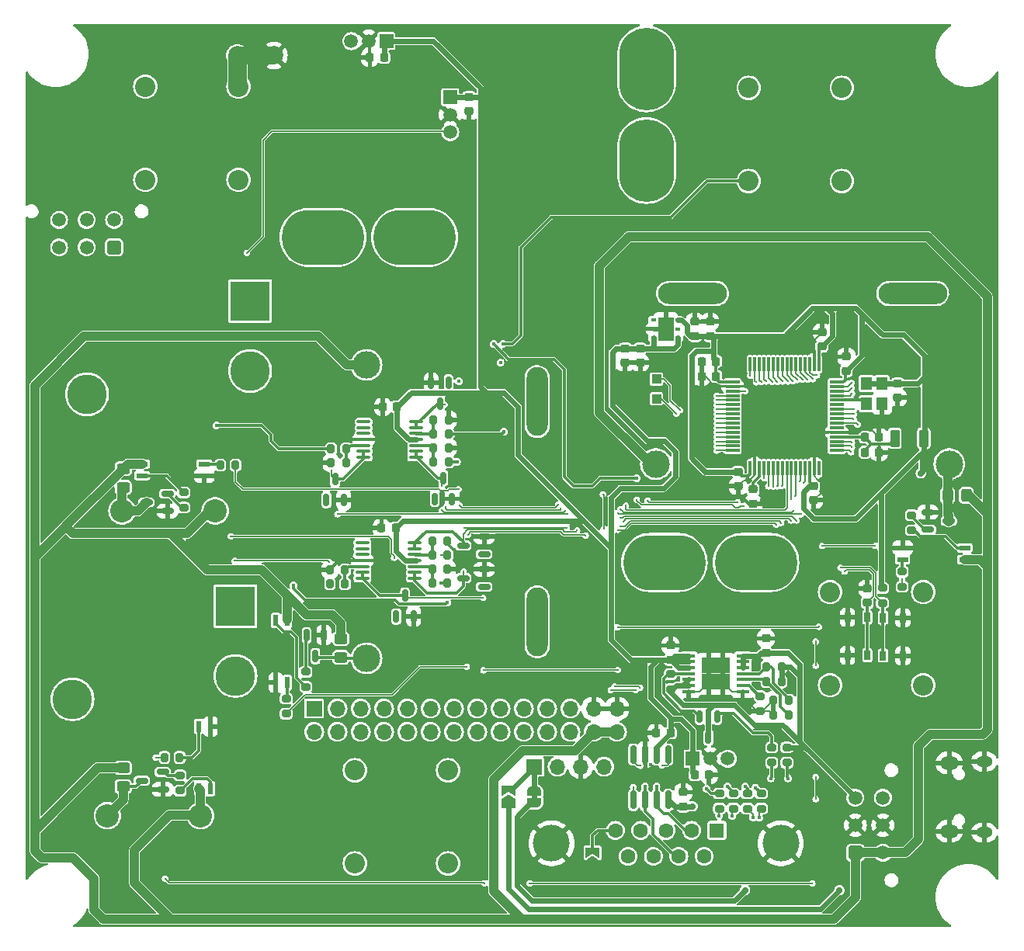
<source format=gbl>
G04 #@! TF.GenerationSoftware,KiCad,Pcbnew,7.0.2*
G04 #@! TF.CreationDate,2023-11-12T14:42:30-07:00*
G04 #@! TF.ProjectId,Relay_Board_Lucy_V1,52656c61-795f-4426-9f61-72645f4c7563,V1.0*
G04 #@! TF.SameCoordinates,Original*
G04 #@! TF.FileFunction,Copper,L4,Bot*
G04 #@! TF.FilePolarity,Positive*
%FSLAX46Y46*%
G04 Gerber Fmt 4.6, Leading zero omitted, Abs format (unit mm)*
G04 Created by KiCad (PCBNEW 7.0.2) date 2023-11-12 14:42:30*
%MOMM*%
%LPD*%
G01*
G04 APERTURE LIST*
G04 Aperture macros list*
%AMRoundRect*
0 Rectangle with rounded corners*
0 $1 Rounding radius*
0 $2 $3 $4 $5 $6 $7 $8 $9 X,Y pos of 4 corners*
0 Add a 4 corners polygon primitive as box body*
4,1,4,$2,$3,$4,$5,$6,$7,$8,$9,$2,$3,0*
0 Add four circle primitives for the rounded corners*
1,1,$1+$1,$2,$3*
1,1,$1+$1,$4,$5*
1,1,$1+$1,$6,$7*
1,1,$1+$1,$8,$9*
0 Add four rect primitives between the rounded corners*
20,1,$1+$1,$2,$3,$4,$5,0*
20,1,$1+$1,$4,$5,$6,$7,0*
20,1,$1+$1,$6,$7,$8,$9,0*
20,1,$1+$1,$8,$9,$2,$3,0*%
%AMFreePoly0*
4,1,19,0.500000,-0.750000,0.000000,-0.750000,0.000000,-0.744911,-0.071157,-0.744911,-0.207708,-0.704816,-0.327430,-0.627875,-0.420627,-0.520320,-0.479746,-0.390866,-0.500000,-0.250000,-0.500000,0.250000,-0.479746,0.390866,-0.420627,0.520320,-0.327430,0.627875,-0.207708,0.704816,-0.071157,0.744911,0.000000,0.744911,0.000000,0.750000,0.500000,0.750000,0.500000,-0.750000,0.500000,-0.750000,
$1*%
%AMFreePoly1*
4,1,19,0.000000,0.744911,0.071157,0.744911,0.207708,0.704816,0.327430,0.627875,0.420627,0.520320,0.479746,0.390866,0.500000,0.250000,0.500000,-0.250000,0.479746,-0.390866,0.420627,-0.520320,0.327430,-0.627875,0.207708,-0.704816,0.071157,-0.744911,0.000000,-0.744911,0.000000,-0.750000,-0.500000,-0.750000,-0.500000,0.750000,0.000000,0.750000,0.000000,0.744911,0.000000,0.744911,
$1*%
%AMFreePoly2*
4,1,6,1.000000,0.000000,0.500000,-0.750000,-0.500000,-0.750000,-0.500000,0.750000,0.500000,0.750000,1.000000,0.000000,1.000000,0.000000,$1*%
%AMFreePoly3*
4,1,6,0.500000,-0.750000,-0.650000,-0.750000,-0.150000,0.000000,-0.650000,0.750000,0.500000,0.750000,0.500000,-0.750000,0.500000,-0.750000,$1*%
G04 Aperture macros list end*
G04 #@! TA.AperFunction,ComponentPad*
%ADD10R,4.318000X4.318000*%
G04 #@! TD*
G04 #@! TA.AperFunction,ComponentPad*
%ADD11C,4.318000*%
G04 #@! TD*
G04 #@! TA.AperFunction,ComponentPad*
%ADD12C,2.540000*%
G04 #@! TD*
G04 #@! TA.AperFunction,ComponentPad*
%ADD13C,2.209800*%
G04 #@! TD*
G04 #@! TA.AperFunction,ComponentPad*
%ADD14O,1.800000X1.150000*%
G04 #@! TD*
G04 #@! TA.AperFunction,ComponentPad*
%ADD15O,2.000000X1.450000*%
G04 #@! TD*
G04 #@! TA.AperFunction,ComponentPad*
%ADD16R,1.700000X1.700000*%
G04 #@! TD*
G04 #@! TA.AperFunction,ComponentPad*
%ADD17O,1.700000X1.700000*%
G04 #@! TD*
G04 #@! TA.AperFunction,ComponentPad*
%ADD18RoundRect,0.250001X0.499999X0.499999X-0.499999X0.499999X-0.499999X-0.499999X0.499999X-0.499999X0*%
G04 #@! TD*
G04 #@! TA.AperFunction,ComponentPad*
%ADD19C,1.500000*%
G04 #@! TD*
G04 #@! TA.AperFunction,ComponentPad*
%ADD20O,7.500000X2.300000*%
G04 #@! TD*
G04 #@! TA.AperFunction,ComponentPad*
%ADD21C,3.000000*%
G04 #@! TD*
G04 #@! TA.AperFunction,ComponentPad*
%ADD22O,2.300000X7.500000*%
G04 #@! TD*
G04 #@! TA.AperFunction,ComponentPad*
%ADD23R,1.500000X1.500000*%
G04 #@! TD*
G04 #@! TA.AperFunction,ComponentPad*
%ADD24C,0.800000*%
G04 #@! TD*
G04 #@! TA.AperFunction,ComponentPad*
%ADD25O,9.000000X6.000000*%
G04 #@! TD*
G04 #@! TA.AperFunction,ComponentPad*
%ADD26RoundRect,0.250001X0.499999X-0.499999X0.499999X0.499999X-0.499999X0.499999X-0.499999X-0.499999X0*%
G04 #@! TD*
G04 #@! TA.AperFunction,ComponentPad*
%ADD27O,6.000000X9.000000*%
G04 #@! TD*
G04 #@! TA.AperFunction,ComponentPad*
%ADD28C,4.000000*%
G04 #@! TD*
G04 #@! TA.AperFunction,ComponentPad*
%ADD29R,1.600000X1.600000*%
G04 #@! TD*
G04 #@! TA.AperFunction,ComponentPad*
%ADD30C,1.600000*%
G04 #@! TD*
G04 #@! TA.AperFunction,SMDPad,CuDef*
%ADD31RoundRect,0.150000X-0.512500X-0.150000X0.512500X-0.150000X0.512500X0.150000X-0.512500X0.150000X0*%
G04 #@! TD*
G04 #@! TA.AperFunction,SMDPad,CuDef*
%ADD32RoundRect,0.200000X0.275000X-0.200000X0.275000X0.200000X-0.275000X0.200000X-0.275000X-0.200000X0*%
G04 #@! TD*
G04 #@! TA.AperFunction,SMDPad,CuDef*
%ADD33RoundRect,0.200000X-0.200000X-0.275000X0.200000X-0.275000X0.200000X0.275000X-0.200000X0.275000X0*%
G04 #@! TD*
G04 #@! TA.AperFunction,SMDPad,CuDef*
%ADD34R,0.650000X1.050000*%
G04 #@! TD*
G04 #@! TA.AperFunction,SMDPad,CuDef*
%ADD35RoundRect,0.200000X0.200000X0.275000X-0.200000X0.275000X-0.200000X-0.275000X0.200000X-0.275000X0*%
G04 #@! TD*
G04 #@! TA.AperFunction,SMDPad,CuDef*
%ADD36C,2.000000*%
G04 #@! TD*
G04 #@! TA.AperFunction,SMDPad,CuDef*
%ADD37RoundRect,0.150000X0.150000X-0.512500X0.150000X0.512500X-0.150000X0.512500X-0.150000X-0.512500X0*%
G04 #@! TD*
G04 #@! TA.AperFunction,SMDPad,CuDef*
%ADD38RoundRect,0.150000X-0.150000X0.825000X-0.150000X-0.825000X0.150000X-0.825000X0.150000X0.825000X0*%
G04 #@! TD*
G04 #@! TA.AperFunction,SMDPad,CuDef*
%ADD39RoundRect,0.200000X-0.275000X0.200000X-0.275000X-0.200000X0.275000X-0.200000X0.275000X0.200000X0*%
G04 #@! TD*
G04 #@! TA.AperFunction,SMDPad,CuDef*
%ADD40RoundRect,0.225000X-0.250000X0.225000X-0.250000X-0.225000X0.250000X-0.225000X0.250000X0.225000X0*%
G04 #@! TD*
G04 #@! TA.AperFunction,SMDPad,CuDef*
%ADD41RoundRect,0.225000X0.225000X0.250000X-0.225000X0.250000X-0.225000X-0.250000X0.225000X-0.250000X0*%
G04 #@! TD*
G04 #@! TA.AperFunction,SMDPad,CuDef*
%ADD42RoundRect,0.225000X0.250000X-0.225000X0.250000X0.225000X-0.250000X0.225000X-0.250000X-0.225000X0*%
G04 #@! TD*
G04 #@! TA.AperFunction,SMDPad,CuDef*
%ADD43RoundRect,0.150000X0.512500X0.150000X-0.512500X0.150000X-0.512500X-0.150000X0.512500X-0.150000X0*%
G04 #@! TD*
G04 #@! TA.AperFunction,SMDPad,CuDef*
%ADD44R,1.219200X0.558800*%
G04 #@! TD*
G04 #@! TA.AperFunction,SMDPad,CuDef*
%ADD45RoundRect,0.250000X-0.450000X0.325000X-0.450000X-0.325000X0.450000X-0.325000X0.450000X0.325000X0*%
G04 #@! TD*
G04 #@! TA.AperFunction,SMDPad,CuDef*
%ADD46RoundRect,0.225000X-0.225000X-0.250000X0.225000X-0.250000X0.225000X0.250000X-0.225000X0.250000X0*%
G04 #@! TD*
G04 #@! TA.AperFunction,SMDPad,CuDef*
%ADD47RoundRect,0.100000X0.637500X0.100000X-0.637500X0.100000X-0.637500X-0.100000X0.637500X-0.100000X0*%
G04 #@! TD*
G04 #@! TA.AperFunction,SMDPad,CuDef*
%ADD48RoundRect,0.150000X-0.150000X0.512500X-0.150000X-0.512500X0.150000X-0.512500X0.150000X0.512500X0*%
G04 #@! TD*
G04 #@! TA.AperFunction,SMDPad,CuDef*
%ADD49R,1.000000X1.000000*%
G04 #@! TD*
G04 #@! TA.AperFunction,SMDPad,CuDef*
%ADD50RoundRect,0.075000X0.700000X0.075000X-0.700000X0.075000X-0.700000X-0.075000X0.700000X-0.075000X0*%
G04 #@! TD*
G04 #@! TA.AperFunction,SMDPad,CuDef*
%ADD51RoundRect,0.075000X0.075000X0.700000X-0.075000X0.700000X-0.075000X-0.700000X0.075000X-0.700000X0*%
G04 #@! TD*
G04 #@! TA.AperFunction,SMDPad,CuDef*
%ADD52FreePoly0,90.000000*%
G04 #@! TD*
G04 #@! TA.AperFunction,SMDPad,CuDef*
%ADD53FreePoly1,90.000000*%
G04 #@! TD*
G04 #@! TA.AperFunction,SMDPad,CuDef*
%ADD54RoundRect,0.250000X0.325000X0.450000X-0.325000X0.450000X-0.325000X-0.450000X0.325000X-0.450000X0*%
G04 #@! TD*
G04 #@! TA.AperFunction,SMDPad,CuDef*
%ADD55FreePoly2,90.000000*%
G04 #@! TD*
G04 #@! TA.AperFunction,SMDPad,CuDef*
%ADD56FreePoly3,90.000000*%
G04 #@! TD*
G04 #@! TA.AperFunction,SMDPad,CuDef*
%ADD57R,0.630000X0.450000*%
G04 #@! TD*
G04 #@! TA.AperFunction,SMDPad,CuDef*
%ADD58R,1.700000X2.600000*%
G04 #@! TD*
G04 #@! TA.AperFunction,SMDPad,CuDef*
%ADD59RoundRect,0.250000X0.275000X0.700000X-0.275000X0.700000X-0.275000X-0.700000X0.275000X-0.700000X0*%
G04 #@! TD*
G04 #@! TA.AperFunction,SMDPad,CuDef*
%ADD60R,0.558800X1.219200*%
G04 #@! TD*
G04 #@! TA.AperFunction,SMDPad,CuDef*
%ADD61R,1.450000X0.450000*%
G04 #@! TD*
G04 #@! TA.AperFunction,SMDPad,CuDef*
%ADD62R,1.500000X1.800000*%
G04 #@! TD*
G04 #@! TA.AperFunction,SMDPad,CuDef*
%ADD63R,1.200000X1.400000*%
G04 #@! TD*
G04 #@! TA.AperFunction,ViaPad*
%ADD64C,0.400000*%
G04 #@! TD*
G04 #@! TA.AperFunction,ViaPad*
%ADD65C,0.700000*%
G04 #@! TD*
G04 #@! TA.AperFunction,ViaPad*
%ADD66C,0.250000*%
G04 #@! TD*
G04 #@! TA.AperFunction,Conductor*
%ADD67C,0.600000*%
G04 #@! TD*
G04 #@! TA.AperFunction,Conductor*
%ADD68C,0.200000*%
G04 #@! TD*
G04 #@! TA.AperFunction,Conductor*
%ADD69C,0.300000*%
G04 #@! TD*
G04 #@! TA.AperFunction,Conductor*
%ADD70C,0.150000*%
G04 #@! TD*
G04 #@! TA.AperFunction,Conductor*
%ADD71C,1.000000*%
G04 #@! TD*
G04 #@! TA.AperFunction,Conductor*
%ADD72C,2.000000*%
G04 #@! TD*
G04 APERTURE END LIST*
G04 #@! TA.AperFunction,EtchedComponent*
G36*
X114998000Y-58055000D02*
G01*
X110998000Y-58055000D01*
X110998000Y-56055000D01*
X114998000Y-56055000D01*
X114998000Y-58055000D01*
G37*
G04 #@! TD.AperFunction*
G04 #@! TA.AperFunction,EtchedComponent*
G36*
X143683000Y-138172000D02*
G01*
X143083000Y-138172000D01*
X143083000Y-137672000D01*
X143683000Y-137672000D01*
X143683000Y-138172000D01*
G37*
G04 #@! TD.AperFunction*
D10*
X110800000Y-117100000D03*
D11*
X110800000Y-124720000D03*
D12*
X106990000Y-139960000D03*
X96830000Y-139960000D03*
D11*
X93020000Y-127260000D03*
D13*
X175641000Y-125730000D03*
X185801000Y-125730000D03*
X175641000Y-115570000D03*
X185801000Y-115570000D03*
D14*
X192450000Y-141797000D03*
D15*
X188650000Y-141647000D03*
X188650000Y-134197000D03*
D14*
X192450000Y-134047000D03*
D16*
X119390000Y-128270000D03*
D17*
X119390000Y-130810000D03*
X121930000Y-128270000D03*
X121930000Y-130810000D03*
X124470000Y-128270000D03*
X124470000Y-130810000D03*
X127010000Y-128270000D03*
X127010000Y-130810000D03*
X129550000Y-128270000D03*
X129550000Y-130810000D03*
X132090000Y-128270000D03*
X132090000Y-130810000D03*
X134630000Y-128270000D03*
X134630000Y-130810000D03*
X137170000Y-128270000D03*
X137170000Y-130810000D03*
X139710000Y-128270000D03*
X139710000Y-130810000D03*
X142250000Y-128270000D03*
X142250000Y-130810000D03*
X144790000Y-128270000D03*
X144790000Y-130810000D03*
X147330000Y-128270000D03*
X147330000Y-130810000D03*
X149870000Y-128270000D03*
X149870000Y-130810000D03*
X152410000Y-128270000D03*
X152410000Y-130810000D03*
D16*
X143383000Y-134620000D03*
D17*
X145923000Y-134620000D03*
X148463000Y-134620000D03*
X151003000Y-134620000D03*
D13*
X123825000Y-135001000D03*
X123825000Y-145161000D03*
X133985000Y-135001000D03*
X133985000Y-145161000D03*
D18*
X97567000Y-77978000D03*
D19*
X94567000Y-77978000D03*
X91567000Y-77978000D03*
X97567000Y-74978000D03*
X94567000Y-74978000D03*
X91567000Y-74978000D03*
D20*
X160650000Y-83000000D03*
X184650000Y-83000000D03*
D21*
X188650000Y-101600000D03*
X156650000Y-101600000D03*
D22*
X143695000Y-94805000D03*
X143695000Y-118805000D03*
D21*
X125095000Y-122805000D03*
X125095000Y-90805000D03*
D13*
X111125000Y-70612000D03*
X111125000Y-60452000D03*
X100965000Y-70612000D03*
X100965000Y-60452000D03*
D23*
X160660000Y-133745000D03*
D19*
X162570000Y-133745000D03*
X164480000Y-133745000D03*
D24*
X163620000Y-111715000D03*
X163620000Y-112975000D03*
X164370000Y-110685000D03*
X164370000Y-114005000D03*
X165570000Y-110295000D03*
X165570000Y-114395000D03*
X166900000Y-110295000D03*
X166900000Y-114395000D03*
D25*
X167570000Y-112345000D03*
D24*
X168240000Y-110295000D03*
X168240000Y-114395000D03*
X169570000Y-110295000D03*
X169570000Y-114395000D03*
X170770000Y-110685000D03*
X170770000Y-114005000D03*
X171520000Y-111715000D03*
X171520000Y-112975000D03*
X153620000Y-111715000D03*
X153620000Y-112975000D03*
X154370000Y-110685000D03*
X154370000Y-114005000D03*
X155570000Y-110295000D03*
X155570000Y-114395000D03*
X156900000Y-110295000D03*
X156900000Y-114395000D03*
D25*
X157570000Y-112345000D03*
D24*
X158240000Y-110295000D03*
X158240000Y-114395000D03*
X159570000Y-110295000D03*
X159570000Y-114395000D03*
X160770000Y-110685000D03*
X160770000Y-114005000D03*
X161520000Y-111715000D03*
X161520000Y-112975000D03*
D26*
X178400000Y-144000000D03*
D19*
X178400000Y-141000000D03*
X178400000Y-138000000D03*
X181400000Y-144000000D03*
X181400000Y-141000000D03*
X181400000Y-138000000D03*
D23*
X134225000Y-61600000D03*
D19*
X134225000Y-63510000D03*
X134225000Y-65420000D03*
D24*
X156255000Y-64560000D03*
X154995000Y-64560000D03*
X157285000Y-65310000D03*
X153965000Y-65310000D03*
X157675000Y-66510000D03*
X153575000Y-66510000D03*
X157675000Y-67840000D03*
X153575000Y-67840000D03*
D27*
X155625000Y-68510000D03*
D24*
X157675000Y-69180000D03*
X153575000Y-69180000D03*
X157675000Y-70510000D03*
X153575000Y-70510000D03*
X157285000Y-71710000D03*
X153965000Y-71710000D03*
X156255000Y-72460000D03*
X154995000Y-72460000D03*
X156255000Y-54560000D03*
X154995000Y-54560000D03*
X157285000Y-55310000D03*
X153965000Y-55310000D03*
X157675000Y-56510000D03*
X153575000Y-56510000D03*
X157675000Y-57840000D03*
X153575000Y-57840000D03*
D27*
X155625000Y-58510000D03*
D24*
X157675000Y-59180000D03*
X153575000Y-59180000D03*
X157675000Y-60510000D03*
X153575000Y-60510000D03*
X157285000Y-61710000D03*
X153965000Y-61710000D03*
X156255000Y-62460000D03*
X154995000Y-62460000D03*
D13*
X176931600Y-70739101D03*
X176931600Y-60579101D03*
X166771600Y-70739101D03*
X166771600Y-60579101D03*
D10*
X112400000Y-83840000D03*
D11*
X112400000Y-91460000D03*
D12*
X108590000Y-106700000D03*
X98430000Y-106700000D03*
D11*
X94620000Y-94000000D03*
D28*
X145270000Y-142979000D03*
X170270000Y-142979000D03*
D29*
X163310000Y-141559000D03*
D30*
X160540000Y-141559000D03*
X157770000Y-141559000D03*
X155000000Y-141559000D03*
X152230000Y-141559000D03*
X161925000Y-144399000D03*
X159155000Y-144399000D03*
X156385000Y-144399000D03*
X153615000Y-144399000D03*
D23*
X127249000Y-55485000D03*
D19*
X125339000Y-55485000D03*
X123429000Y-55485000D03*
D24*
X124289000Y-77515000D03*
X124289000Y-76255000D03*
X123539000Y-78545000D03*
X123539000Y-75225000D03*
X122339000Y-78935000D03*
X122339000Y-74835000D03*
X121009000Y-78935000D03*
X121009000Y-74835000D03*
D25*
X120339000Y-76885000D03*
D24*
X119669000Y-78935000D03*
X119669000Y-74835000D03*
X118339000Y-78935000D03*
X118339000Y-74835000D03*
X117139000Y-78545000D03*
X117139000Y-75225000D03*
X116389000Y-77515000D03*
X116389000Y-76255000D03*
X134289000Y-77515000D03*
X134289000Y-76255000D03*
X133539000Y-78545000D03*
X133539000Y-75225000D03*
X132339000Y-78935000D03*
X132339000Y-74835000D03*
X131009000Y-78935000D03*
X131009000Y-74835000D03*
D25*
X130339000Y-76885000D03*
D24*
X129669000Y-78935000D03*
X129669000Y-74835000D03*
X128339000Y-78935000D03*
X128339000Y-74835000D03*
X127139000Y-78545000D03*
X127139000Y-75225000D03*
X126389000Y-77515000D03*
X126389000Y-76255000D03*
D31*
X186314500Y-108773000D03*
X186314500Y-106873000D03*
X188589500Y-107823000D03*
D32*
X165100000Y-139191000D03*
X165100000Y-137541000D03*
D33*
X109157000Y-101727000D03*
X110807000Y-101727000D03*
D34*
X177555000Y-118321000D03*
X177555000Y-122471000D03*
X179705000Y-118321000D03*
X179705000Y-122471000D03*
D35*
X122745000Y-113157000D03*
X121095000Y-113157000D03*
D33*
X168720000Y-123698000D03*
X170370000Y-123698000D03*
D36*
X114998000Y-57055000D03*
X110998000Y-57055000D03*
D33*
X132271000Y-111506000D03*
X133921000Y-111506000D03*
D37*
X134427000Y-105404500D03*
X132527000Y-105404500D03*
X133477000Y-103129500D03*
D38*
X154178000Y-133288000D03*
X155448000Y-133288000D03*
X156718000Y-133288000D03*
X157988000Y-133288000D03*
X157988000Y-138238000D03*
X156718000Y-138238000D03*
X155448000Y-138238000D03*
X154178000Y-138238000D03*
D35*
X122745000Y-114681000D03*
X121095000Y-114681000D03*
D39*
X183515000Y-113348000D03*
X183515000Y-114998000D03*
D40*
X183007000Y-92824000D03*
X183007000Y-94374000D03*
D41*
X163208000Y-92075000D03*
X161658000Y-92075000D03*
D40*
X165608000Y-102476000D03*
X165608000Y-104026000D03*
D42*
X179705000Y-116726000D03*
X179705000Y-115176000D03*
D43*
X137916500Y-109540000D03*
X137916500Y-111440000D03*
X135641500Y-110490000D03*
D44*
X183553100Y-112014000D03*
X183553100Y-110744000D03*
X190334900Y-110744000D03*
X190334900Y-112014000D03*
D39*
X163576000Y-137541000D03*
X163576000Y-139191000D03*
D45*
X122301000Y-120641000D03*
X122301000Y-122691000D03*
D46*
X156705000Y-130937000D03*
X158255000Y-130937000D03*
D44*
X107403900Y-101600000D03*
X107403900Y-102870000D03*
X100622100Y-102870000D03*
X100622100Y-101600000D03*
D47*
X130497500Y-96983000D03*
X130497500Y-97633000D03*
X130497500Y-98283000D03*
X130497500Y-98933000D03*
X130497500Y-99583000D03*
X130497500Y-100233000D03*
X130497500Y-100883000D03*
X124772500Y-100883000D03*
X124772500Y-100233000D03*
X124772500Y-99583000D03*
X124772500Y-98933000D03*
X124772500Y-98283000D03*
X124772500Y-97633000D03*
X124772500Y-96983000D03*
D40*
X136271000Y-61582000D03*
X136271000Y-63132000D03*
D42*
X168656000Y-122187000D03*
X168656000Y-120637000D03*
D33*
X132398000Y-99822000D03*
X134048000Y-99822000D03*
D32*
X169291000Y-134175000D03*
X169291000Y-132525000D03*
D48*
X118557000Y-120274500D03*
X120457000Y-120274500D03*
X119507000Y-122549500D03*
D42*
X177419000Y-91453000D03*
X177419000Y-89903000D03*
D49*
X156718000Y-92329000D03*
D46*
X160896000Y-135509000D03*
X162446000Y-135509000D03*
D50*
X176363000Y-92643000D03*
X176363000Y-93143000D03*
X176363000Y-93643000D03*
X176363000Y-94143000D03*
X176363000Y-94643000D03*
X176363000Y-95143000D03*
X176363000Y-95643000D03*
X176363000Y-96143000D03*
X176363000Y-96643000D03*
X176363000Y-97143000D03*
X176363000Y-97643000D03*
X176363000Y-98143000D03*
X176363000Y-98643000D03*
X176363000Y-99143000D03*
X176363000Y-99643000D03*
X176363000Y-100143000D03*
D51*
X174438000Y-102068000D03*
X173938000Y-102068000D03*
X173438000Y-102068000D03*
X172938000Y-102068000D03*
X172438000Y-102068000D03*
X171938000Y-102068000D03*
X171438000Y-102068000D03*
X170938000Y-102068000D03*
X170438000Y-102068000D03*
X169938000Y-102068000D03*
X169438000Y-102068000D03*
X168938000Y-102068000D03*
X168438000Y-102068000D03*
X167938000Y-102068000D03*
X167438000Y-102068000D03*
X166938000Y-102068000D03*
D50*
X165013000Y-100143000D03*
X165013000Y-99643000D03*
X165013000Y-99143000D03*
X165013000Y-98643000D03*
X165013000Y-98143000D03*
X165013000Y-97643000D03*
X165013000Y-97143000D03*
X165013000Y-96643000D03*
X165013000Y-96143000D03*
X165013000Y-95643000D03*
X165013000Y-95143000D03*
X165013000Y-94643000D03*
X165013000Y-94143000D03*
X165013000Y-93643000D03*
X165013000Y-93143000D03*
X165013000Y-92643000D03*
D51*
X166938000Y-90718000D03*
X167438000Y-90718000D03*
X167938000Y-90718000D03*
X168438000Y-90718000D03*
X168938000Y-90718000D03*
X169438000Y-90718000D03*
X169938000Y-90718000D03*
X170438000Y-90718000D03*
X170938000Y-90718000D03*
X171438000Y-90718000D03*
X171938000Y-90718000D03*
X172438000Y-90718000D03*
X172938000Y-90718000D03*
X173438000Y-90718000D03*
X173938000Y-90718000D03*
X174438000Y-90718000D03*
D33*
X132398000Y-96774000D03*
X134048000Y-96774000D03*
D35*
X122872000Y-99949000D03*
X121222000Y-99949000D03*
D48*
X132146000Y-92715500D03*
X134046000Y-92715500D03*
X133096000Y-94990500D03*
D40*
X153289000Y-89014000D03*
X153289000Y-90564000D03*
D52*
X143383000Y-138572000D03*
D53*
X143383000Y-137272000D03*
D39*
X181356000Y-115126000D03*
X181356000Y-116776000D03*
D42*
X162560000Y-87630000D03*
X162560000Y-86080000D03*
D35*
X122872000Y-101473000D03*
X121222000Y-101473000D03*
X104711000Y-133604000D03*
X103061000Y-133604000D03*
D54*
X190509000Y-105029000D03*
X188459000Y-105029000D03*
D47*
X130370500Y-110191000D03*
X130370500Y-110841000D03*
X130370500Y-111491000D03*
X130370500Y-112141000D03*
X130370500Y-112791000D03*
X130370500Y-113441000D03*
X130370500Y-114091000D03*
X124645500Y-114091000D03*
X124645500Y-113441000D03*
X124645500Y-112791000D03*
X124645500Y-112141000D03*
X124645500Y-111491000D03*
X124645500Y-110841000D03*
X124645500Y-110191000D03*
D43*
X102864500Y-135194000D03*
X102864500Y-137094000D03*
X100589500Y-136144000D03*
D41*
X163208000Y-90424000D03*
X161658000Y-90424000D03*
D33*
X132398000Y-98298000D03*
X134048000Y-98298000D03*
D37*
X122616000Y-105531500D03*
X120716000Y-105531500D03*
X121666000Y-103256500D03*
D48*
X161422000Y-129159000D03*
X163322000Y-129159000D03*
X162372000Y-131434000D03*
D39*
X158242000Y-124524000D03*
X158242000Y-126174000D03*
D42*
X160909000Y-87643000D03*
X160909000Y-86093000D03*
D45*
X98552000Y-134738000D03*
X98552000Y-136788000D03*
D55*
X149733000Y-145378000D03*
D56*
X149733000Y-143928000D03*
D33*
X132271000Y-114554000D03*
X133921000Y-114554000D03*
D40*
X173863000Y-104000000D03*
X173863000Y-105550000D03*
D33*
X169482000Y-127358127D03*
X171132000Y-127358127D03*
X132271000Y-113030000D03*
X133921000Y-113030000D03*
D32*
X170942000Y-134175000D03*
X170942000Y-132525000D03*
D43*
X137916500Y-113096000D03*
X137916500Y-114996000D03*
X135641500Y-114046000D03*
D57*
X156394000Y-87818000D03*
X156394000Y-86868000D03*
X156394000Y-85918000D03*
X159074000Y-85918000D03*
X159074000Y-86868000D03*
X159074000Y-87818000D03*
D58*
X157734000Y-86868000D03*
D59*
X185852000Y-98806000D03*
X182702000Y-98806000D03*
D45*
X98552000Y-102099000D03*
X98552000Y-104149000D03*
D33*
X169482000Y-129009127D03*
X171132000Y-129009127D03*
X132398000Y-101346000D03*
X134048000Y-101346000D03*
D46*
X179438000Y-100330000D03*
X180988000Y-100330000D03*
D32*
X118491000Y-125920000D03*
X118491000Y-124270000D03*
D41*
X127013000Y-57277000D03*
X125463000Y-57277000D03*
D32*
X168148000Y-139191000D03*
X168148000Y-137541000D03*
D39*
X116332000Y-127191000D03*
X116332000Y-128841000D03*
D41*
X128283000Y-108585000D03*
X126733000Y-108585000D03*
D33*
X168720000Y-125349000D03*
X170370000Y-125349000D03*
D42*
X159639000Y-138951000D03*
X159639000Y-137401000D03*
D41*
X128410000Y-95377000D03*
X126860000Y-95377000D03*
D39*
X166624000Y-137541000D03*
X166624000Y-139191000D03*
D33*
X132271000Y-109982000D03*
X133921000Y-109982000D03*
D39*
X105156000Y-104712000D03*
X105156000Y-106362000D03*
D60*
X106807000Y-130213100D03*
X108077000Y-130213100D03*
X108077000Y-136994900D03*
X106807000Y-136994900D03*
D42*
X174752000Y-88786000D03*
X174752000Y-87236000D03*
D46*
X179438000Y-98679000D03*
X180988000Y-98679000D03*
D32*
X168021000Y-128587000D03*
X168021000Y-126937000D03*
X184531000Y-108838000D03*
X184531000Y-107188000D03*
D37*
X130236000Y-118231500D03*
X128336000Y-118231500D03*
X129286000Y-115956500D03*
D40*
X154940000Y-89014000D03*
X154940000Y-90564000D03*
X167259000Y-104381000D03*
X167259000Y-105931000D03*
D43*
X103372500Y-104841000D03*
X103372500Y-106741000D03*
X101097500Y-105791000D03*
D40*
X158242000Y-121399000D03*
X158242000Y-122949000D03*
D55*
X140589000Y-138647000D03*
D56*
X140589000Y-137197000D03*
D61*
X166133000Y-122521000D03*
X166133000Y-123171000D03*
X166133000Y-123821000D03*
X166133000Y-124471000D03*
X166133000Y-125121000D03*
X166133000Y-125771000D03*
X166133000Y-126421000D03*
X160233000Y-126421000D03*
X160233000Y-125771000D03*
X160233000Y-125121000D03*
X160233000Y-124471000D03*
X160233000Y-123821000D03*
X160233000Y-123171000D03*
X160233000Y-122521000D03*
D62*
X163933000Y-125371000D03*
X163933000Y-123571000D03*
X162433000Y-125371000D03*
X162433000Y-123571000D03*
D63*
X181317000Y-92829200D03*
X181317000Y-95029200D03*
X179617000Y-95029200D03*
X179617000Y-92829200D03*
D49*
X156718000Y-94488000D03*
D32*
X104775000Y-137223000D03*
X104775000Y-135573000D03*
D34*
X183574000Y-122512000D03*
X183574000Y-118362000D03*
X181424000Y-122512000D03*
X181424000Y-118362000D03*
D60*
X116459000Y-125437900D03*
X115189000Y-125437900D03*
X115189000Y-118656100D03*
X116459000Y-118656100D03*
D64*
X159359600Y-94691200D03*
X138938000Y-92710000D03*
X179451000Y-104394000D03*
X141782800Y-63449200D03*
X143865600Y-63423800D03*
X179679600Y-66725800D03*
X144399000Y-105410000D03*
X169545000Y-98044000D03*
X180848000Y-101981000D03*
X182524400Y-124536200D03*
X171196000Y-98044000D03*
X114985800Y-66522600D03*
X164211000Y-125984000D03*
X171196000Y-100203000D03*
X104394000Y-98171000D03*
X188163200Y-120167400D03*
X101041200Y-85090000D03*
X118745000Y-105410000D03*
X184277000Y-96901000D03*
X163449000Y-104013000D03*
X90551000Y-85090000D03*
X164211000Y-123190000D03*
X92633800Y-85064600D03*
X138684000Y-105410000D03*
X187198000Y-92202000D03*
X160909000Y-104013000D03*
X189230000Y-92202000D03*
X172339000Y-82169000D03*
X182499000Y-126873000D03*
X164211000Y-124206000D03*
X163195000Y-124206000D03*
X175387000Y-105156000D03*
X172720000Y-100203000D03*
X183800000Y-92000000D03*
X184277000Y-98044000D03*
X177165000Y-127508000D03*
X104343200Y-93751400D03*
X127228600Y-88188800D03*
X124714000Y-62357000D03*
X180492400Y-128981200D03*
X158115000Y-125349000D03*
X167894000Y-93853000D03*
X187706000Y-96774000D03*
X180975000Y-96901000D03*
X89916000Y-67818000D03*
X169545000Y-100203000D03*
X190373000Y-113411000D03*
X89865200Y-65455800D03*
X178562000Y-105156000D03*
X124764800Y-64719200D03*
X162687000Y-117348000D03*
X159359600Y-93675200D03*
X172720000Y-98044000D03*
X171196000Y-93853000D03*
X182651400Y-128981200D03*
X182626000Y-131318000D03*
X123418600Y-88138000D03*
X189230000Y-113411000D03*
X162687000Y-109601000D03*
X163195000Y-125095000D03*
X92024200Y-65455800D03*
X163195000Y-125984000D03*
X145872200Y-148158200D03*
X159512000Y-104013000D03*
X172339000Y-75438000D03*
X130810000Y-92710000D03*
X167894000Y-96901000D03*
X169545000Y-93853000D03*
X190627000Y-96774000D03*
X177266600Y-129032000D03*
X167894000Y-98044000D03*
X91998800Y-67792600D03*
X176022000Y-101981000D03*
X126847600Y-64693800D03*
X187706000Y-95758000D03*
X106426000Y-93726000D03*
X172720000Y-96901000D03*
X175107600Y-129032000D03*
X168148000Y-104775000D03*
X162560000Y-101346000D03*
X163195000Y-123190000D03*
X160909000Y-103124000D03*
X184277000Y-99187000D03*
X117348000Y-105410000D03*
X161671000Y-98933000D03*
X190271400Y-117805200D03*
X187147200Y-123596400D03*
X182118000Y-102108000D03*
X167513000Y-132588000D03*
X112903000Y-66548000D03*
X164338000Y-91948000D03*
X106172000Y-96393000D03*
X190627000Y-95758000D03*
X181991000Y-96901000D03*
X190246000Y-120142000D03*
X107950000Y-98171000D03*
X90500200Y-82727800D03*
X172339000Y-83185000D03*
X168148000Y-105537000D03*
X172339000Y-79121000D03*
X125450600Y-92811600D03*
X189230000Y-109347000D03*
X184800000Y-92000000D03*
X191262000Y-92202000D03*
X190119000Y-68707000D03*
X136398000Y-92710000D03*
X188112400Y-117805200D03*
X162687000Y-118745000D03*
X162687000Y-108585000D03*
X162687000Y-120269000D03*
X121640600Y-125933200D03*
X138684000Y-91059000D03*
X169545000Y-96901000D03*
X189255400Y-121234200D03*
X172720000Y-93853000D03*
X184277000Y-95758000D03*
X175158400Y-131394200D03*
X159131000Y-97409000D03*
X156337000Y-96520000D03*
X167513000Y-123571000D03*
X103124000Y-85064600D03*
X159385000Y-92202000D03*
X172339000Y-80137000D03*
X164211000Y-125095000D03*
X172339000Y-81153000D03*
X172720000Y-95758000D03*
X183159400Y-96901000D03*
X159232600Y-148209000D03*
X115011200Y-64185800D03*
X166497000Y-133604000D03*
X162687000Y-121539000D03*
X177241200Y-131368800D03*
X159766000Y-101854000D03*
X156845000Y-125730000D03*
X154940000Y-94996000D03*
X167513000Y-133604000D03*
X180416200Y-126898400D03*
X115951000Y-105410000D03*
X104292400Y-91389200D03*
X92659200Y-82727800D03*
X177673000Y-101981000D03*
X141351000Y-105410000D03*
X151688800Y-148183600D03*
X143891000Y-61087000D03*
X171196000Y-95758000D03*
X181229000Y-102870000D03*
X131064000Y-105410000D03*
X157861000Y-96520000D03*
X189230000Y-123571000D03*
X190373000Y-109347000D03*
X171577000Y-126365000D03*
X154940000Y-96520000D03*
X190119000Y-106426000D03*
X167767000Y-125730000D03*
X129159000Y-105410000D03*
X190246000Y-92202000D03*
X167894000Y-100203000D03*
X175107600Y-127508000D03*
X191389000Y-113411000D03*
X191389000Y-107696000D03*
X171196000Y-96901000D03*
X167894000Y-95758000D03*
X127000000Y-105410000D03*
X179705000Y-64389000D03*
X141732000Y-61087000D03*
X188036200Y-68732400D03*
X161671000Y-93345000D03*
X191389000Y-109347000D03*
X149783800Y-133248400D03*
X161671000Y-100330000D03*
X190119000Y-107696000D03*
X156057600Y-134391400D03*
X107696000Y-96393000D03*
X180365400Y-124536200D03*
X180340000Y-103632000D03*
X136398000Y-105410000D03*
X104394000Y-96393000D03*
X164592000Y-129667000D03*
X112776000Y-105410000D03*
X106172000Y-98171000D03*
X138430000Y-150164800D03*
X106451400Y-91389200D03*
X166497000Y-132588000D03*
X124002800Y-124942600D03*
X162179000Y-104013000D03*
X100990400Y-82727800D03*
X188214000Y-92202000D03*
X177596800Y-66751200D03*
X126873000Y-62357000D03*
X161671000Y-97536000D03*
X127533400Y-124942600D03*
X172339000Y-78105000D03*
X190144400Y-66370200D03*
X123469400Y-92786200D03*
X179324000Y-101981000D03*
X169545000Y-95758000D03*
X104190800Y-150241000D03*
X162687000Y-115824000D03*
X161671000Y-95377000D03*
X103149400Y-82727800D03*
X161671000Y-94234000D03*
X121539000Y-105435400D03*
X177546000Y-64389000D03*
X114427000Y-105410000D03*
X111500000Y-105400000D03*
X180543200Y-131343400D03*
X187985400Y-66370200D03*
X183896000Y-100584000D03*
X112852200Y-64185800D03*
X183007000Y-101346000D03*
D65*
X176657000Y-148082000D03*
X166370000Y-148082000D03*
X160655000Y-138938000D03*
X185547000Y-102616000D03*
D66*
X178257200Y-95631000D03*
X177215800Y-113334800D03*
D64*
X171069000Y-135890000D03*
X169164000Y-135890000D03*
D66*
X146278600Y-106426000D03*
X153365200Y-106146600D03*
X133731000Y-106299000D03*
X133604000Y-95123000D03*
X133324600Y-103987600D03*
X171805600Y-105130600D03*
X133324600Y-106654600D03*
X146735800Y-106680000D03*
X152806400Y-106527600D03*
X171678600Y-106680000D03*
X171373800Y-107772200D03*
X148056600Y-108864400D03*
X170357800Y-104013000D03*
X153136600Y-107873800D03*
X171958000Y-107772200D03*
X152781000Y-107492800D03*
X171373800Y-105460800D03*
X135686800Y-113334800D03*
X146913600Y-108534200D03*
X135737600Y-108534200D03*
X172466000Y-107086400D03*
X147040600Y-107086400D03*
X121310400Y-102311200D03*
X152501600Y-106959400D03*
X121920000Y-107086400D03*
X172770800Y-103657400D03*
X152501600Y-124079000D03*
X137845800Y-124104400D03*
X174421800Y-119354600D03*
X152501600Y-119405400D03*
X172339000Y-103505000D03*
X137820400Y-116205000D03*
D64*
X167513000Y-136906000D03*
X166370000Y-136779000D03*
X164465000Y-136779000D03*
X162179000Y-137033000D03*
X108712000Y-97409000D03*
X138938000Y-88519000D03*
X154559000Y-103149400D03*
X134950200Y-101371400D03*
X135178800Y-92583000D03*
X140081000Y-98094800D03*
X139700000Y-90551000D03*
X139954000Y-88519000D03*
D66*
X166938000Y-91973400D03*
X154559000Y-105511600D03*
X166192200Y-106197400D03*
X151739600Y-126263400D03*
X154457400Y-126263400D03*
X152146000Y-125857000D03*
X165557200Y-105765600D03*
X154914600Y-125984000D03*
X166395400Y-93649800D03*
X155752800Y-105587800D03*
X163271200Y-94643000D03*
X163271200Y-94143000D03*
X178231800Y-96164400D03*
X170459400Y-92608400D03*
X178206400Y-96697800D03*
X171069000Y-92608400D03*
X178638200Y-97282000D03*
X171602400Y-92557600D03*
X172059600Y-92430600D03*
X178028600Y-99263200D03*
X168148000Y-92659200D03*
X178028600Y-99796600D03*
X168681400Y-92608400D03*
X177927000Y-100304600D03*
X169341800Y-92659200D03*
X169900600Y-92633800D03*
X177977800Y-92735400D03*
X167589200Y-92684600D03*
X178003200Y-93294200D03*
X163271200Y-95643000D03*
X178028600Y-93903800D03*
X163271200Y-95143000D03*
X163271200Y-98143000D03*
X163271200Y-97643000D03*
X163271200Y-97143000D03*
D64*
X156718000Y-136779000D03*
X155448000Y-136779000D03*
D66*
X128092200Y-111836200D03*
X110286800Y-109474000D03*
X133223000Y-111506000D03*
D64*
X133883400Y-116713000D03*
X133223000Y-114554000D03*
X117119400Y-114858800D03*
D66*
X110718600Y-112166400D03*
X120980200Y-112268000D03*
X112039400Y-78587600D03*
X121095000Y-114681000D03*
X163296600Y-100143000D03*
D64*
X167919400Y-140182600D03*
D66*
X163271200Y-99643000D03*
D64*
X167259000Y-140157200D03*
X164969815Y-139994133D03*
D66*
X163271200Y-99143000D03*
D64*
X163550600Y-139954000D03*
D66*
X163271200Y-98643000D03*
X173202600Y-92379800D03*
X176784000Y-112903000D03*
X168910000Y-104038400D03*
X136017000Y-123698000D03*
X169773600Y-108229400D03*
X148996400Y-109397800D03*
X136144000Y-109321600D03*
X152476200Y-108788200D03*
X180568600Y-110540800D03*
X183515000Y-114173000D03*
X174777400Y-110540800D03*
X168427400Y-103149400D03*
X150952200Y-108686600D03*
X135255000Y-106146600D03*
X135153400Y-104343200D03*
X150876000Y-104902000D03*
X145999200Y-106019600D03*
X152755600Y-108381800D03*
X169438000Y-104069200D03*
X170307000Y-108026200D03*
X169900600Y-104038400D03*
X137947400Y-147320000D03*
X142900400Y-147320000D03*
X174066200Y-120954800D03*
X174066200Y-123596400D03*
X103124000Y-146812000D03*
X174066200Y-138150600D03*
X174066200Y-135737600D03*
X173710600Y-147320000D03*
X102108000Y-133604000D03*
X163271200Y-96143000D03*
X159283400Y-95732600D03*
X158877000Y-96139000D03*
X163271200Y-96643000D03*
X174218600Y-91922600D03*
X154940000Y-134518400D03*
X157302200Y-134493000D03*
X173761400Y-92354400D03*
X154178000Y-136829800D03*
X172643800Y-92405200D03*
D67*
X158432500Y-129413000D02*
X159385000Y-129413000D01*
X158229000Y-122936000D02*
X156845000Y-122936000D01*
X138150600Y-93827600D02*
X137515600Y-93192600D01*
X156845000Y-122936000D02*
X153924000Y-122936000D01*
X159074000Y-88576000D02*
X159074000Y-87818000D01*
X158670000Y-122521000D02*
X158242000Y-122949000D01*
X151892000Y-89408000D02*
X152286000Y-89014000D01*
X134230000Y-61595000D02*
X134225000Y-61600000D01*
X156096000Y-89014000D02*
X156394000Y-88716000D01*
X129286000Y-112141000D02*
X128283000Y-111138000D01*
X140106400Y-93827600D02*
X129959400Y-93827600D01*
X156083000Y-127127000D02*
X156083000Y-123698000D01*
X152286000Y-89014000D02*
X153289000Y-89014000D01*
X157480000Y-104267000D02*
X158775400Y-102971600D01*
X130497500Y-98933000D02*
X129717035Y-98933000D01*
X153924000Y-122936000D02*
X151770000Y-120782000D01*
X158255000Y-129299000D02*
X156083000Y-127127000D01*
X158242000Y-122949000D02*
X158229000Y-122936000D01*
X129717035Y-98933000D02*
X128410000Y-97625965D01*
X137515600Y-61595000D02*
X134230000Y-61595000D01*
X148818600Y-107797600D02*
X129070400Y-107797600D01*
X160660000Y-133745000D02*
X160660000Y-135273000D01*
X160660000Y-130688000D02*
X160660000Y-133745000D01*
X158623000Y-89027000D02*
X159074000Y-88576000D01*
X160660000Y-135273000D02*
X160896000Y-135509000D01*
X129070400Y-107797600D02*
X128283000Y-108585000D01*
X159114000Y-123821000D02*
X158242000Y-122949000D01*
X137515600Y-93192600D02*
X137515600Y-61595000D01*
X128410000Y-97625965D02*
X128410000Y-95377000D01*
X158775400Y-102971600D02*
X158775400Y-100253800D01*
X141605000Y-100584000D02*
X141605000Y-95326200D01*
X148907500Y-107886500D02*
X148818600Y-107797600D01*
X159385000Y-129413000D02*
X160660000Y-130688000D01*
X156718000Y-132474000D02*
X158255000Y-130937000D01*
X154940000Y-89014000D02*
X156096000Y-89014000D01*
X156083000Y-123698000D02*
X156845000Y-122936000D01*
X160233000Y-122521000D02*
X158670000Y-122521000D01*
X160233000Y-123171000D02*
X158464000Y-123171000D01*
X151770000Y-120782000D02*
X151770000Y-105278000D01*
X158464000Y-123171000D02*
X158242000Y-122949000D01*
X127013000Y-57277000D02*
X127013000Y-55721000D01*
X151770000Y-105278000D02*
X152781000Y-104267000D01*
X137515600Y-60604400D02*
X132396200Y-55485000D01*
X151770000Y-110749000D02*
X148907500Y-107886500D01*
X137515600Y-61595000D02*
X137515600Y-60604400D01*
X156096000Y-89014000D02*
X156109000Y-89027000D01*
X148907500Y-107886500D02*
X141605000Y-100584000D01*
X127013000Y-55721000D02*
X127249000Y-55485000D01*
X156394000Y-88716000D02*
X156394000Y-87818000D01*
X141605000Y-95326200D02*
X140106400Y-93827600D01*
X153289000Y-89014000D02*
X154940000Y-89014000D01*
X156718000Y-133288000D02*
X156718000Y-132474000D01*
X158255000Y-130937000D02*
X158255000Y-129299000D01*
X158775400Y-100253800D02*
X157581600Y-99060000D01*
X130497500Y-112141000D02*
X129286000Y-112141000D01*
X155702000Y-99060000D02*
X151892000Y-95250000D01*
X129959400Y-93827600D02*
X128410000Y-95377000D01*
X156109000Y-89027000D02*
X158623000Y-89027000D01*
X157581600Y-99060000D02*
X155702000Y-99060000D01*
X152781000Y-104267000D02*
X157480000Y-104267000D01*
X128283000Y-111138000D02*
X128283000Y-108585000D01*
X127249000Y-55485000D02*
X132396200Y-55485000D01*
X151892000Y-95250000D02*
X151892000Y-89408000D01*
X160233000Y-123821000D02*
X159114000Y-123821000D01*
D68*
X178841391Y-98143000D02*
X179067391Y-97917000D01*
X164211000Y-125649000D02*
X164211000Y-125984000D01*
X166848477Y-103378000D02*
X167438000Y-102788477D01*
X168021000Y-128587000D02*
X168253127Y-128587000D01*
X126238000Y-112141000D02*
X123952000Y-112141000D01*
X165608000Y-104026000D02*
X165608000Y-104013000D01*
X164546000Y-125984000D02*
X164983000Y-126421000D01*
X161820000Y-125984000D02*
X161383000Y-126421000D01*
X173938000Y-88050000D02*
X174752000Y-87236000D01*
X176363000Y-98143000D02*
X178841391Y-98143000D01*
X169059873Y-128587000D02*
X169482000Y-129009127D01*
X166243000Y-103378000D02*
X166848477Y-103378000D01*
X164211000Y-125349000D02*
X164211000Y-125649000D01*
D69*
X167259000Y-105931000D02*
X166764000Y-105931000D01*
D68*
X179067391Y-97917000D02*
X180226000Y-97917000D01*
D69*
X166764000Y-105931000D02*
X166116000Y-105283000D01*
D68*
X163933000Y-125371000D02*
X163911000Y-125349000D01*
D69*
X121095000Y-113093000D02*
X122174000Y-112014000D01*
D68*
X168021000Y-128587000D02*
X169059873Y-128587000D01*
X161383000Y-126421000D02*
X160233000Y-126421000D01*
X174752000Y-104661000D02*
X173863000Y-105550000D01*
D67*
X124981000Y-55594000D02*
X125090000Y-55485000D01*
D68*
X123952000Y-112141000D02*
X123571000Y-111760000D01*
D69*
X133921000Y-109982000D02*
X133921000Y-110299000D01*
D68*
X123571000Y-111760000D02*
X122809000Y-111760000D01*
X163120000Y-93143000D02*
X162052000Y-92075000D01*
D69*
X125463000Y-55609000D02*
X125339000Y-55485000D01*
X133921000Y-110299000D02*
X135001000Y-111379000D01*
D68*
X164983000Y-126421000D02*
X166133000Y-126421000D01*
X174305609Y-103310000D02*
X174752000Y-103756391D01*
X162052000Y-92075000D02*
X161658000Y-92075000D01*
X173938000Y-90718000D02*
X173938000Y-88050000D01*
D69*
X125463000Y-57277000D02*
X125463000Y-55609000D01*
D68*
X173938000Y-102068000D02*
X173938000Y-102945000D01*
X165608000Y-104013000D02*
X166243000Y-103378000D01*
X173938000Y-102945000D02*
X174303000Y-103310000D01*
X180226000Y-97917000D02*
X180988000Y-98679000D01*
X166133000Y-127017000D02*
X166133000Y-126421000D01*
X168021000Y-128587000D02*
X167703000Y-128587000D01*
X124772500Y-98933000D02*
X126238000Y-98933000D01*
X167703000Y-128587000D02*
X166133000Y-127017000D01*
X168253127Y-128587000D02*
X169482000Y-127358127D01*
X163911000Y-125349000D02*
X164211000Y-125349000D01*
X165013000Y-93143000D02*
X163120000Y-93143000D01*
X167438000Y-102788477D02*
X167438000Y-102068000D01*
D69*
X121095000Y-113157000D02*
X121095000Y-113093000D01*
D68*
X124772500Y-98933000D02*
X123190000Y-98933000D01*
X164211000Y-125984000D02*
X164546000Y-125984000D01*
X164211000Y-125649000D02*
X164211000Y-125649000D01*
X174752000Y-103756391D02*
X174752000Y-104661000D01*
X174303000Y-103310000D02*
X174305609Y-103310000D01*
D67*
X170503000Y-130048000D02*
X167386000Y-130048000D01*
X140589000Y-138647000D02*
X140589000Y-147406808D01*
X168135000Y-122187000D02*
X167801000Y-122521000D01*
X172339000Y-123444000D02*
X171082000Y-122187000D01*
X162941000Y-127889000D02*
X159639000Y-127889000D01*
X173355000Y-132900000D02*
X170503000Y-130048000D01*
X167801000Y-122521000D02*
X166133000Y-122521000D01*
X171082000Y-122187000D02*
X168656000Y-122187000D01*
X178425000Y-137970000D02*
X173355000Y-132900000D01*
X140589000Y-147955000D02*
X142748000Y-150114000D01*
X174625000Y-150114000D02*
X176657000Y-148082000D01*
X173355000Y-132900000D02*
X172980000Y-132525000D01*
X172339000Y-124714000D02*
X172339000Y-123444000D01*
X140589000Y-147406808D02*
X140589000Y-147955000D01*
X168656000Y-122187000D02*
X168135000Y-122187000D01*
X159639000Y-127889000D02*
X158242000Y-126492000D01*
X166133000Y-122521000D02*
X166133000Y-123171000D01*
X145034000Y-150114000D02*
X174625000Y-150114000D01*
X167386000Y-130048000D02*
X165227000Y-127889000D01*
X165227000Y-127889000D02*
X162941000Y-127889000D01*
X172500500Y-132045500D02*
X172339000Y-131884000D01*
X172980000Y-132525000D02*
X170942000Y-132525000D01*
X171323000Y-123698000D02*
X172339000Y-124714000D01*
X170370000Y-123698000D02*
X171323000Y-123698000D01*
X158242000Y-126174000D02*
X158433000Y-126174000D01*
X166133000Y-123171000D02*
X166133000Y-123821000D01*
X172339000Y-131884000D02*
X172339000Y-124714000D01*
X142748000Y-150114000D02*
X145034000Y-150114000D01*
X162941000Y-127889000D02*
X162372000Y-128458000D01*
X159258000Y-125771000D02*
X160233000Y-125771000D01*
X158242000Y-126492000D02*
X158242000Y-126174000D01*
X158836000Y-125771000D02*
X159258000Y-125771000D01*
X159258000Y-125771000D02*
X159583000Y-125771000D01*
X158433000Y-126174000D02*
X158836000Y-125771000D01*
X162372000Y-128458000D02*
X162372000Y-131434000D01*
X170370000Y-123698000D02*
X170370000Y-125349000D01*
X159583000Y-125771000D02*
X160233000Y-125121000D01*
D69*
X163208000Y-92075000D02*
X163208000Y-90424000D01*
X166751000Y-102870000D02*
X166002000Y-102870000D01*
D67*
X160655000Y-138938000D02*
X158688000Y-138938000D01*
X172720000Y-104648000D02*
X173368000Y-104000000D01*
D69*
X166002000Y-102870000D02*
X165608000Y-102476000D01*
D67*
X185928000Y-92075000D02*
X185928000Y-98730000D01*
X159074000Y-85918000D02*
X159441800Y-85918000D01*
X181356000Y-87503000D02*
X183642000Y-87503000D01*
X160401000Y-87630000D02*
X162306000Y-87630000D01*
X162941000Y-89281000D02*
X161036000Y-89281000D01*
X185852000Y-98806000D02*
X185852000Y-100152000D01*
X143129000Y-149225000D02*
X165227000Y-149225000D01*
D69*
X174498000Y-88786000D02*
X174438000Y-88846000D01*
D67*
X172720000Y-106426000D02*
X172720000Y-104648000D01*
D69*
X177292000Y-92456000D02*
X177292000Y-91580000D01*
D67*
X185928000Y-89789000D02*
X185928000Y-92075000D01*
D69*
X166938000Y-102068000D02*
X166938000Y-102683000D01*
X163509000Y-92643000D02*
X165013000Y-92643000D01*
X174438000Y-88846000D02*
X174438000Y-90718000D01*
D67*
X181229000Y-114999000D02*
X181356000Y-115126000D01*
X173863000Y-107569000D02*
X172720000Y-106426000D01*
X173368000Y-104000000D02*
X173863000Y-104000000D01*
X179070000Y-85230000D02*
X179070000Y-89802000D01*
X173723000Y-84595000D02*
X175260000Y-84595000D01*
D69*
X176363000Y-92643000D02*
X177105000Y-92643000D01*
D67*
X170688000Y-87630000D02*
X173723000Y-84595000D01*
D69*
X163208000Y-92342000D02*
X163509000Y-92643000D01*
X177105000Y-92643000D02*
X177292000Y-92456000D01*
D67*
X162560000Y-87630000D02*
X162941000Y-88011000D01*
X162941000Y-89281000D02*
X162941000Y-90157000D01*
X185674000Y-100330000D02*
X181229000Y-104775000D01*
X161036000Y-89281000D02*
X160528000Y-89789000D01*
X185928000Y-98730000D02*
X185852000Y-98806000D01*
X165227000Y-149225000D02*
X166370000Y-148082000D01*
X160020000Y-87249000D02*
X160401000Y-87630000D01*
X178448000Y-84595000D02*
X181356000Y-87503000D01*
X175895000Y-85230000D02*
X175895000Y-87643000D01*
X178435000Y-107569000D02*
X173863000Y-107569000D01*
X160528000Y-100965000D02*
X162039000Y-102476000D01*
X185674000Y-102489000D02*
X185547000Y-102616000D01*
X141478000Y-140081000D02*
X141478000Y-147574000D01*
X162039000Y-102476000D02*
X165608000Y-102476000D01*
X175895000Y-87643000D02*
X174752000Y-88786000D01*
X179070000Y-89802000D02*
X177419000Y-91453000D01*
D69*
X163208000Y-92075000D02*
X163208000Y-92342000D01*
X173863000Y-104000000D02*
X173438000Y-103575000D01*
D67*
X160020000Y-86496200D02*
X160020000Y-87249000D01*
X143383000Y-138572000D02*
X142987000Y-138572000D01*
X162560000Y-87630000D02*
X170688000Y-87630000D01*
D69*
X166938000Y-102683000D02*
X166751000Y-102870000D01*
D67*
X158688000Y-138938000D02*
X157988000Y-138238000D01*
X141478000Y-147574000D02*
X143129000Y-149225000D01*
X142987000Y-138572000D02*
X141478000Y-140081000D01*
X178435000Y-84595000D02*
X179070000Y-85230000D01*
X181229000Y-104775000D02*
X181229000Y-114999000D01*
X183642000Y-87503000D02*
X185928000Y-89789000D01*
X160528000Y-89789000D02*
X160528000Y-100965000D01*
X175260000Y-84595000D02*
X175895000Y-85230000D01*
X162941000Y-90157000D02*
X163208000Y-90424000D01*
X185928000Y-92075000D02*
X185173800Y-92829200D01*
X185852000Y-100152000D02*
X185674000Y-100330000D01*
X175260000Y-84595000D02*
X178435000Y-84595000D01*
X162941000Y-88011000D02*
X162941000Y-89281000D01*
X181229000Y-104775000D02*
X178435000Y-107569000D01*
D69*
X173438000Y-103575000D02*
X173438000Y-102068000D01*
D67*
X159441800Y-85918000D02*
X160020000Y-86496200D01*
X185173800Y-92829200D02*
X179617000Y-92829200D01*
X185674000Y-100330000D02*
X185674000Y-102489000D01*
D70*
X177215800Y-113334800D02*
X177407600Y-113143000D01*
X177407600Y-113143000D02*
X179935788Y-113143000D01*
X180404800Y-113612012D02*
X180404800Y-116026200D01*
X179935788Y-113143000D02*
X180404800Y-113612012D01*
X178245200Y-95643000D02*
X178257200Y-95631000D01*
D69*
X179705000Y-116726000D02*
X179705000Y-118321000D01*
D70*
X176363000Y-95643000D02*
X178245200Y-95643000D01*
X180404800Y-116026200D02*
X179705000Y-116726000D01*
D69*
X179705000Y-118321000D02*
X179705000Y-122471000D01*
X167938000Y-102953000D02*
X167259000Y-103632000D01*
X167938000Y-102068000D02*
X167938000Y-102953000D01*
X167259000Y-103632000D02*
X167259000Y-104381000D01*
X176363000Y-98643000D02*
X179402000Y-98643000D01*
X179438000Y-100109000D02*
X179438000Y-100330000D01*
X180153000Y-99394000D02*
X179438000Y-100109000D01*
X180153000Y-99394000D02*
X179438000Y-98679000D01*
X179402000Y-98643000D02*
X179438000Y-98679000D01*
X182114000Y-99394000D02*
X180153000Y-99394000D01*
X182702000Y-98806000D02*
X182114000Y-99394000D01*
X170942000Y-134175000D02*
X170942000Y-135763000D01*
X170942000Y-135763000D02*
X171069000Y-135890000D01*
X169291000Y-134175000D02*
X169291000Y-135763000D01*
X169291000Y-135763000D02*
X169164000Y-135890000D01*
D70*
X133604000Y-95123000D02*
X133228500Y-95123000D01*
D69*
X132847500Y-94990500D02*
X133096000Y-94990500D01*
X130855000Y-96983000D02*
X132847500Y-94990500D01*
X130497500Y-96983000D02*
X130855000Y-96983000D01*
X130497500Y-97633000D02*
X130497500Y-96983000D01*
D70*
X170942000Y-104673400D02*
X170938000Y-104669400D01*
X170942000Y-106347200D02*
X170942000Y-104673400D01*
X133228500Y-95123000D02*
X133096000Y-94990500D01*
X153365200Y-106502200D02*
X153365200Y-106146600D01*
X146278600Y-106553000D02*
X146225200Y-106606400D01*
X153469400Y-106606400D02*
X153365200Y-106502200D01*
X146278600Y-106426000D02*
X146278600Y-106553000D01*
X153469400Y-106606400D02*
X170682800Y-106606400D01*
X133731000Y-106451400D02*
X133731000Y-106299000D01*
X146225200Y-106606400D02*
X133886000Y-106606400D01*
X133886000Y-106606400D02*
X133731000Y-106451400D01*
X170938000Y-104669400D02*
X170938000Y-102068000D01*
X170682800Y-106606400D02*
X170942000Y-106347200D01*
X133516400Y-106846400D02*
X133324600Y-106654600D01*
X171512200Y-106846400D02*
X171678600Y-106680000D01*
X171938000Y-103448800D02*
X171938000Y-102068000D01*
D69*
X130601000Y-100883000D02*
X132847500Y-103129500D01*
D70*
X153111200Y-106846400D02*
X171512200Y-106846400D01*
D69*
X130497500Y-100233000D02*
X130497500Y-100883000D01*
D70*
X133959600Y-106846400D02*
X133516400Y-106846400D01*
X171907200Y-103479600D02*
X171938000Y-103448800D01*
X171805600Y-105130600D02*
X171907200Y-105029000D01*
X146569400Y-106846400D02*
X133959600Y-106846400D01*
X171907200Y-105029000D02*
X171907200Y-103479600D01*
X133324600Y-103281900D02*
X133477000Y-103129500D01*
D69*
X132847500Y-103129500D02*
X133477000Y-103129500D01*
D70*
X133324600Y-103987600D02*
X133324600Y-103281900D01*
X153111200Y-106832400D02*
X153111200Y-106846400D01*
X152806400Y-106527600D02*
X153111200Y-106832400D01*
X146735800Y-106680000D02*
X146569400Y-106846400D01*
D69*
X130497500Y-100883000D02*
X130601000Y-100883000D01*
X130370500Y-110191000D02*
X131595500Y-108966000D01*
D70*
X147904200Y-109016800D02*
X146710400Y-109016800D01*
X170840400Y-107566400D02*
X153289000Y-107566400D01*
X171168000Y-107566400D02*
X170840400Y-107566400D01*
D69*
X135641500Y-110114500D02*
X135641500Y-110490000D01*
D70*
X170438000Y-102068000D02*
X170438000Y-103932800D01*
D69*
X134493000Y-108966000D02*
X135641500Y-110114500D01*
D70*
X148056600Y-108864400D02*
X147904200Y-109016800D01*
X146710400Y-109016800D02*
X146467800Y-108774200D01*
X170438000Y-103932800D02*
X170357800Y-104013000D01*
X135641500Y-109239900D02*
X135641500Y-110490000D01*
X136107200Y-108774200D02*
X135641500Y-109239900D01*
X153289000Y-107566400D02*
X153289000Y-107721400D01*
X171373800Y-107772200D02*
X171168000Y-107566400D01*
X146467800Y-108774200D02*
X136107200Y-108774200D01*
X153289000Y-107721400D02*
X153136600Y-107873800D01*
D69*
X131595500Y-108966000D02*
X134493000Y-108966000D01*
X130370500Y-110841000D02*
X130370500Y-110191000D01*
X135641500Y-114929500D02*
X134874000Y-115697000D01*
D70*
X153150600Y-107326400D02*
X152984200Y-107492800D01*
X171958000Y-107772200D02*
X171512200Y-107326400D01*
D69*
X130370500Y-114368500D02*
X130370500Y-114091000D01*
D70*
X146913600Y-108534200D02*
X135737600Y-108534200D01*
X171438000Y-104177400D02*
X171438000Y-102068000D01*
X171512200Y-107326400D02*
X153150600Y-107326400D01*
D69*
X131699000Y-115697000D02*
X130370500Y-114368500D01*
D70*
X152984200Y-107492800D02*
X152781000Y-107492800D01*
X135686800Y-113334800D02*
X135686800Y-114000700D01*
D69*
X130370500Y-114091000D02*
X130370500Y-113441000D01*
D70*
X135686800Y-114000700D02*
X135641500Y-114046000D01*
D69*
X134874000Y-115697000D02*
X131699000Y-115697000D01*
D70*
X171373800Y-104241600D02*
X171438000Y-104177400D01*
X171373800Y-105460800D02*
X171373800Y-104241600D01*
D69*
X135641500Y-114046000D02*
X135641500Y-114929500D01*
D70*
X121310400Y-102311200D02*
X121310400Y-102900900D01*
X172938000Y-103490200D02*
X172770800Y-103657400D01*
D69*
X124772500Y-100883000D02*
X124772500Y-101033500D01*
D70*
X172938000Y-102068000D02*
X172938000Y-103490200D01*
X172466000Y-107086400D02*
X152628600Y-107086400D01*
D69*
X122549500Y-103256500D02*
X121666000Y-103256500D01*
D70*
X147040600Y-107086400D02*
X121920000Y-107086400D01*
X152628600Y-107086400D02*
X152501600Y-106959400D01*
D69*
X124772500Y-101033500D02*
X122549500Y-103256500D01*
D70*
X121310400Y-102900900D02*
X121666000Y-103256500D01*
D69*
X124772500Y-100233000D02*
X124772500Y-100883000D01*
D70*
X137820400Y-116205000D02*
X129534500Y-116205000D01*
X172438000Y-102068000D02*
X172438000Y-103406000D01*
D69*
X124645500Y-114091000D02*
X124645500Y-113441000D01*
D70*
X152501600Y-124079000D02*
X137871200Y-124079000D01*
X172438000Y-103406000D02*
X172339000Y-103505000D01*
D69*
X126511000Y-115956500D02*
X129286000Y-115956500D01*
X124645500Y-114091000D02*
X126511000Y-115956500D01*
D70*
X152527000Y-119380000D02*
X152501600Y-119405400D01*
X174421800Y-119354600D02*
X174396400Y-119380000D01*
X137871200Y-124079000D02*
X137845800Y-124104400D01*
X129534500Y-116205000D02*
X129286000Y-115956500D01*
X174396400Y-119380000D02*
X152527000Y-119380000D01*
D69*
X168148000Y-137541000D02*
X167513000Y-136906000D01*
X166624000Y-137033000D02*
X166370000Y-136779000D01*
X166624000Y-137541000D02*
X166624000Y-137033000D01*
X165100000Y-137414000D02*
X164465000Y-136779000D01*
X165100000Y-137541000D02*
X165100000Y-137414000D01*
X162687000Y-137541000D02*
X162179000Y-137033000D01*
X163576000Y-137541000D02*
X162687000Y-137541000D01*
D71*
X88900000Y-111751000D02*
X92193000Y-108458000D01*
X95762000Y-134738000D02*
X98552000Y-134738000D01*
X147838000Y-132842000D02*
X149870000Y-130810000D01*
X98552000Y-102099000D02*
X92329000Y-108322000D01*
X140208000Y-151257000D02*
X103759000Y-151257000D01*
X138938000Y-136017000D02*
X142113000Y-132842000D01*
X122986800Y-90805000D02*
X125095000Y-90805000D01*
X93091000Y-144526000D02*
X95377000Y-146812000D01*
X96373000Y-109200000D02*
X105500000Y-109200000D01*
X99800000Y-147298000D02*
X99800000Y-143700000D01*
X103739000Y-109200000D02*
X107696000Y-113157000D01*
X153670000Y-76835000D02*
X150495000Y-80010000D01*
X116459000Y-115951000D02*
X116459000Y-118529100D01*
X92329000Y-108322000D02*
X92329000Y-108458000D01*
X92329000Y-108458000D02*
X93071000Y-109200000D01*
X96393000Y-151257000D02*
X103759000Y-151257000D01*
X192786000Y-112776000D02*
X192786000Y-107061000D01*
X192278000Y-131064000D02*
X192786000Y-130556000D01*
X185293000Y-142494000D02*
X185293000Y-132334000D01*
X192024000Y-112014000D02*
X190334900Y-112014000D01*
X186563000Y-131064000D02*
X192278000Y-131064000D01*
X121361200Y-118059200D02*
X122301000Y-118999000D01*
X176022000Y-151257000D02*
X140208000Y-151257000D01*
X88900000Y-141600000D02*
X95762000Y-134738000D01*
X95377000Y-150241000D02*
X96393000Y-151257000D01*
X192786000Y-130556000D02*
X192786000Y-112776000D01*
X190509000Y-105029000D02*
X190754000Y-105029000D01*
X96373000Y-109200000D02*
X103739000Y-109200000D01*
X181425000Y-143970000D02*
X178425000Y-143970000D01*
X116463500Y-115946500D02*
X118576200Y-118059200D01*
X118576200Y-118059200D02*
X121361200Y-118059200D01*
X103759000Y-151257000D02*
X99800000Y-147298000D01*
X192786000Y-107061000D02*
X192786000Y-83312000D01*
X178425000Y-148854000D02*
X176022000Y-151257000D01*
X105500000Y-109200000D02*
X108000000Y-106700000D01*
X113674000Y-113157000D02*
X116463500Y-115946500D01*
X88900000Y-93065600D02*
X94284800Y-87680800D01*
X122301000Y-118999000D02*
X122301000Y-120641000D01*
X190754000Y-105029000D02*
X192786000Y-107061000D01*
X107696000Y-113157000D02*
X113674000Y-113157000D01*
X88900000Y-143764000D02*
X89662000Y-144526000D01*
X116463500Y-115946500D02*
X116459000Y-115951000D01*
X119862600Y-87680800D02*
X122986800Y-90805000D01*
X106990000Y-137177900D02*
X106807000Y-136994900D01*
X93071000Y-109200000D02*
X96373000Y-109200000D01*
X88900000Y-111887000D02*
X88900000Y-93065600D01*
X95377000Y-146812000D02*
X95377000Y-150241000D01*
X185293000Y-132334000D02*
X186563000Y-131064000D01*
X192786000Y-83312000D02*
X186309000Y-76835000D01*
X89662000Y-144526000D02*
X93091000Y-144526000D01*
X92193000Y-108458000D02*
X92329000Y-108458000D01*
X94284800Y-87680800D02*
X119862600Y-87680800D01*
X183817000Y-143970000D02*
X185293000Y-142494000D01*
X155452999Y-100969999D02*
X156720000Y-100969999D01*
X181425000Y-143970000D02*
X183817000Y-143970000D01*
X142113000Y-132842000D02*
X147838000Y-132842000D01*
X178425000Y-143970000D02*
X178425000Y-148854000D01*
X150495000Y-80010000D02*
X150495000Y-96012000D01*
X141986000Y-151257000D02*
X138938000Y-148209000D01*
X88900000Y-111887000D02*
X88900000Y-111751000D01*
X149870000Y-130810000D02*
X152410000Y-130810000D01*
X150495000Y-96012000D02*
X155452999Y-100969999D01*
X88900000Y-111887000D02*
X88900000Y-141600000D01*
X99800000Y-143700000D02*
X103600000Y-139900000D01*
X106990000Y-139960000D02*
X106990000Y-137177900D01*
X98552000Y-102099000D02*
X99051000Y-101600000D01*
X103600000Y-139900000D02*
X106930000Y-139900000D01*
X192786000Y-112776000D02*
X192024000Y-112014000D01*
X99051000Y-101600000D02*
X100622100Y-101600000D01*
X138938000Y-148209000D02*
X138938000Y-136017000D01*
X88900000Y-141600000D02*
X88900000Y-143764000D01*
X186309000Y-76835000D02*
X153670000Y-76835000D01*
D69*
X122301000Y-122691000D02*
X119648500Y-122691000D01*
X124981000Y-122691000D02*
X125095000Y-122805000D01*
X122415000Y-122805000D02*
X122301000Y-122691000D01*
X122159500Y-122549500D02*
X122301000Y-122691000D01*
X125095000Y-122805000D02*
X122415000Y-122805000D01*
X119648500Y-122691000D02*
X119507000Y-122549500D01*
D71*
X188459000Y-101791000D02*
X188650000Y-101600000D01*
X188459000Y-107120000D02*
X188459000Y-105029000D01*
X188584000Y-107889000D02*
X188584000Y-107245000D01*
X188584000Y-107245000D02*
X188459000Y-107120000D01*
X188650000Y-102180000D02*
X188650000Y-101040000D01*
X188459000Y-105029000D02*
X188459000Y-101791000D01*
X98430000Y-104271000D02*
X98552000Y-104149000D01*
X100188500Y-106700000D02*
X101097500Y-105791000D01*
X98430000Y-106700000D02*
X100188500Y-106700000D01*
X98430000Y-106700000D02*
X98430000Y-104271000D01*
X98552000Y-138238000D02*
X98552000Y-136788000D01*
D69*
X99945500Y-136788000D02*
X100589500Y-136144000D01*
X98552000Y-136788000D02*
X99945500Y-136788000D01*
D71*
X98552000Y-138238000D02*
X96830000Y-139960000D01*
D69*
X115519200Y-99949000D02*
X121222000Y-99949000D01*
X114681000Y-98425000D02*
X114681000Y-99110800D01*
X114681000Y-99110800D02*
X115519200Y-99949000D01*
X113665000Y-97409000D02*
X114681000Y-98425000D01*
X108712000Y-97409000D02*
X113665000Y-97409000D01*
D72*
X110998000Y-57277000D02*
X110998000Y-60303000D01*
X110998000Y-60303000D02*
X111219000Y-60524000D01*
D69*
X138938000Y-88519000D02*
X140589000Y-90170000D01*
X134950200Y-101371400D02*
X134073400Y-101371400D01*
X140589000Y-90170000D02*
X145542000Y-90170000D01*
X149733000Y-103987600D02*
X150571200Y-103149400D01*
X134073400Y-101371400D02*
X134048000Y-101346000D01*
X145542000Y-90170000D02*
X146659600Y-91287600D01*
X150571200Y-103149400D02*
X154559000Y-103149400D01*
X146659600Y-91287600D02*
X146659600Y-102997000D01*
X146659600Y-102997000D02*
X147650200Y-103987600D01*
X147650200Y-103987600D02*
X149733000Y-103987600D01*
X141935200Y-87553800D02*
X141935200Y-77978000D01*
X139877800Y-98298000D02*
X134048000Y-98298000D01*
X141935200Y-77978000D02*
X145237200Y-74676000D01*
X140970000Y-88519000D02*
X141935200Y-87553800D01*
X162229699Y-70739101D02*
X166771600Y-70739101D01*
X139954000Y-88519000D02*
X140970000Y-88519000D01*
X145237200Y-74676000D02*
X158292800Y-74676000D01*
X158292800Y-74676000D02*
X162229699Y-70739101D01*
X140081000Y-98094800D02*
X139877800Y-98298000D01*
X140589000Y-137197000D02*
X140806000Y-137197000D01*
D67*
X140806000Y-137197000D02*
X143383000Y-134620000D01*
X143383000Y-137272000D02*
X143383000Y-134620000D01*
D70*
X154559000Y-105511600D02*
X154559000Y-105587800D01*
X155016200Y-106045000D02*
X164988100Y-106045000D01*
X166938000Y-91973400D02*
X166938000Y-90718000D01*
X164988100Y-106045000D02*
X165309500Y-106366400D01*
X165862000Y-106172000D02*
X166166800Y-106172000D01*
X166166800Y-106172000D02*
X166192200Y-106197400D01*
X151739600Y-126263400D02*
X154457400Y-126263400D01*
X165309500Y-106366400D02*
X165667600Y-106366400D01*
X154559000Y-105587800D02*
X155016200Y-106045000D01*
X165667600Y-106366400D02*
X165862000Y-106172000D01*
X155752800Y-105587800D02*
X155930600Y-105765600D01*
X166395400Y-93649800D02*
X165019800Y-93649800D01*
X165019800Y-93649800D02*
X165013000Y-93643000D01*
X154787600Y-125857000D02*
X152146000Y-125857000D01*
X155930600Y-105765600D02*
X165582600Y-105765600D01*
X154914600Y-125984000D02*
X154787600Y-125857000D01*
D68*
X163271200Y-94643000D02*
X165013000Y-94643000D01*
X163271200Y-94143000D02*
X165013000Y-94143000D01*
D70*
X178210400Y-96143000D02*
X178231800Y-96164400D01*
X176363000Y-96143000D02*
X178210400Y-96143000D01*
X169938000Y-92087000D02*
X169938000Y-90718000D01*
X170459400Y-92608400D02*
X169938000Y-92087000D01*
X178151600Y-96643000D02*
X176363000Y-96643000D01*
X178206400Y-96697800D02*
X178151600Y-96643000D01*
X171069000Y-92608400D02*
X170438000Y-91977400D01*
X170438000Y-91977400D02*
X170438000Y-90718000D01*
X178638200Y-97282000D02*
X178499200Y-97143000D01*
X178499200Y-97143000D02*
X176363000Y-97143000D01*
X171602400Y-92557600D02*
X170938000Y-91893200D01*
X170938000Y-91893200D02*
X170938000Y-90718000D01*
X171438000Y-91809000D02*
X171438000Y-90718000D01*
X172059600Y-92430600D02*
X171438000Y-91809000D01*
X176363000Y-99143000D02*
X177908400Y-99143000D01*
X177908400Y-99143000D02*
X178028600Y-99263200D01*
X167938000Y-92449200D02*
X167938000Y-90718000D01*
X168148000Y-92659200D02*
X167938000Y-92449200D01*
X176363000Y-99643000D02*
X177875000Y-99643000D01*
X177875000Y-99643000D02*
X178028600Y-99796600D01*
X168438000Y-92365000D02*
X168438000Y-90718000D01*
X168681400Y-92608400D02*
X168438000Y-92365000D01*
X177765400Y-100143000D02*
X177927000Y-100304600D01*
X176363000Y-100143000D02*
X177765400Y-100143000D01*
X169341800Y-92659200D02*
X168938000Y-92255400D01*
X168938000Y-92255400D02*
X168938000Y-90718000D01*
X169900600Y-92633800D02*
X169438000Y-92171200D01*
X169438000Y-92171200D02*
X169438000Y-90718000D01*
X177570200Y-93143000D02*
X177977800Y-92735400D01*
X176363000Y-93143000D02*
X177570200Y-93143000D01*
X167589200Y-92684600D02*
X167438000Y-92533400D01*
X167438000Y-92533400D02*
X167438000Y-90718000D01*
X177654400Y-93643000D02*
X178003200Y-93294200D01*
X176363000Y-93643000D02*
X177654400Y-93643000D01*
X163271200Y-95643000D02*
X165013000Y-95643000D01*
X176363000Y-94143000D02*
X177789400Y-94143000D01*
X177789400Y-94143000D02*
X178028600Y-93903800D01*
X163271200Y-95143000D02*
X165013000Y-95143000D01*
X163271200Y-98143000D02*
X165013000Y-98143000D01*
X163271200Y-97643000D02*
X165013000Y-97643000D01*
X163271200Y-97143000D02*
X165013000Y-97143000D01*
D69*
X157988000Y-139700000D02*
X159847000Y-141559000D01*
X159847000Y-141559000D02*
X160540000Y-141559000D01*
X156718000Y-138238000D02*
X156718000Y-136779000D01*
X157480000Y-139700000D02*
X157988000Y-139700000D01*
X156718000Y-138938000D02*
X157480000Y-139700000D01*
X156718000Y-138238000D02*
X156718000Y-138938000D01*
X150287000Y-141559000D02*
X149733000Y-142113000D01*
X149733000Y-142113000D02*
X149733000Y-143928000D01*
X152230000Y-141559000D02*
X150287000Y-141559000D01*
X155448000Y-139446000D02*
X156337000Y-140335000D01*
X155448000Y-138238000D02*
X155448000Y-136779000D01*
X156337000Y-140335000D02*
X156337000Y-141986000D01*
X156337000Y-141986000D02*
X158750000Y-144399000D01*
X155448000Y-138238000D02*
X155448000Y-139446000D01*
X158750000Y-144399000D02*
X159155000Y-144399000D01*
X157480000Y-126619000D02*
X159385000Y-128524000D01*
X157480000Y-124968000D02*
X157480000Y-126619000D01*
X160233000Y-124471000D02*
X157977000Y-124471000D01*
X159385000Y-128524000D02*
X160787000Y-128524000D01*
X157977000Y-124471000D02*
X157480000Y-124968000D01*
X160787000Y-128524000D02*
X161422000Y-129159000D01*
X165100000Y-128778000D02*
X167259000Y-130937000D01*
X167259000Y-130937000D02*
X168910000Y-130937000D01*
X163703000Y-128778000D02*
X165100000Y-128778000D01*
X168910000Y-130937000D02*
X169291000Y-131318000D01*
X169291000Y-131318000D02*
X169291000Y-132525000D01*
X163322000Y-129159000D02*
X163703000Y-128778000D01*
X118491000Y-124270000D02*
X118491000Y-120340500D01*
X118491000Y-120340500D02*
X118557000Y-120274500D01*
X104893500Y-106362000D02*
X103372500Y-104841000D01*
X105156000Y-106362000D02*
X104893500Y-106362000D01*
X104775000Y-135573000D02*
X103370500Y-135573000D01*
X103370500Y-135573000D02*
X102991500Y-135194000D01*
X184531000Y-107315000D02*
X185989000Y-108773000D01*
X184531000Y-107188000D02*
X184531000Y-107315000D01*
X185989000Y-108773000D02*
X186314500Y-108773000D01*
X167947000Y-124471000D02*
X166133000Y-124471000D01*
X171132000Y-127358127D02*
X171132000Y-127209456D01*
X169418000Y-123952000D02*
X169164000Y-123698000D01*
X171132000Y-127209456D02*
X169418000Y-125495456D01*
X169164000Y-123698000D02*
X168720000Y-123698000D01*
X168720000Y-123698000D02*
X167947000Y-124471000D01*
X169418000Y-125495456D02*
X169418000Y-123952000D01*
X168720000Y-125349000D02*
X168492000Y-125121000D01*
X168720000Y-125349000D02*
X170180000Y-126809000D01*
X170180000Y-126809000D02*
X170180000Y-128057127D01*
X170180000Y-128057127D02*
X171132000Y-129009127D01*
X168492000Y-125121000D02*
X166133000Y-125121000D01*
X168021000Y-127001000D02*
X166791000Y-125771000D01*
X166791000Y-125771000D02*
X166133000Y-125771000D01*
X132398000Y-98298000D02*
X130512500Y-98298000D01*
X132398000Y-96774000D02*
X132398000Y-98298000D01*
X130512500Y-98298000D02*
X130497500Y-98283000D01*
X132159000Y-99583000D02*
X130497500Y-99583000D01*
X132398000Y-99822000D02*
X132159000Y-99583000D01*
X132398000Y-101346000D02*
X132398000Y-99822000D01*
X132271000Y-111506000D02*
X132271000Y-109982000D01*
X130385500Y-111506000D02*
X130370500Y-111491000D01*
X132271000Y-111506000D02*
X130385500Y-111506000D01*
D70*
X128092200Y-111604810D02*
X128092200Y-111836200D01*
X110286800Y-109474000D02*
X127482600Y-109474000D01*
X127818000Y-109809400D02*
X127818000Y-111330610D01*
X133223000Y-111506000D02*
X133921000Y-111506000D01*
X127818000Y-111330610D02*
X128092200Y-111604810D01*
X127482600Y-109474000D02*
X127818000Y-109809400D01*
D69*
X132271000Y-113030000D02*
X132032000Y-112791000D01*
X132271000Y-113030000D02*
X132271000Y-114554000D01*
X132032000Y-112791000D02*
X130370500Y-112791000D01*
X128644600Y-116859000D02*
X133737400Y-116859000D01*
X117119400Y-114858800D02*
X117119400Y-115138200D01*
X133223000Y-114554000D02*
X133921000Y-114554000D01*
X117119400Y-115138200D02*
X118389400Y-116408200D01*
X133737400Y-116859000D02*
X133883400Y-116713000D01*
X128193800Y-116408200D02*
X128644600Y-116859000D01*
X118389400Y-116408200D02*
X128193800Y-116408200D01*
X122872000Y-100076000D02*
X122872000Y-101600000D01*
X122872000Y-100076000D02*
X123365000Y-99583000D01*
X123365000Y-99583000D02*
X124772500Y-99583000D01*
X122745000Y-113157000D02*
X122745000Y-114681000D01*
X123111000Y-112791000D02*
X124772500Y-112791000D01*
X122745000Y-113157000D02*
X123111000Y-112791000D01*
D70*
X112039400Y-78587600D02*
X113792000Y-76835000D01*
X113792000Y-66294000D02*
X114757200Y-65328800D01*
X110718600Y-112166400D02*
X120878600Y-112166400D01*
X120878600Y-112166400D02*
X120980200Y-112268000D01*
X113792000Y-76835000D02*
X113792000Y-66294000D01*
X114757200Y-65328800D02*
X134133800Y-65328800D01*
X134133800Y-65328800D02*
X134225000Y-65420000D01*
X167919400Y-140182600D02*
X167919400Y-139419600D01*
X167919400Y-139419600D02*
X168148000Y-139191000D01*
X163296600Y-100143000D02*
X165013000Y-100143000D01*
X167259000Y-140157200D02*
X167259000Y-139826000D01*
X167259000Y-139826000D02*
X166624000Y-139191000D01*
X163271200Y-99643000D02*
X165013000Y-99643000D01*
X163271200Y-99143000D02*
X165013000Y-99143000D01*
X164969815Y-139321185D02*
X165100000Y-139191000D01*
X164969815Y-139994133D02*
X164969815Y-139321185D01*
X163271200Y-98643000D02*
X165013000Y-98643000D01*
X163550600Y-139954000D02*
X163550600Y-139216400D01*
X163550600Y-139216400D02*
X163576000Y-139191000D01*
D69*
X181424000Y-122512000D02*
X181424000Y-118362000D01*
D70*
X173202600Y-92379800D02*
X172438000Y-91615200D01*
D69*
X181424000Y-118362000D02*
X181424000Y-116844000D01*
D70*
X176784000Y-112903000D02*
X180035200Y-112903000D01*
X172438000Y-91615200D02*
X172438000Y-90718000D01*
D69*
X181424000Y-116844000D02*
X181356000Y-116776000D01*
D70*
X180644800Y-113512600D02*
X180644800Y-116064800D01*
X180035200Y-112903000D02*
X180644800Y-113512600D01*
X180644800Y-116064800D02*
X181356000Y-116776000D01*
X136451400Y-109014200D02*
X136144000Y-109321600D01*
X148996400Y-109397800D02*
X148920200Y-109321600D01*
X146250600Y-109014200D02*
X136451400Y-109014200D01*
X153989212Y-108046400D02*
X153611106Y-108424506D01*
X118364000Y-126746000D02*
X116332000Y-128778000D01*
X127889000Y-126746000D02*
X118364000Y-126746000D01*
X148920200Y-109321600D02*
X146558000Y-109321600D01*
X153611106Y-108424506D02*
X153247412Y-108788200D01*
X153247412Y-108788200D02*
X152476200Y-108788200D01*
X169590600Y-108046400D02*
X169189400Y-108046400D01*
X116332000Y-128778000D02*
X116332000Y-128841000D01*
X136017000Y-123698000D02*
X130937000Y-123698000D01*
X168938000Y-102068000D02*
X168938000Y-104010400D01*
X146558000Y-109321600D02*
X146250600Y-109014200D01*
X168938000Y-104010400D02*
X168910000Y-104038400D01*
X169773600Y-108229400D02*
X169590600Y-108046400D01*
X130937000Y-123698000D02*
X127889000Y-126746000D01*
X169189400Y-108046400D02*
X153989212Y-108046400D01*
X168427400Y-103149400D02*
X168438000Y-103138800D01*
X168438000Y-103138800D02*
X168438000Y-102068000D01*
X183515000Y-114173000D02*
X183515000Y-114998000D01*
X174777400Y-110540800D02*
X180568600Y-110540800D01*
X133146800Y-104470200D02*
X133019800Y-104343200D01*
X153644600Y-108051600D02*
X153314400Y-108381800D01*
X145364200Y-106366400D02*
X135474800Y-106366400D01*
X154000200Y-107806400D02*
X153889800Y-107806400D01*
X153314400Y-108381800D02*
X152755600Y-108381800D01*
X134086600Y-104343200D02*
X133959600Y-104470200D01*
X135474800Y-106366400D02*
X135255000Y-106146600D01*
X145652400Y-106366400D02*
X145364200Y-106366400D01*
X133959600Y-104470200D02*
X133146800Y-104470200D01*
X135153400Y-104343200D02*
X134086600Y-104343200D01*
X169438000Y-102068000D02*
X169438000Y-104069200D01*
X111582200Y-104343200D02*
X110807000Y-103568000D01*
X145999200Y-106019600D02*
X145652400Y-106366400D01*
X150876000Y-104902000D02*
X150952200Y-104978200D01*
X133019800Y-104343200D02*
X111582200Y-104343200D01*
X150952200Y-104978200D02*
X150952200Y-108686600D01*
X153889800Y-107806400D02*
X153644600Y-108051600D01*
X170087200Y-107806400D02*
X154000200Y-107806400D01*
X170307000Y-108026200D02*
X170087200Y-107806400D01*
X110807000Y-103568000D02*
X110807000Y-101727000D01*
X174066200Y-135737600D02*
X174066200Y-138150600D01*
X103124000Y-146837400D02*
X103581200Y-147294600D01*
X102108000Y-133604000D02*
X103061000Y-133604000D01*
X174066200Y-120954800D02*
X174066200Y-123596400D01*
X173710600Y-147320000D02*
X142900400Y-147320000D01*
X137922000Y-147294600D02*
X137947400Y-147320000D01*
X103581200Y-147294600D02*
X137922000Y-147294600D01*
X169938000Y-102068000D02*
X169938000Y-104001000D01*
X169938000Y-104001000D02*
X169900600Y-104038400D01*
X103124000Y-146812000D02*
X103124000Y-146837400D01*
X159283400Y-95732600D02*
X158216600Y-94665800D01*
X163271200Y-96143000D02*
X165013000Y-96143000D01*
X158216600Y-94665800D02*
X158216600Y-93040200D01*
X158216600Y-93040200D02*
X157505400Y-92329000D01*
X157505400Y-92329000D02*
X156718000Y-92329000D01*
X158877000Y-96139000D02*
X157226000Y-94488000D01*
X157226000Y-94488000D02*
X156718000Y-94488000D01*
X163271200Y-96643000D02*
X165013000Y-96643000D01*
X174218600Y-91922600D02*
X173736000Y-91922600D01*
X173736000Y-91922600D02*
X173438000Y-91624600D01*
X154940000Y-134518400D02*
X154609800Y-134518400D01*
X154178000Y-134086600D02*
X154178000Y-133288000D01*
X154609800Y-134518400D02*
X154178000Y-134086600D01*
X173438000Y-91624600D02*
X173438000Y-90718000D01*
X157988000Y-134366000D02*
X157988000Y-133288000D01*
X173761400Y-92354400D02*
X172938000Y-91531000D01*
X157302200Y-134493000D02*
X157861000Y-134493000D01*
X172938000Y-91531000D02*
X172938000Y-90718000D01*
X157861000Y-134493000D02*
X157988000Y-134366000D01*
X171938000Y-91699400D02*
X171938000Y-90718000D01*
X154178000Y-136829800D02*
X154178000Y-138238000D01*
X172643800Y-92405200D02*
X171938000Y-91699400D01*
D69*
X179230800Y-94643000D02*
X176363000Y-94643000D01*
X179617000Y-95029200D02*
X179230800Y-94643000D01*
X117475000Y-124904000D02*
X118491000Y-125920000D01*
X117475000Y-120523000D02*
X117475000Y-124904000D01*
X115189000Y-118999000D02*
X116078000Y-119888000D01*
X115189000Y-118656100D02*
X115189000Y-118999000D01*
X116078000Y-119888000D02*
X116840000Y-119888000D01*
X116840000Y-119888000D02*
X117475000Y-120523000D01*
X188214000Y-109474000D02*
X189484000Y-110744000D01*
X189484000Y-110744000D02*
X190334900Y-110744000D01*
X185483500Y-109474000D02*
X188214000Y-109474000D01*
X184847500Y-108838000D02*
X185483500Y-109474000D01*
X184531000Y-108838000D02*
X184847500Y-108838000D01*
X103314000Y-102870000D02*
X105156000Y-104712000D01*
X100622100Y-102870000D02*
X103314000Y-102870000D01*
X104648000Y-137350000D02*
X104648000Y-137477000D01*
X107696000Y-135890000D02*
X106108000Y-135890000D01*
X108077000Y-136271000D02*
X107696000Y-135890000D01*
X108077000Y-136994900D02*
X108077000Y-136271000D01*
X106108000Y-135890000D02*
X104648000Y-137350000D01*
X116332000Y-127191000D02*
X116459000Y-127064000D01*
X116459000Y-127064000D02*
X116459000Y-125437900D01*
X183515000Y-112052100D02*
X183553100Y-112014000D01*
X183515000Y-113348000D02*
X183515000Y-112052100D01*
X107403900Y-101600000D02*
X109030000Y-101600000D01*
X109030000Y-101600000D02*
X109157000Y-101727000D01*
X106045000Y-133604000D02*
X106807000Y-132842000D01*
X104711000Y-133604000D02*
X106045000Y-133604000D01*
X106807000Y-132842000D02*
X106807000Y-130213100D01*
G04 #@! TA.AperFunction,Conductor*
G36*
X154858175Y-53660185D02*
G01*
X154903930Y-53712989D01*
X154913874Y-53782147D01*
X154884849Y-53845703D01*
X154826071Y-53883477D01*
X154825464Y-53883654D01*
X154561349Y-53959744D01*
X154561334Y-53959749D01*
X154558006Y-53960708D01*
X154554802Y-53962034D01*
X154554788Y-53962040D01*
X154226517Y-54098014D01*
X154226506Y-54098019D01*
X154223303Y-54099346D01*
X154220264Y-54101025D01*
X154220259Y-54101028D01*
X153909263Y-54272909D01*
X153909249Y-54272917D01*
X153906227Y-54274588D01*
X153903401Y-54276592D01*
X153903398Y-54276595D01*
X153613593Y-54482221D01*
X153613576Y-54482233D01*
X153610765Y-54484229D01*
X153608178Y-54486540D01*
X153608174Y-54486544D01*
X153343229Y-54723314D01*
X153343220Y-54723322D01*
X153340634Y-54725634D01*
X153338322Y-54728220D01*
X153338314Y-54728229D01*
X153101544Y-54993174D01*
X153099229Y-54995765D01*
X153097233Y-54998576D01*
X153097221Y-54998593D01*
X152891595Y-55288398D01*
X152889588Y-55291227D01*
X152887917Y-55294249D01*
X152887909Y-55294263D01*
X152721192Y-55595916D01*
X152714346Y-55608303D01*
X152713019Y-55611506D01*
X152713014Y-55611517D01*
X152577040Y-55939788D01*
X152577034Y-55939802D01*
X152575708Y-55943006D01*
X152574749Y-55946334D01*
X152574744Y-55946349D01*
X152476378Y-56287783D01*
X152476375Y-56287794D01*
X152475415Y-56291128D01*
X152474833Y-56294548D01*
X152474831Y-56294561D01*
X152415312Y-56644865D01*
X152415310Y-56644881D01*
X152414731Y-56648290D01*
X152414536Y-56651751D01*
X152414536Y-56651757D01*
X152399596Y-56917781D01*
X152399595Y-56917811D01*
X152399500Y-56919506D01*
X152399500Y-60100494D01*
X152399595Y-60102189D01*
X152399596Y-60102218D01*
X152413354Y-60347197D01*
X152414731Y-60371710D01*
X152415310Y-60375120D01*
X152415312Y-60375134D01*
X152474831Y-60725438D01*
X152474833Y-60725447D01*
X152475415Y-60728872D01*
X152476376Y-60732209D01*
X152476378Y-60732216D01*
X152574744Y-61073650D01*
X152574747Y-61073659D01*
X152575708Y-61076994D01*
X152577037Y-61080202D01*
X152577040Y-61080211D01*
X152611861Y-61164276D01*
X152714346Y-61411697D01*
X152716028Y-61414740D01*
X152887909Y-61725736D01*
X152887913Y-61725742D01*
X152889588Y-61728773D01*
X152931244Y-61787482D01*
X153097221Y-62021406D01*
X153097227Y-62021414D01*
X153099229Y-62024235D01*
X153340634Y-62294366D01*
X153610765Y-62535771D01*
X153613588Y-62537774D01*
X153613593Y-62537778D01*
X153717943Y-62611818D01*
X153906227Y-62745412D01*
X154223303Y-62920654D01*
X154558006Y-63059292D01*
X154906128Y-63159585D01*
X155263290Y-63220269D01*
X155625000Y-63240582D01*
X155986710Y-63220269D01*
X156343872Y-63159585D01*
X156691994Y-63059292D01*
X157026697Y-62920654D01*
X157343773Y-62745412D01*
X157639235Y-62535771D01*
X157909366Y-62294366D01*
X158150771Y-62024235D01*
X158360412Y-61728773D01*
X158535654Y-61411697D01*
X158674292Y-61076994D01*
X158774585Y-60728872D01*
X158800032Y-60579100D01*
X165436117Y-60579100D01*
X165456406Y-60811003D01*
X165516385Y-61034847D01*
X165516657Y-61035863D01*
X165615039Y-61246842D01*
X165748561Y-61437532D01*
X165913169Y-61602140D01*
X166103859Y-61735662D01*
X166314838Y-61834044D01*
X166539696Y-61894294D01*
X166771600Y-61914583D01*
X167003504Y-61894294D01*
X167228362Y-61834044D01*
X167439341Y-61735662D01*
X167630031Y-61602140D01*
X167794639Y-61437532D01*
X167928161Y-61246842D01*
X168026543Y-61035863D01*
X168086793Y-60811005D01*
X168107082Y-60579101D01*
X168107082Y-60579100D01*
X175596117Y-60579100D01*
X175616406Y-60811003D01*
X175676385Y-61034847D01*
X175676657Y-61035863D01*
X175775039Y-61246842D01*
X175908561Y-61437532D01*
X176073169Y-61602140D01*
X176263859Y-61735662D01*
X176474838Y-61834044D01*
X176699696Y-61894294D01*
X176931600Y-61914583D01*
X177163504Y-61894294D01*
X177388362Y-61834044D01*
X177599341Y-61735662D01*
X177790031Y-61602140D01*
X177954639Y-61437532D01*
X178088161Y-61246842D01*
X178186543Y-61035863D01*
X178246793Y-60811005D01*
X178267082Y-60579101D01*
X178246793Y-60347197D01*
X178186543Y-60122339D01*
X178088161Y-59911360D01*
X177954639Y-59720670D01*
X177790031Y-59556062D01*
X177599341Y-59422540D01*
X177388362Y-59324158D01*
X177163502Y-59263907D01*
X176931600Y-59243618D01*
X176699697Y-59263907D01*
X176474837Y-59324158D01*
X176263858Y-59422540D01*
X176073168Y-59556062D01*
X175908561Y-59720669D01*
X175775039Y-59911359D01*
X175676657Y-60122338D01*
X175616406Y-60347198D01*
X175596117Y-60579100D01*
X168107082Y-60579100D01*
X168086793Y-60347197D01*
X168026543Y-60122339D01*
X167928161Y-59911360D01*
X167794639Y-59720670D01*
X167630031Y-59556062D01*
X167439341Y-59422540D01*
X167228362Y-59324158D01*
X167003502Y-59263907D01*
X166771600Y-59243618D01*
X166539697Y-59263907D01*
X166314837Y-59324158D01*
X166103858Y-59422540D01*
X165913168Y-59556062D01*
X165748561Y-59720669D01*
X165615039Y-59911359D01*
X165516657Y-60122338D01*
X165456406Y-60347198D01*
X165436117Y-60579100D01*
X158800032Y-60579100D01*
X158835269Y-60371710D01*
X158850500Y-60100494D01*
X158850500Y-56919506D01*
X158835269Y-56648290D01*
X158774585Y-56291128D01*
X158674292Y-55943006D01*
X158535654Y-55608303D01*
X158360412Y-55291227D01*
X158218025Y-55090551D01*
X158152778Y-54998593D01*
X158152774Y-54998588D01*
X158150771Y-54995765D01*
X157909366Y-54725634D01*
X157639235Y-54484229D01*
X157636414Y-54482227D01*
X157636406Y-54482221D01*
X157387899Y-54305897D01*
X157343773Y-54274588D01*
X157340742Y-54272913D01*
X157340736Y-54272909D01*
X157029740Y-54101028D01*
X157026697Y-54099346D01*
X157023486Y-54098016D01*
X157023482Y-54098014D01*
X156695211Y-53962040D01*
X156695202Y-53962037D01*
X156691994Y-53960708D01*
X156688659Y-53959747D01*
X156688650Y-53959744D01*
X156424536Y-53883654D01*
X156365566Y-53846179D01*
X156336218Y-53782772D01*
X156345809Y-53713564D01*
X156391294Y-53660528D01*
X156458232Y-53640502D01*
X156458864Y-53640500D01*
X188737614Y-53640500D01*
X188804653Y-53660185D01*
X188850408Y-53712989D01*
X188860352Y-53782147D01*
X188831327Y-53845703D01*
X188805149Y-53868495D01*
X188637503Y-53977365D01*
X188637497Y-53977368D01*
X188634775Y-53979137D01*
X188632255Y-53981177D01*
X188632249Y-53981182D01*
X188344007Y-54214595D01*
X188343996Y-54214604D01*
X188341489Y-54216635D01*
X188339204Y-54218919D01*
X188339194Y-54218929D01*
X188076929Y-54481194D01*
X188076919Y-54481204D01*
X188074635Y-54483489D01*
X188072604Y-54485996D01*
X188072595Y-54486007D01*
X187839182Y-54774249D01*
X187839177Y-54774255D01*
X187837137Y-54776775D01*
X187835368Y-54779497D01*
X187835365Y-54779503D01*
X187633368Y-55090551D01*
X187633363Y-55090559D01*
X187631597Y-55093279D01*
X187630130Y-55096158D01*
X187630122Y-55096172D01*
X187461739Y-55426642D01*
X187461731Y-55426658D01*
X187460266Y-55429535D01*
X187459105Y-55432557D01*
X187459102Y-55432566D01*
X187326182Y-55778833D01*
X187326177Y-55778846D01*
X187325022Y-55781857D01*
X187324186Y-55784975D01*
X187324183Y-55784986D01*
X187228186Y-56143253D01*
X187228183Y-56143266D01*
X187227347Y-56146387D01*
X187226841Y-56149578D01*
X187226838Y-56149595D01*
X187168817Y-56515923D01*
X187168815Y-56515937D01*
X187168310Y-56519129D01*
X187168140Y-56522359D01*
X187168140Y-56522366D01*
X187153209Y-56807267D01*
X187148559Y-56896000D01*
X187168310Y-57272871D01*
X187168815Y-57276064D01*
X187168817Y-57276076D01*
X187226838Y-57642404D01*
X187226840Y-57642417D01*
X187227347Y-57645613D01*
X187228184Y-57648737D01*
X187228186Y-57648746D01*
X187324183Y-58007013D01*
X187325022Y-58010143D01*
X187326179Y-58013158D01*
X187326182Y-58013166D01*
X187428077Y-58278610D01*
X187460266Y-58362465D01*
X187461735Y-58365348D01*
X187461739Y-58365357D01*
X187630122Y-58695826D01*
X187631597Y-58698720D01*
X187837137Y-59015225D01*
X187839182Y-59017750D01*
X188064049Y-59295439D01*
X188074635Y-59308511D01*
X188341489Y-59575365D01*
X188634775Y-59812863D01*
X188951280Y-60018403D01*
X189287535Y-60189734D01*
X189639857Y-60324978D01*
X190004387Y-60422653D01*
X190377129Y-60481690D01*
X190659720Y-60496500D01*
X190661325Y-60496500D01*
X190846675Y-60496500D01*
X190848280Y-60496500D01*
X191130871Y-60481690D01*
X191503613Y-60422653D01*
X191868143Y-60324978D01*
X192220465Y-60189734D01*
X192556720Y-60018403D01*
X192873225Y-59812863D01*
X193166511Y-59575365D01*
X193433365Y-59308511D01*
X193670863Y-59015225D01*
X193781505Y-58844850D01*
X193834526Y-58799348D01*
X193903731Y-58789734D01*
X193967148Y-58819061D01*
X194004642Y-58878018D01*
X194009500Y-58912386D01*
X194009500Y-133592385D01*
X193989815Y-133659424D01*
X193937011Y-133705179D01*
X193867853Y-133715123D01*
X193804297Y-133686098D01*
X193772706Y-133643896D01*
X193710213Y-133507055D01*
X193591127Y-133339824D01*
X193442540Y-133198146D01*
X193269837Y-133087157D01*
X193079237Y-133010852D01*
X192877650Y-132972000D01*
X192700000Y-132972000D01*
X192700000Y-133772000D01*
X192200000Y-133772000D01*
X192200000Y-132972000D01*
X192076743Y-132972000D01*
X192070833Y-132972281D01*
X191920631Y-132986624D01*
X191723646Y-133044464D01*
X191541163Y-133138540D01*
X191379792Y-133265445D01*
X191245346Y-133420603D01*
X191142698Y-133598395D01*
X191075549Y-133792407D01*
X191074888Y-133796999D01*
X191074889Y-133797000D01*
X192004163Y-133797000D01*
X191926736Y-133848736D01*
X191865955Y-133939700D01*
X191844612Y-134047000D01*
X191865955Y-134154300D01*
X191926736Y-134245264D01*
X192004163Y-134297000D01*
X191079468Y-134297000D01*
X191104504Y-134400201D01*
X191189786Y-134586944D01*
X191308872Y-134754175D01*
X191457459Y-134895853D01*
X191630162Y-135006842D01*
X191820762Y-135083147D01*
X192022350Y-135122000D01*
X192200000Y-135122000D01*
X192200000Y-134322000D01*
X192700000Y-134322000D01*
X192700000Y-135122000D01*
X192823257Y-135122000D01*
X192829166Y-135121718D01*
X192979368Y-135107375D01*
X193176353Y-135049535D01*
X193358836Y-134955459D01*
X193520207Y-134828554D01*
X193654653Y-134673396D01*
X193757301Y-134495604D01*
X193768320Y-134463768D01*
X193808849Y-134406854D01*
X193873714Y-134380886D01*
X193942321Y-134394110D01*
X193992887Y-134442326D01*
X194009500Y-134504325D01*
X194009500Y-141342385D01*
X193989815Y-141409424D01*
X193937011Y-141455179D01*
X193867853Y-141465123D01*
X193804297Y-141436098D01*
X193772706Y-141393896D01*
X193710213Y-141257055D01*
X193591127Y-141089824D01*
X193442540Y-140948146D01*
X193269837Y-140837157D01*
X193079237Y-140760852D01*
X192877650Y-140722000D01*
X192700000Y-140722000D01*
X192700000Y-141522000D01*
X192200000Y-141522000D01*
X192200000Y-140722000D01*
X192076743Y-140722000D01*
X192070833Y-140722281D01*
X191920631Y-140736624D01*
X191723646Y-140794464D01*
X191541163Y-140888540D01*
X191379792Y-141015445D01*
X191245346Y-141170603D01*
X191142698Y-141348395D01*
X191075549Y-141542407D01*
X191074888Y-141546999D01*
X191074889Y-141547000D01*
X192004163Y-141547000D01*
X191926736Y-141598736D01*
X191865955Y-141689700D01*
X191844612Y-141797000D01*
X191865955Y-141904300D01*
X191926736Y-141995264D01*
X192004163Y-142047000D01*
X191079468Y-142047000D01*
X191104504Y-142150201D01*
X191189786Y-142336944D01*
X191308872Y-142504175D01*
X191457459Y-142645853D01*
X191630162Y-142756842D01*
X191820762Y-142833147D01*
X192022350Y-142872000D01*
X192200000Y-142872000D01*
X192200000Y-142072000D01*
X192700000Y-142072000D01*
X192700000Y-142872000D01*
X192823257Y-142872000D01*
X192829166Y-142871718D01*
X192979368Y-142857375D01*
X193176353Y-142799535D01*
X193358836Y-142705459D01*
X193520207Y-142578554D01*
X193654653Y-142423396D01*
X193757301Y-142245604D01*
X193768320Y-142213768D01*
X193808849Y-142156854D01*
X193873714Y-142130886D01*
X193942321Y-142144110D01*
X193992887Y-142192326D01*
X194009500Y-142254325D01*
X194009500Y-146827614D01*
X193989815Y-146894653D01*
X193937011Y-146940408D01*
X193867853Y-146950352D01*
X193804297Y-146921327D01*
X193781505Y-146895149D01*
X193737647Y-146827614D01*
X193670863Y-146724775D01*
X193433365Y-146431489D01*
X193166511Y-146164635D01*
X192873225Y-145927137D01*
X192556720Y-145721597D01*
X192553832Y-145720125D01*
X192553826Y-145720122D01*
X192223357Y-145551739D01*
X192223348Y-145551735D01*
X192220465Y-145550266D01*
X192217433Y-145549102D01*
X191871166Y-145416182D01*
X191871158Y-145416179D01*
X191868143Y-145415022D01*
X191865018Y-145414184D01*
X191865013Y-145414183D01*
X191506746Y-145318186D01*
X191506737Y-145318184D01*
X191503613Y-145317347D01*
X191500417Y-145316840D01*
X191500404Y-145316838D01*
X191134076Y-145258817D01*
X191134064Y-145258815D01*
X191130871Y-145258310D01*
X191127638Y-145258140D01*
X191127633Y-145258140D01*
X190849884Y-145243584D01*
X190849881Y-145243583D01*
X190848280Y-145243500D01*
X190659720Y-145243500D01*
X190658119Y-145243583D01*
X190658115Y-145243584D01*
X190380366Y-145258140D01*
X190380359Y-145258140D01*
X190377129Y-145258310D01*
X190373937Y-145258815D01*
X190373923Y-145258817D01*
X190007595Y-145316838D01*
X190007578Y-145316841D01*
X190004387Y-145317347D01*
X190001266Y-145318183D01*
X190001253Y-145318186D01*
X189642986Y-145414183D01*
X189642975Y-145414186D01*
X189639857Y-145415022D01*
X189636846Y-145416177D01*
X189636833Y-145416182D01*
X189290566Y-145549102D01*
X189290557Y-145549105D01*
X189287535Y-145550266D01*
X189284658Y-145551731D01*
X189284642Y-145551739D01*
X188954173Y-145720122D01*
X188954159Y-145720129D01*
X188951280Y-145721597D01*
X188948560Y-145723363D01*
X188948552Y-145723368D01*
X188637503Y-145925365D01*
X188637497Y-145925368D01*
X188634775Y-145927137D01*
X188632255Y-145929177D01*
X188632249Y-145929182D01*
X188344007Y-146162595D01*
X188343996Y-146162604D01*
X188341489Y-146164635D01*
X188339204Y-146166919D01*
X188339194Y-146166929D01*
X188076929Y-146429194D01*
X188076919Y-146429204D01*
X188074635Y-146431489D01*
X188072604Y-146433996D01*
X188072595Y-146434007D01*
X187839182Y-146722249D01*
X187839177Y-146722255D01*
X187837137Y-146724775D01*
X187835368Y-146727497D01*
X187835365Y-146727503D01*
X187633368Y-147038551D01*
X187633363Y-147038559D01*
X187631597Y-147041279D01*
X187630130Y-147044158D01*
X187630122Y-147044172D01*
X187461739Y-147374642D01*
X187461731Y-147374658D01*
X187460266Y-147377535D01*
X187459105Y-147380557D01*
X187459102Y-147380566D01*
X187326182Y-147726833D01*
X187326177Y-147726846D01*
X187325022Y-147729857D01*
X187324186Y-147732975D01*
X187324183Y-147732986D01*
X187228186Y-148091253D01*
X187228183Y-148091266D01*
X187227347Y-148094387D01*
X187226841Y-148097578D01*
X187226838Y-148097595D01*
X187168817Y-148463923D01*
X187168815Y-148463937D01*
X187168310Y-148467129D01*
X187168140Y-148470359D01*
X187168140Y-148470366D01*
X187159109Y-148642686D01*
X187148559Y-148844000D01*
X187168310Y-149220871D01*
X187168815Y-149224064D01*
X187168817Y-149224076D01*
X187226838Y-149590404D01*
X187226840Y-149590417D01*
X187227347Y-149593613D01*
X187228184Y-149596737D01*
X187228186Y-149596746D01*
X187324183Y-149955013D01*
X187325022Y-149958143D01*
X187326179Y-149961158D01*
X187326182Y-149961166D01*
X187433601Y-150241000D01*
X187460266Y-150310465D01*
X187461735Y-150313348D01*
X187461739Y-150313357D01*
X187630122Y-150643826D01*
X187631597Y-150646720D01*
X187837137Y-150963225D01*
X188074635Y-151256511D01*
X188341489Y-151523365D01*
X188634775Y-151760863D01*
X188738806Y-151828421D01*
X188805149Y-151871505D01*
X188850652Y-151924526D01*
X188860266Y-151993731D01*
X188830939Y-152057148D01*
X188771982Y-152094642D01*
X188737614Y-152099500D01*
X176030021Y-152099500D01*
X176026670Y-152098516D01*
X176013979Y-152099500D01*
X141994021Y-152099500D01*
X141990670Y-152098516D01*
X141977979Y-152099500D01*
X103767021Y-152099500D01*
X103763670Y-152098516D01*
X103750979Y-152099500D01*
X96401021Y-152099500D01*
X96397670Y-152098516D01*
X96384979Y-152099500D01*
X93202386Y-152099500D01*
X93135347Y-152079815D01*
X93089592Y-152027011D01*
X93079648Y-151957853D01*
X93108673Y-151894297D01*
X93134851Y-151871505D01*
X93201194Y-151828421D01*
X93305225Y-151760863D01*
X93598511Y-151523365D01*
X93865365Y-151256511D01*
X94102863Y-150963225D01*
X94308403Y-150646721D01*
X94479734Y-150310465D01*
X94547836Y-150133052D01*
X94590238Y-150077521D01*
X94655932Y-150053728D01*
X94724060Y-150069229D01*
X94772993Y-150119103D01*
X94787600Y-150177491D01*
X94787600Y-150194241D01*
X94786539Y-150210426D01*
X94782513Y-150241000D01*
X94791659Y-150310465D01*
X94802771Y-150394865D01*
X94862159Y-150538242D01*
X94956633Y-150661364D01*
X94981101Y-150680138D01*
X94993297Y-150690834D01*
X95943161Y-151640698D01*
X95953855Y-151652892D01*
X95972633Y-151677364D01*
X96078786Y-151758817D01*
X96081452Y-151760863D01*
X96095757Y-151771840D01*
X96239136Y-151831229D01*
X96362428Y-151847461D01*
X96392999Y-151851486D01*
X96392999Y-151851485D01*
X96393000Y-151851486D01*
X96423572Y-151847460D01*
X96439758Y-151846400D01*
X103712242Y-151846400D01*
X103728427Y-151847460D01*
X103759000Y-151851486D01*
X103789572Y-151847460D01*
X103805758Y-151846400D01*
X140169369Y-151846400D01*
X141939242Y-151846400D01*
X141955427Y-151847460D01*
X141986000Y-151851486D01*
X142016572Y-151847460D01*
X142032758Y-151846400D01*
X175975242Y-151846400D01*
X175991427Y-151847460D01*
X176022000Y-151851486D01*
X176175864Y-151831229D01*
X176175863Y-151831228D01*
X176197186Y-151828421D01*
X176197992Y-151827276D01*
X176227767Y-151809728D01*
X176319243Y-151771840D01*
X176442365Y-151677365D01*
X176461143Y-151652892D01*
X176471828Y-151640707D01*
X178808712Y-149303824D01*
X178820897Y-149293138D01*
X178845365Y-149274365D01*
X178939840Y-149151243D01*
X178999229Y-149007864D01*
X179014400Y-148892631D01*
X179019486Y-148854000D01*
X179019486Y-148853999D01*
X179015461Y-148823426D01*
X179014400Y-148807241D01*
X179014400Y-147044168D01*
X181581648Y-147044168D01*
X181601298Y-147155600D01*
X181612277Y-147217866D01*
X181648783Y-147302496D01*
X181682136Y-147379818D01*
X181787461Y-147521294D01*
X181922570Y-147634665D01*
X181922571Y-147634665D01*
X181922573Y-147634667D01*
X182080189Y-147713824D01*
X182080190Y-147713824D01*
X182080192Y-147713825D01*
X182251810Y-147754500D01*
X182251812Y-147754500D01*
X182380342Y-147754500D01*
X182383941Y-147754500D01*
X182515184Y-147739160D01*
X182680924Y-147678836D01*
X182828285Y-147581915D01*
X182949322Y-147453623D01*
X182951978Y-147449024D01*
X183026469Y-147319999D01*
X183037510Y-147300876D01*
X183088095Y-147131909D01*
X183098351Y-146955831D01*
X183067723Y-146782134D01*
X182997864Y-146620182D01*
X182892539Y-146478706D01*
X182887527Y-146474500D01*
X182757429Y-146365334D01*
X182599807Y-146286174D01*
X182428190Y-146245500D01*
X182428188Y-146245500D01*
X182296059Y-146245500D01*
X182292492Y-146245916D01*
X182292490Y-146245917D01*
X182164813Y-146260840D01*
X181999074Y-146321164D01*
X181851715Y-146418084D01*
X181730676Y-146546377D01*
X181642491Y-146699120D01*
X181642489Y-146699124D01*
X181642490Y-146699124D01*
X181608698Y-146812000D01*
X181591905Y-146868092D01*
X181581648Y-147044168D01*
X179014400Y-147044168D01*
X179014400Y-145050923D01*
X179034085Y-144983884D01*
X179086889Y-144938129D01*
X179095050Y-144934747D01*
X179130226Y-144921628D01*
X179239687Y-144839687D01*
X179321628Y-144730226D01*
X179335468Y-144693119D01*
X179355257Y-144640066D01*
X179397128Y-144584132D01*
X179462593Y-144559716D01*
X179471438Y-144559400D01*
X180538491Y-144559400D01*
X180605530Y-144579085D01*
X180634344Y-144604735D01*
X180706879Y-144693119D01*
X180706880Y-144693120D01*
X180855419Y-144815023D01*
X181024886Y-144905605D01*
X181208769Y-144961385D01*
X181400000Y-144980220D01*
X181591231Y-144961385D01*
X181775114Y-144905605D01*
X181944581Y-144815023D01*
X182093120Y-144693120D01*
X182165655Y-144604735D01*
X182223402Y-144565401D01*
X182261509Y-144559400D01*
X183770242Y-144559400D01*
X183786427Y-144560460D01*
X183817000Y-144564486D01*
X183970864Y-144544229D01*
X183970863Y-144544229D01*
X183970863Y-144544228D01*
X184019085Y-144537880D01*
X184041628Y-144515604D01*
X184052946Y-144510229D01*
X184114243Y-144484840D01*
X184237365Y-144390365D01*
X184256140Y-144365894D01*
X184266828Y-144353707D01*
X185676712Y-142943824D01*
X185688897Y-142933138D01*
X185713365Y-142914365D01*
X185807840Y-142791243D01*
X185867229Y-142647864D01*
X185882400Y-142532631D01*
X185887486Y-142494000D01*
X185883461Y-142463426D01*
X185882400Y-142447241D01*
X185882400Y-141897000D01*
X187172677Y-141897000D01*
X187175885Y-141920689D01*
X187244026Y-142130401D01*
X187348517Y-142324576D01*
X187485998Y-142496973D01*
X187652053Y-142642051D01*
X187841344Y-142755148D01*
X188047787Y-142832627D01*
X188264747Y-142872000D01*
X188400000Y-142872000D01*
X188400000Y-142072000D01*
X188900000Y-142072000D01*
X188900000Y-142872000D01*
X188977233Y-142872000D01*
X188982771Y-142871751D01*
X189144620Y-142857183D01*
X189357173Y-142798523D01*
X189555838Y-142702852D01*
X189734233Y-142573238D01*
X189886614Y-142413862D01*
X190008088Y-142229835D01*
X190094753Y-142027076D01*
X190124442Y-141897000D01*
X189274607Y-141897000D01*
X189334238Y-141779969D01*
X189355298Y-141647000D01*
X189334238Y-141514031D01*
X189274607Y-141397000D01*
X190127322Y-141397000D01*
X190127322Y-141396999D01*
X190124114Y-141373310D01*
X190055973Y-141163598D01*
X190033332Y-141121524D01*
X190018898Y-141053162D01*
X190043715Y-140987848D01*
X190069635Y-140962450D01*
X190151597Y-140902902D01*
X190257005Y-140775486D01*
X190327414Y-140625859D01*
X190358400Y-140463423D01*
X190357017Y-140441448D01*
X190350803Y-140342661D01*
X190348017Y-140298384D01*
X190296916Y-140141113D01*
X190208309Y-140001490D01*
X190164125Y-139959999D01*
X190087763Y-139888290D01*
X189942850Y-139808623D01*
X189782684Y-139767500D01*
X189782683Y-139767500D01*
X189658822Y-139767500D01*
X189654963Y-139767987D01*
X189654955Y-139767988D01*
X189535937Y-139783023D01*
X189382186Y-139843898D01*
X189248403Y-139941097D01*
X189142995Y-140068512D01*
X189089310Y-140182600D01*
X189072586Y-140218141D01*
X189054838Y-140311182D01*
X189052920Y-140321236D01*
X189021022Y-140383399D01*
X188960579Y-140418449D01*
X188931116Y-140422000D01*
X188900000Y-140422000D01*
X188900000Y-141222000D01*
X188400000Y-141222000D01*
X188400000Y-140422000D01*
X188322767Y-140422000D01*
X188317228Y-140422248D01*
X188155379Y-140436816D01*
X187942826Y-140495476D01*
X187744161Y-140591147D01*
X187565766Y-140720761D01*
X187413385Y-140880137D01*
X187291911Y-141064164D01*
X187205246Y-141266923D01*
X187175557Y-141396999D01*
X187175558Y-141397000D01*
X188025393Y-141397000D01*
X187965762Y-141514031D01*
X187944702Y-141647000D01*
X187965762Y-141779969D01*
X188025393Y-141897000D01*
X187172677Y-141897000D01*
X185882400Y-141897000D01*
X185882400Y-134447000D01*
X187172677Y-134447000D01*
X187175885Y-134470689D01*
X187244026Y-134680401D01*
X187348517Y-134874576D01*
X187485998Y-135046973D01*
X187652053Y-135192051D01*
X187841344Y-135305148D01*
X188047787Y-135382627D01*
X188264747Y-135422000D01*
X188400000Y-135422000D01*
X188400000Y-134622000D01*
X188900000Y-134622000D01*
X188900000Y-135422000D01*
X188927762Y-135422000D01*
X188994801Y-135441685D01*
X189040556Y-135494489D01*
X189051517Y-135538216D01*
X189051982Y-135545613D01*
X189086095Y-135650600D01*
X189103084Y-135702887D01*
X189191691Y-135842510D01*
X189312237Y-135955710D01*
X189365723Y-135985114D01*
X189457149Y-136035376D01*
X189617316Y-136076500D01*
X189617317Y-136076500D01*
X189737284Y-136076500D01*
X189741178Y-136076500D01*
X189843424Y-136063583D01*
X189864062Y-136060976D01*
X189951845Y-136026220D01*
X190017814Y-136000101D01*
X190151597Y-135902902D01*
X190257005Y-135775486D01*
X190327414Y-135625859D01*
X190358400Y-135463423D01*
X190357783Y-135453623D01*
X190350604Y-135339509D01*
X190348017Y-135298384D01*
X190296916Y-135141113D01*
X190208309Y-135001490D01*
X190087763Y-134888290D01*
X190084142Y-134886299D01*
X190034879Y-134836755D01*
X190020222Y-134768440D01*
X190029859Y-134728902D01*
X190094753Y-134577076D01*
X190124442Y-134447000D01*
X189274607Y-134447000D01*
X189334238Y-134329969D01*
X189355298Y-134197000D01*
X189334238Y-134064031D01*
X189274607Y-133947000D01*
X190127322Y-133947000D01*
X190127322Y-133946999D01*
X190124114Y-133923310D01*
X190055973Y-133713598D01*
X189951482Y-133519423D01*
X189814001Y-133347026D01*
X189647946Y-133201948D01*
X189458655Y-133088851D01*
X189252212Y-133011372D01*
X189035253Y-132972000D01*
X188900000Y-132972000D01*
X188900000Y-133772000D01*
X188400000Y-133772000D01*
X188400000Y-132972000D01*
X188322767Y-132972000D01*
X188317228Y-132972248D01*
X188155379Y-132986816D01*
X187942826Y-133045476D01*
X187744161Y-133141147D01*
X187565766Y-133270761D01*
X187413385Y-133430137D01*
X187291911Y-133614164D01*
X187205246Y-133816923D01*
X187175557Y-133946999D01*
X187175558Y-133947000D01*
X188025393Y-133947000D01*
X187965762Y-134064031D01*
X187944702Y-134197000D01*
X187965762Y-134329969D01*
X188025393Y-134447000D01*
X187172677Y-134447000D01*
X185882400Y-134447000D01*
X185882400Y-132629499D01*
X185902085Y-132562460D01*
X185918719Y-132541818D01*
X186770819Y-131689719D01*
X186832142Y-131656234D01*
X186858500Y-131653400D01*
X192231242Y-131653400D01*
X192247427Y-131654460D01*
X192278000Y-131658486D01*
X192431864Y-131638229D01*
X192436932Y-131636129D01*
X192440515Y-131634646D01*
X192548802Y-131589792D01*
X192575243Y-131578840D01*
X192698365Y-131484365D01*
X192717148Y-131459884D01*
X192727827Y-131447708D01*
X193169711Y-131005825D01*
X193181901Y-130995136D01*
X193194750Y-130985277D01*
X193206365Y-130976365D01*
X193300840Y-130853243D01*
X193356475Y-130718928D01*
X193360229Y-130709865D01*
X193380486Y-130556000D01*
X193380486Y-130555999D01*
X193376461Y-130525426D01*
X193375400Y-130509241D01*
X193375400Y-112822758D01*
X193376461Y-112806572D01*
X193380451Y-112776263D01*
X193380486Y-112776000D01*
X193379373Y-112767549D01*
X193376461Y-112745426D01*
X193375400Y-112729241D01*
X193375400Y-107107758D01*
X193376461Y-107091572D01*
X193380486Y-107060999D01*
X193376461Y-107030426D01*
X193375400Y-107014241D01*
X193375400Y-83358758D01*
X193376461Y-83342572D01*
X193380486Y-83311999D01*
X193360230Y-83158140D01*
X193360229Y-83158138D01*
X193360229Y-83158136D01*
X193358058Y-83152894D01*
X193300840Y-83014757D01*
X193244560Y-82941411D01*
X193206364Y-82891633D01*
X193181896Y-82872858D01*
X193169702Y-82862164D01*
X186758834Y-76451297D01*
X186748138Y-76439101D01*
X186729364Y-76414633D01*
X186606242Y-76320159D01*
X186462864Y-76260771D01*
X186347631Y-76245600D01*
X186309000Y-76240513D01*
X186278428Y-76244539D01*
X186262242Y-76245600D01*
X153716758Y-76245600D01*
X153700572Y-76244539D01*
X153669999Y-76240513D01*
X153631369Y-76245600D01*
X153516135Y-76260771D01*
X153372757Y-76320159D01*
X153249633Y-76414635D01*
X153230862Y-76439098D01*
X153220169Y-76451291D01*
X150111298Y-79560163D01*
X150099108Y-79570854D01*
X150074638Y-79589631D01*
X149980159Y-79712758D01*
X149912922Y-79875080D01*
X149915719Y-79884012D01*
X149914678Y-79902407D01*
X149900513Y-80009998D01*
X149904539Y-80040572D01*
X149905600Y-80056758D01*
X149905600Y-95965241D01*
X149904539Y-95981426D01*
X149900513Y-96011999D01*
X149905600Y-96050631D01*
X149920771Y-96165864D01*
X149980159Y-96309242D01*
X150074633Y-96432364D01*
X150099101Y-96451138D01*
X150111297Y-96461834D01*
X154902430Y-101252968D01*
X154935915Y-101314291D01*
X154938402Y-101349915D01*
X154919661Y-101599999D01*
X154938987Y-101857890D01*
X154996536Y-102110028D01*
X155091018Y-102350764D01*
X155219695Y-102573639D01*
X155220328Y-102574734D01*
X155381572Y-102776929D01*
X155571152Y-102952833D01*
X155784831Y-103098517D01*
X155784834Y-103098518D01*
X155784835Y-103098519D01*
X156017834Y-103210725D01*
X156017836Y-103210725D01*
X156017837Y-103210726D01*
X156264964Y-103286955D01*
X156371243Y-103302974D01*
X156520691Y-103325500D01*
X156520692Y-103325500D01*
X156779309Y-103325500D01*
X156869033Y-103311976D01*
X157035036Y-103286955D01*
X157282163Y-103210726D01*
X157515169Y-103098517D01*
X157728848Y-102952833D01*
X157918428Y-102776929D01*
X158079672Y-102574734D01*
X158154613Y-102444932D01*
X158205180Y-102396717D01*
X158273787Y-102383494D01*
X158338652Y-102409462D01*
X158379180Y-102466376D01*
X158386000Y-102506933D01*
X158386000Y-102758943D01*
X158366315Y-102825982D01*
X158349681Y-102846624D01*
X157355024Y-103841281D01*
X157293701Y-103874766D01*
X157267343Y-103877600D01*
X152719326Y-103877600D01*
X152699096Y-103884172D01*
X152680186Y-103888712D01*
X152659167Y-103892041D01*
X152640213Y-103901699D01*
X152622242Y-103909143D01*
X152602010Y-103915717D01*
X152584802Y-103928219D01*
X152568220Y-103938381D01*
X152549265Y-103948040D01*
X152549262Y-103948042D01*
X152549263Y-103948042D01*
X152534604Y-103962701D01*
X152509882Y-103987422D01*
X152509881Y-103987423D01*
X151501955Y-104995346D01*
X151501943Y-104995362D01*
X151437156Y-105060149D01*
X151436327Y-105059320D01*
X151405849Y-105091585D01*
X151345219Y-105106593D01*
X151357908Y-105116092D01*
X151382325Y-105181556D01*
X151380480Y-105196686D01*
X151380600Y-105196686D01*
X151380600Y-108319955D01*
X151360915Y-108386994D01*
X151308111Y-108432749D01*
X151238953Y-108442693D01*
X151175397Y-108413668D01*
X151168919Y-108407636D01*
X151152919Y-108391636D01*
X151119434Y-108330313D01*
X151116600Y-108303955D01*
X151116600Y-105208443D01*
X151136285Y-105141404D01*
X151152915Y-105120766D01*
X151163095Y-105110587D01*
X151163096Y-105110584D01*
X151170960Y-105102721D01*
X151232283Y-105069236D01*
X151260309Y-105071240D01*
X151228447Y-105031110D01*
X151220876Y-104965090D01*
X151230869Y-104902000D01*
X151230548Y-104899976D01*
X151213500Y-104792339D01*
X151163095Y-104693412D01*
X151084587Y-104614904D01*
X150985660Y-104564499D01*
X150875999Y-104547130D01*
X150766339Y-104564499D01*
X150667412Y-104614904D01*
X150588904Y-104693412D01*
X150538499Y-104792339D01*
X150521130Y-104901999D01*
X150538499Y-105011660D01*
X150588904Y-105110587D01*
X150667411Y-105189094D01*
X150667413Y-105189095D01*
X150705042Y-105208268D01*
X150720094Y-105215937D01*
X150770890Y-105263910D01*
X150787800Y-105326422D01*
X150787800Y-108303955D01*
X150768115Y-108370994D01*
X150751481Y-108391636D01*
X150665104Y-108478012D01*
X150614699Y-108576939D01*
X150597330Y-108686600D01*
X150601433Y-108712506D01*
X150592478Y-108781799D01*
X150547482Y-108835251D01*
X150480730Y-108855890D01*
X150413416Y-108837165D01*
X150391279Y-108819584D01*
X149089717Y-107518022D01*
X149089714Y-107518017D01*
X149050337Y-107478642D01*
X142030719Y-100459024D01*
X141997234Y-100397701D01*
X141994400Y-100371343D01*
X141994400Y-97463428D01*
X142319500Y-97463428D01*
X142319722Y-97466044D01*
X142319723Y-97466052D01*
X142334383Y-97638299D01*
X142393382Y-97864891D01*
X142489827Y-98078249D01*
X142620942Y-98272240D01*
X142705247Y-98360203D01*
X142782956Y-98441283D01*
X142971208Y-98580513D01*
X143180282Y-98685926D01*
X143404163Y-98754489D01*
X143636411Y-98784229D01*
X143870345Y-98774292D01*
X144099234Y-98724962D01*
X144316494Y-98637660D01*
X144515875Y-98514896D01*
X144691641Y-98360203D01*
X144691643Y-98360201D01*
X144838733Y-98178033D01*
X144855003Y-98148909D01*
X144952926Y-97973619D01*
X145030929Y-97752849D01*
X145030962Y-97752661D01*
X145070500Y-97522074D01*
X145070500Y-92149203D01*
X145070500Y-92146572D01*
X145055616Y-91971699D01*
X145031287Y-91878261D01*
X144996617Y-91745108D01*
X144900172Y-91531750D01*
X144769057Y-91337759D01*
X144611852Y-91173734D01*
X144607044Y-91168717D01*
X144591389Y-91157139D01*
X144418792Y-91029487D01*
X144209718Y-90924074D01*
X143985837Y-90855511D01*
X143985836Y-90855511D01*
X143753589Y-90825771D01*
X143753585Y-90825771D01*
X143519658Y-90835707D01*
X143362142Y-90869655D01*
X143290766Y-90885038D01*
X143290765Y-90885038D01*
X143290762Y-90885039D01*
X143073509Y-90972338D01*
X142874123Y-91095105D01*
X142698356Y-91249798D01*
X142551266Y-91431966D01*
X142437073Y-91636381D01*
X142359069Y-91857153D01*
X142319500Y-92087925D01*
X142319500Y-92087927D01*
X142319500Y-92087928D01*
X142319500Y-97463428D01*
X141994400Y-97463428D01*
X141994400Y-95264527D01*
X141994400Y-95264525D01*
X141987824Y-95244287D01*
X141983284Y-95225374D01*
X141979958Y-95204369D01*
X141971783Y-95188325D01*
X141970298Y-95185411D01*
X141962857Y-95167448D01*
X141956283Y-95147212D01*
X141943780Y-95130004D01*
X141933615Y-95113416D01*
X141923958Y-95094463D01*
X141836737Y-95007242D01*
X140377518Y-93548023D01*
X140377516Y-93548020D01*
X140360077Y-93530581D01*
X140338137Y-93508642D01*
X140319180Y-93498982D01*
X140302596Y-93488819D01*
X140285387Y-93476316D01*
X140265152Y-93469741D01*
X140247180Y-93462297D01*
X140228229Y-93452641D01*
X140207222Y-93449314D01*
X140188306Y-93444773D01*
X140168075Y-93438200D01*
X140137047Y-93438200D01*
X138363256Y-93438200D01*
X138296217Y-93418515D01*
X138275575Y-93401881D01*
X137941319Y-93067624D01*
X137907834Y-93006301D01*
X137905000Y-92979943D01*
X137905000Y-88518999D01*
X138507195Y-88518999D01*
X138528280Y-88652124D01*
X138589472Y-88772221D01*
X138684778Y-88867527D01*
X138684780Y-88867528D01*
X138804874Y-88928719D01*
X138858371Y-88937192D01*
X138937999Y-88949804D01*
X138937999Y-88949803D01*
X138938000Y-88949804D01*
X138946228Y-88948500D01*
X138955225Y-88947076D01*
X139024519Y-88956030D01*
X139062305Y-88981868D01*
X139714768Y-89634331D01*
X140071807Y-89991369D01*
X140105292Y-90052692D01*
X140100308Y-90122384D01*
X140058436Y-90178317D01*
X139992972Y-90202734D01*
X139927832Y-90189535D01*
X139833126Y-90141280D01*
X139700000Y-90120195D01*
X139566875Y-90141280D01*
X139446778Y-90202472D01*
X139351472Y-90297778D01*
X139290280Y-90417875D01*
X139269195Y-90551000D01*
X139290280Y-90684124D01*
X139351472Y-90804221D01*
X139446778Y-90899527D01*
X139446780Y-90899528D01*
X139566874Y-90960719D01*
X139700000Y-90981804D01*
X139833126Y-90960719D01*
X139953220Y-90899528D01*
X140048528Y-90804220D01*
X140109719Y-90684126D01*
X140130804Y-90551000D01*
X140109719Y-90417874D01*
X140061462Y-90323165D01*
X140048567Y-90254499D01*
X140074843Y-90189759D01*
X140131949Y-90149501D01*
X140201755Y-90146509D01*
X140259628Y-90179190D01*
X140412996Y-90332558D01*
X140417446Y-90337248D01*
X140445140Y-90368004D01*
X140445141Y-90368005D01*
X140462851Y-90375890D01*
X140465499Y-90377069D01*
X140482599Y-90386354D01*
X140501289Y-90398491D01*
X140501291Y-90398492D01*
X140504291Y-90398967D01*
X140535332Y-90408162D01*
X140538113Y-90409400D01*
X140538114Y-90409400D01*
X140560408Y-90409400D01*
X140579805Y-90410927D01*
X140601810Y-90414412D01*
X140604748Y-90413625D01*
X140636840Y-90409400D01*
X145391475Y-90409400D01*
X145458514Y-90429085D01*
X145479156Y-90445719D01*
X146383882Y-91350445D01*
X146417366Y-91411766D01*
X146420200Y-91438124D01*
X146420200Y-102987504D01*
X146420030Y-102993992D01*
X146417866Y-103035287D01*
X146425852Y-103056091D01*
X146431377Y-103074744D01*
X146436011Y-103096547D01*
X146437798Y-103099006D01*
X146453244Y-103127454D01*
X146454335Y-103130298D01*
X146454336Y-103130299D01*
X146454337Y-103130300D01*
X146470100Y-103146063D01*
X146482732Y-103160853D01*
X146495832Y-103178883D01*
X146498464Y-103180403D01*
X146524146Y-103200109D01*
X147474187Y-104150150D01*
X147478655Y-104154858D01*
X147505586Y-104184767D01*
X147506341Y-104185605D01*
X147526706Y-104194672D01*
X147543793Y-104203949D01*
X147562491Y-104216092D01*
X147565493Y-104216567D01*
X147596532Y-104225762D01*
X147599313Y-104227000D01*
X147599314Y-104227000D01*
X147621607Y-104227000D01*
X147641004Y-104228527D01*
X147663009Y-104232012D01*
X147665947Y-104231225D01*
X147698039Y-104227000D01*
X149723504Y-104227000D01*
X149729992Y-104227169D01*
X149771287Y-104229334D01*
X149792095Y-104221345D01*
X149810736Y-104215823D01*
X149832548Y-104211188D01*
X149834999Y-104209406D01*
X149863463Y-104193952D01*
X149864421Y-104193584D01*
X149866300Y-104192863D01*
X149882063Y-104177098D01*
X149896844Y-104164473D01*
X149914883Y-104151368D01*
X149916403Y-104148733D01*
X149936106Y-104123055D01*
X150634042Y-103425119D01*
X150695366Y-103391634D01*
X150721724Y-103388800D01*
X154145289Y-103388800D01*
X154212328Y-103408485D01*
X154232970Y-103425119D01*
X154305778Y-103497927D01*
X154305780Y-103497928D01*
X154425874Y-103559119D01*
X154486537Y-103568727D01*
X154558999Y-103580204D01*
X154558999Y-103580203D01*
X154559000Y-103580204D01*
X154692126Y-103559119D01*
X154812220Y-103497928D01*
X154907528Y-103402620D01*
X154968719Y-103282526D01*
X154989804Y-103149400D01*
X154988837Y-103143297D01*
X154974723Y-103054183D01*
X154968719Y-103016274D01*
X154907528Y-102896180D01*
X154907527Y-102896178D01*
X154812221Y-102800872D01*
X154692124Y-102739680D01*
X154559000Y-102718595D01*
X154425875Y-102739680D01*
X154305778Y-102800872D01*
X154232970Y-102873681D01*
X154171647Y-102907166D01*
X154145289Y-102910000D01*
X150580703Y-102910000D01*
X150574215Y-102909830D01*
X150532911Y-102907665D01*
X150512106Y-102915652D01*
X150493454Y-102921177D01*
X150471650Y-102925811D01*
X150469182Y-102927605D01*
X150440751Y-102943042D01*
X150437902Y-102944135D01*
X150422140Y-102959897D01*
X150407350Y-102972529D01*
X150389316Y-102985631D01*
X150387794Y-102988269D01*
X150368090Y-103013946D01*
X149670156Y-103711881D01*
X149608833Y-103745366D01*
X149582475Y-103748200D01*
X147800724Y-103748200D01*
X147733685Y-103728515D01*
X147713043Y-103711881D01*
X146935319Y-102934156D01*
X146901834Y-102872833D01*
X146899000Y-102846475D01*
X146899000Y-91297094D01*
X146899170Y-91290605D01*
X146899928Y-91276139D01*
X146901334Y-91249313D01*
X146893345Y-91228502D01*
X146887820Y-91209847D01*
X146884548Y-91194454D01*
X146883188Y-91188052D01*
X146881401Y-91185593D01*
X146865954Y-91157143D01*
X146864863Y-91154300D01*
X146849100Y-91138536D01*
X146836463Y-91123741D01*
X146831700Y-91117185D01*
X146823368Y-91105717D01*
X146820729Y-91104193D01*
X146795054Y-91084491D01*
X145718011Y-90007448D01*
X145713544Y-90002741D01*
X145685859Y-89971995D01*
X145665500Y-89962930D01*
X145648406Y-89953649D01*
X145643241Y-89950295D01*
X145629710Y-89941508D01*
X145629709Y-89941507D01*
X145629708Y-89941507D01*
X145626701Y-89941031D01*
X145595668Y-89931838D01*
X145592887Y-89930600D01*
X145592886Y-89930600D01*
X145570593Y-89930600D01*
X145551196Y-89929073D01*
X145529190Y-89925587D01*
X145526253Y-89926375D01*
X145494161Y-89930600D01*
X140739524Y-89930600D01*
X140672485Y-89910915D01*
X140651843Y-89894281D01*
X140024775Y-89267213D01*
X139913171Y-89155608D01*
X139879687Y-89094287D01*
X139884671Y-89024595D01*
X139926543Y-88968662D01*
X139981455Y-88945456D01*
X140042111Y-88935848D01*
X140087126Y-88928719D01*
X140207220Y-88867528D01*
X140240109Y-88834639D01*
X140280030Y-88794719D01*
X140341353Y-88761234D01*
X140367711Y-88758400D01*
X140960504Y-88758400D01*
X140966992Y-88758569D01*
X141008287Y-88760734D01*
X141029095Y-88752745D01*
X141047736Y-88747223D01*
X141069548Y-88742588D01*
X141071999Y-88740806D01*
X141100463Y-88725352D01*
X141101308Y-88725027D01*
X141103300Y-88724263D01*
X141119063Y-88708498D01*
X141133844Y-88695873D01*
X141151883Y-88682768D01*
X141153403Y-88680133D01*
X141173106Y-88654455D01*
X142097776Y-87729785D01*
X142102445Y-87725353D01*
X142133205Y-87697659D01*
X142142271Y-87677296D01*
X142151554Y-87660200D01*
X142163691Y-87641510D01*
X142163690Y-87641510D01*
X142163692Y-87641509D01*
X142164167Y-87638507D01*
X142173362Y-87607465D01*
X142174600Y-87604686D01*
X142174600Y-87582392D01*
X142176127Y-87562994D01*
X142179612Y-87540991D01*
X142178823Y-87538048D01*
X142174600Y-87505961D01*
X142174600Y-78128525D01*
X142194285Y-78061486D01*
X142210919Y-78040844D01*
X145300044Y-74951719D01*
X145361367Y-74918234D01*
X145387725Y-74915400D01*
X158283304Y-74915400D01*
X158289792Y-74915569D01*
X158331087Y-74917734D01*
X158351895Y-74909745D01*
X158370536Y-74904223D01*
X158392348Y-74899588D01*
X158394799Y-74897806D01*
X158423263Y-74882352D01*
X158424108Y-74882027D01*
X158426100Y-74881263D01*
X158441863Y-74865498D01*
X158456644Y-74852873D01*
X158474683Y-74839768D01*
X158476203Y-74837133D01*
X158495906Y-74811455D01*
X162292542Y-71014820D01*
X162353866Y-70981335D01*
X162380224Y-70978501D01*
X165363267Y-70978501D01*
X165430306Y-70998186D01*
X165476061Y-71050990D01*
X165483041Y-71070407D01*
X165516657Y-71195863D01*
X165615039Y-71406842D01*
X165748561Y-71597532D01*
X165913169Y-71762140D01*
X166103859Y-71895662D01*
X166314838Y-71994044D01*
X166539696Y-72054294D01*
X166655647Y-72064438D01*
X166771599Y-72074583D01*
X166771599Y-72074582D01*
X166771600Y-72074583D01*
X167003504Y-72054294D01*
X167228362Y-71994044D01*
X167439341Y-71895662D01*
X167630031Y-71762140D01*
X167794639Y-71597532D01*
X167928161Y-71406842D01*
X168026543Y-71195863D01*
X168086793Y-70971005D01*
X168107082Y-70739101D01*
X168107082Y-70739100D01*
X175596117Y-70739100D01*
X175616406Y-70971003D01*
X175643910Y-71073650D01*
X175676657Y-71195863D01*
X175775039Y-71406842D01*
X175908561Y-71597532D01*
X176073169Y-71762140D01*
X176263859Y-71895662D01*
X176474838Y-71994044D01*
X176699696Y-72054294D01*
X176815647Y-72064438D01*
X176931599Y-72074583D01*
X176931599Y-72074582D01*
X176931600Y-72074583D01*
X177163504Y-72054294D01*
X177388362Y-71994044D01*
X177599341Y-71895662D01*
X177790031Y-71762140D01*
X177954639Y-71597532D01*
X178088161Y-71406842D01*
X178186543Y-71195863D01*
X178246793Y-70971005D01*
X178267082Y-70739101D01*
X178246793Y-70507197D01*
X178186543Y-70282339D01*
X178088161Y-70071360D01*
X177954639Y-69880670D01*
X177790031Y-69716062D01*
X177599341Y-69582540D01*
X177388362Y-69484158D01*
X177388362Y-69484157D01*
X177163502Y-69423907D01*
X176931599Y-69403618D01*
X176699697Y-69423907D01*
X176474837Y-69484158D01*
X176263858Y-69582540D01*
X176073168Y-69716062D01*
X175908561Y-69880669D01*
X175775039Y-70071359D01*
X175676657Y-70282338D01*
X175616406Y-70507198D01*
X175596117Y-70739100D01*
X168107082Y-70739100D01*
X168086793Y-70507197D01*
X168026543Y-70282339D01*
X167928161Y-70071360D01*
X167794639Y-69880670D01*
X167630031Y-69716062D01*
X167439341Y-69582540D01*
X167228362Y-69484158D01*
X167228362Y-69484157D01*
X167003502Y-69423907D01*
X166771599Y-69403618D01*
X166539697Y-69423907D01*
X166314837Y-69484158D01*
X166103858Y-69582540D01*
X165913168Y-69716062D01*
X165748561Y-69880669D01*
X165615039Y-70071359D01*
X165516657Y-70282339D01*
X165483042Y-70407794D01*
X165446677Y-70467455D01*
X165383830Y-70497984D01*
X165363267Y-70499701D01*
X162239195Y-70499701D01*
X162232706Y-70499531D01*
X162191412Y-70497367D01*
X162191411Y-70497367D01*
X162170606Y-70505353D01*
X162151954Y-70510878D01*
X162130149Y-70515513D01*
X162127681Y-70517306D01*
X162099250Y-70532743D01*
X162096401Y-70533836D01*
X162080639Y-70549598D01*
X162065849Y-70562230D01*
X162047815Y-70575332D01*
X162046293Y-70577970D01*
X162026589Y-70603647D01*
X158229956Y-74400281D01*
X158168633Y-74433766D01*
X158142275Y-74436600D01*
X145246696Y-74436600D01*
X145240207Y-74436430D01*
X145198913Y-74434266D01*
X145198912Y-74434266D01*
X145178104Y-74442253D01*
X145159455Y-74447777D01*
X145137651Y-74452412D01*
X145135189Y-74454201D01*
X145106748Y-74469643D01*
X145103900Y-74470735D01*
X145088136Y-74486500D01*
X145073346Y-74499132D01*
X145055315Y-74512232D01*
X145053793Y-74514870D01*
X145034090Y-74540545D01*
X141772637Y-77801998D01*
X141767931Y-77806465D01*
X141737193Y-77834142D01*
X141728127Y-77854504D01*
X141718848Y-77871594D01*
X141706707Y-77890289D01*
X141706231Y-77893300D01*
X141697040Y-77924328D01*
X141695799Y-77927114D01*
X141695799Y-77949410D01*
X141694273Y-77968802D01*
X141690787Y-77990809D01*
X141691575Y-77993747D01*
X141695800Y-78025839D01*
X141695800Y-87403275D01*
X141676115Y-87470314D01*
X141659481Y-87490956D01*
X140907156Y-88243281D01*
X140845833Y-88276766D01*
X140819475Y-88279600D01*
X140367711Y-88279600D01*
X140300672Y-88259915D01*
X140280030Y-88243281D01*
X140207221Y-88170472D01*
X140087124Y-88109280D01*
X139954000Y-88088195D01*
X139820875Y-88109280D01*
X139700778Y-88170472D01*
X139605472Y-88265778D01*
X139556485Y-88361922D01*
X139508510Y-88412718D01*
X139440689Y-88429513D01*
X139374555Y-88406976D01*
X139335515Y-88361922D01*
X139286527Y-88265778D01*
X139191221Y-88170472D01*
X139071124Y-88109280D01*
X138938000Y-88088195D01*
X138804875Y-88109280D01*
X138684778Y-88170472D01*
X138589472Y-88265778D01*
X138528280Y-88385875D01*
X138507195Y-88518999D01*
X137905000Y-88518999D01*
X137905000Y-70100494D01*
X152399500Y-70100494D01*
X152399595Y-70102189D01*
X152399596Y-70102218D01*
X152402574Y-70155237D01*
X152414731Y-70371710D01*
X152415310Y-70375120D01*
X152415312Y-70375134D01*
X152474831Y-70725438D01*
X152474833Y-70725447D01*
X152475415Y-70728872D01*
X152476376Y-70732209D01*
X152476378Y-70732216D01*
X152574744Y-71073650D01*
X152574747Y-71073659D01*
X152575708Y-71076994D01*
X152577037Y-71080202D01*
X152577040Y-71080211D01*
X152624945Y-71195863D01*
X152714346Y-71411697D01*
X152716028Y-71414740D01*
X152887909Y-71725736D01*
X152887913Y-71725742D01*
X152889588Y-71728773D01*
X152917819Y-71768561D01*
X153097221Y-72021406D01*
X153097227Y-72021414D01*
X153099229Y-72024235D01*
X153340634Y-72294366D01*
X153610765Y-72535771D01*
X153613588Y-72537774D01*
X153613593Y-72537778D01*
X153722005Y-72614699D01*
X153906227Y-72745412D01*
X154223303Y-72920654D01*
X154558006Y-73059292D01*
X154906128Y-73159585D01*
X155263290Y-73220269D01*
X155625000Y-73240582D01*
X155986710Y-73220269D01*
X156343872Y-73159585D01*
X156691994Y-73059292D01*
X157026697Y-72920654D01*
X157343773Y-72745412D01*
X157639235Y-72535771D01*
X157909366Y-72294366D01*
X158150771Y-72024235D01*
X158360412Y-71728773D01*
X158535654Y-71411697D01*
X158674292Y-71076994D01*
X158774585Y-70728872D01*
X158835269Y-70371710D01*
X158850500Y-70100494D01*
X158850500Y-66919506D01*
X158835269Y-66648290D01*
X158774585Y-66291128D01*
X158674292Y-65943006D01*
X158535654Y-65608303D01*
X158360412Y-65291227D01*
X158185624Y-65044886D01*
X158152778Y-64998593D01*
X158152774Y-64998588D01*
X158150771Y-64995765D01*
X157909366Y-64725634D01*
X157639235Y-64484229D01*
X157636414Y-64482227D01*
X157636406Y-64482221D01*
X157455013Y-64353516D01*
X157343773Y-64274588D01*
X157340742Y-64272913D01*
X157340736Y-64272909D01*
X157029740Y-64101028D01*
X157026697Y-64099346D01*
X157023486Y-64098016D01*
X157023482Y-64098014D01*
X156695211Y-63962040D01*
X156695202Y-63962037D01*
X156691994Y-63960708D01*
X156688659Y-63959747D01*
X156688650Y-63959744D01*
X156347216Y-63861378D01*
X156347209Y-63861376D01*
X156343872Y-63860415D01*
X156340447Y-63859833D01*
X156340438Y-63859831D01*
X155990134Y-63800312D01*
X155990120Y-63800310D01*
X155986710Y-63799731D01*
X155983246Y-63799536D01*
X155983242Y-63799536D01*
X155628472Y-63779613D01*
X155625000Y-63779418D01*
X155621528Y-63779613D01*
X155266757Y-63799536D01*
X155266751Y-63799536D01*
X155263290Y-63799731D01*
X155259881Y-63800310D01*
X155259865Y-63800312D01*
X154909561Y-63859831D01*
X154909548Y-63859833D01*
X154906128Y-63860415D01*
X154902794Y-63861375D01*
X154902783Y-63861378D01*
X154561349Y-63959744D01*
X154561334Y-63959749D01*
X154558006Y-63960708D01*
X154554802Y-63962034D01*
X154554788Y-63962040D01*
X154226517Y-64098014D01*
X154226506Y-64098019D01*
X154223303Y-64099346D01*
X154220264Y-64101025D01*
X154220259Y-64101028D01*
X153909263Y-64272909D01*
X153909249Y-64272917D01*
X153906227Y-64274588D01*
X153903401Y-64276592D01*
X153903398Y-64276595D01*
X153613593Y-64482221D01*
X153613576Y-64482233D01*
X153610765Y-64484229D01*
X153608178Y-64486540D01*
X153608174Y-64486544D01*
X153343229Y-64723314D01*
X153343220Y-64723322D01*
X153340634Y-64725634D01*
X153338322Y-64728220D01*
X153338314Y-64728229D01*
X153206777Y-64875419D01*
X153099229Y-64995765D01*
X153097233Y-64998576D01*
X153097221Y-64998593D01*
X152918569Y-65250382D01*
X152889588Y-65291227D01*
X152887917Y-65294249D01*
X152887909Y-65294263D01*
X152716028Y-65605259D01*
X152714346Y-65608303D01*
X152713019Y-65611506D01*
X152713014Y-65611517D01*
X152577040Y-65939788D01*
X152577034Y-65939802D01*
X152575708Y-65943006D01*
X152574749Y-65946334D01*
X152574744Y-65946349D01*
X152476378Y-66287783D01*
X152476375Y-66287794D01*
X152475415Y-66291128D01*
X152474833Y-66294548D01*
X152474831Y-66294561D01*
X152415312Y-66644865D01*
X152415310Y-66644881D01*
X152414731Y-66648290D01*
X152414536Y-66651751D01*
X152414536Y-66651757D01*
X152399596Y-66917781D01*
X152399595Y-66917811D01*
X152399500Y-66919506D01*
X152399500Y-70100494D01*
X137905000Y-70100494D01*
X137905000Y-61635404D01*
X137906527Y-61616004D01*
X137909854Y-61594999D01*
X137906527Y-61573994D01*
X137905000Y-61554595D01*
X137905000Y-60542725D01*
X137898427Y-60522496D01*
X137893886Y-60503583D01*
X137890558Y-60482569D01*
X137889851Y-60481182D01*
X137880901Y-60463615D01*
X137873457Y-60445648D01*
X137866883Y-60425412D01*
X137864878Y-60422653D01*
X137854382Y-60408206D01*
X137844215Y-60391616D01*
X137834557Y-60372662D01*
X137764778Y-60302883D01*
X137764776Y-60302880D01*
X135233265Y-57771369D01*
X132667317Y-55205422D01*
X132667316Y-55205420D01*
X132649877Y-55187981D01*
X132627937Y-55166042D01*
X132608980Y-55156382D01*
X132592396Y-55146219D01*
X132575187Y-55133716D01*
X132554952Y-55127141D01*
X132536980Y-55119697D01*
X132518029Y-55110041D01*
X132497022Y-55106714D01*
X132478106Y-55102173D01*
X132457875Y-55095600D01*
X132426847Y-55095600D01*
X128348499Y-55095600D01*
X128281460Y-55075915D01*
X128235705Y-55023111D01*
X128224499Y-54971600D01*
X128224499Y-54852690D01*
X128224499Y-54712790D01*
X128211417Y-54647014D01*
X128211416Y-54647012D01*
X128161578Y-54572423D01*
X128086986Y-54522583D01*
X128021211Y-54509500D01*
X128021208Y-54509500D01*
X126476791Y-54509500D01*
X126411012Y-54522583D01*
X126336423Y-54572421D01*
X126286583Y-54647013D01*
X126273499Y-54712790D01*
X126273500Y-54852690D01*
X126253815Y-54919729D01*
X126237181Y-54940371D01*
X125736953Y-55440598D01*
X125724165Y-55359852D01*
X125666641Y-55246955D01*
X125577045Y-55157359D01*
X125464148Y-55099835D01*
X125383401Y-55087046D01*
X126028572Y-54441875D01*
X126028571Y-54441873D01*
X125966386Y-54398331D01*
X125768161Y-54305898D01*
X125556886Y-54249287D01*
X125339000Y-54230224D01*
X125121113Y-54249287D01*
X124909840Y-54305897D01*
X124711611Y-54398333D01*
X124649428Y-54441874D01*
X124649427Y-54441875D01*
X125294599Y-55087046D01*
X125213852Y-55099835D01*
X125100955Y-55157359D01*
X125011359Y-55246955D01*
X124953835Y-55359852D01*
X124941046Y-55440598D01*
X124295875Y-54795427D01*
X124282675Y-54796582D01*
X124256238Y-54817715D01*
X124186739Y-54824907D01*
X124130576Y-54798819D01*
X123973580Y-54669976D01*
X123804116Y-54579396D01*
X123804115Y-54579395D01*
X123804114Y-54579395D01*
X123712172Y-54551505D01*
X123620229Y-54523614D01*
X123449891Y-54506837D01*
X123429000Y-54504780D01*
X123428999Y-54504780D01*
X123237770Y-54523614D01*
X123053883Y-54579396D01*
X122884419Y-54669976D01*
X122735880Y-54791880D01*
X122613976Y-54940419D01*
X122523396Y-55109883D01*
X122467614Y-55293770D01*
X122448780Y-55484999D01*
X122467614Y-55676229D01*
X122467615Y-55676231D01*
X122518357Y-55843507D01*
X122523396Y-55860116D01*
X122592623Y-55989632D01*
X122613977Y-56029581D01*
X122735880Y-56178120D01*
X122884419Y-56300023D01*
X123053886Y-56390605D01*
X123237769Y-56446385D01*
X123429000Y-56465220D01*
X123620231Y-56446385D01*
X123804114Y-56390605D01*
X123973581Y-56300023D01*
X124122120Y-56178120D01*
X124122122Y-56178116D01*
X124130575Y-56171180D01*
X124194885Y-56143867D01*
X124263752Y-56155658D01*
X124284725Y-56173596D01*
X124295875Y-56174572D01*
X124941046Y-55529400D01*
X124953835Y-55610148D01*
X125011359Y-55723045D01*
X125100955Y-55812641D01*
X125213852Y-55870165D01*
X125294599Y-55882953D01*
X124649426Y-56528124D01*
X124651368Y-56550320D01*
X124637601Y-56618820D01*
X124633379Y-56626223D01*
X124576453Y-56718514D01*
X124523143Y-56879393D01*
X124513319Y-56975554D01*
X124513000Y-56981832D01*
X124513000Y-57027000D01*
X125589000Y-57027000D01*
X125656039Y-57046685D01*
X125701794Y-57099489D01*
X125713000Y-57151000D01*
X125712999Y-58251998D01*
X125713000Y-58251999D01*
X125733165Y-58251999D01*
X125739447Y-58251678D01*
X125835605Y-58241856D01*
X125996486Y-58188546D01*
X126140732Y-58099573D01*
X126260572Y-57979733D01*
X126309390Y-57900587D01*
X126361338Y-57853862D01*
X126430300Y-57842639D01*
X126488563Y-57865913D01*
X126575118Y-57929793D01*
X126703301Y-57974646D01*
X126733734Y-57977500D01*
X126736627Y-57977500D01*
X127289373Y-57977500D01*
X127292266Y-57977500D01*
X127322699Y-57974646D01*
X127450882Y-57929793D01*
X127450882Y-57929792D01*
X127450884Y-57929792D01*
X127560150Y-57849150D01*
X127640792Y-57739884D01*
X127663634Y-57674605D01*
X127685646Y-57611699D01*
X127688500Y-57581266D01*
X127688500Y-56972734D01*
X127685646Y-56942301D01*
X127640793Y-56814118D01*
X127640792Y-56814115D01*
X127560152Y-56704851D01*
X127532265Y-56684270D01*
X127490014Y-56628622D01*
X127484555Y-56558966D01*
X127517622Y-56497416D01*
X127578716Y-56463515D01*
X127605898Y-56460499D01*
X128021208Y-56460499D01*
X128021210Y-56460499D01*
X128086986Y-56447417D01*
X128161577Y-56397577D01*
X128211417Y-56322986D01*
X128224500Y-56257211D01*
X128224500Y-55998399D01*
X128244185Y-55931361D01*
X128296989Y-55885606D01*
X128348500Y-55874400D01*
X132183543Y-55874400D01*
X132250582Y-55894085D01*
X132271224Y-55910719D01*
X137089881Y-60729375D01*
X137123366Y-60790698D01*
X137126200Y-60817056D01*
X137126200Y-61041538D01*
X137106515Y-61108577D01*
X137053711Y-61154332D01*
X136984553Y-61164276D01*
X136920997Y-61135251D01*
X136902429Y-61115171D01*
X136897562Y-61108577D01*
X136843150Y-61034850D01*
X136843149Y-61034849D01*
X136843148Y-61034847D01*
X136733884Y-60954207D01*
X136605696Y-60909353D01*
X136578151Y-60906770D01*
X136578139Y-60906769D01*
X136575266Y-60906500D01*
X135966734Y-60906500D01*
X135963861Y-60906769D01*
X135963848Y-60906770D01*
X135936303Y-60909353D01*
X135808115Y-60954207D01*
X135698849Y-61034849D01*
X135610003Y-61155233D01*
X135554356Y-61197484D01*
X135510233Y-61205600D01*
X135324499Y-61205600D01*
X135257460Y-61185915D01*
X135211705Y-61133111D01*
X135200499Y-61081600D01*
X135200499Y-60827791D01*
X135198364Y-60817056D01*
X135187417Y-60762014D01*
X135167507Y-60732216D01*
X135137578Y-60687423D01*
X135062986Y-60637583D01*
X135062985Y-60637583D01*
X134997211Y-60624500D01*
X134997208Y-60624500D01*
X133452791Y-60624500D01*
X133387012Y-60637583D01*
X133312423Y-60687421D01*
X133262583Y-60762013D01*
X133262582Y-60762014D01*
X133262583Y-60762014D01*
X133252839Y-60811005D01*
X133249500Y-60827791D01*
X133249500Y-62372208D01*
X133262583Y-62437987D01*
X133312421Y-62512576D01*
X133339440Y-62530629D01*
X133387014Y-62562417D01*
X133452789Y-62575500D01*
X133592692Y-62575499D01*
X133659729Y-62595183D01*
X133680371Y-62611818D01*
X134180599Y-63112046D01*
X134099852Y-63124835D01*
X133986955Y-63182359D01*
X133897359Y-63271955D01*
X133839835Y-63384852D01*
X133827046Y-63465599D01*
X133181875Y-62820427D01*
X133181874Y-62820428D01*
X133138333Y-62882611D01*
X133045897Y-63080840D01*
X132989287Y-63292113D01*
X132970224Y-63510000D01*
X132989287Y-63727886D01*
X133045898Y-63939161D01*
X133138331Y-64137386D01*
X133181873Y-64199571D01*
X133181874Y-64199572D01*
X133827046Y-63554399D01*
X133839835Y-63635148D01*
X133897359Y-63748045D01*
X133986955Y-63837641D01*
X134099852Y-63895165D01*
X134180599Y-63907953D01*
X133535426Y-64553124D01*
X133536581Y-64566323D01*
X133557714Y-64592760D01*
X133564908Y-64662259D01*
X133538819Y-64718424D01*
X133409976Y-64875419D01*
X133319395Y-65044885D01*
X133309836Y-65076397D01*
X133271538Y-65134835D01*
X133207725Y-65163291D01*
X133191176Y-65164400D01*
X114783407Y-65164400D01*
X114761056Y-65162369D01*
X114758617Y-65161922D01*
X114746976Y-65159788D01*
X114746974Y-65159789D01*
X114716608Y-65169251D01*
X114709398Y-65171261D01*
X114678511Y-65178874D01*
X114677922Y-65179184D01*
X114676018Y-65179973D01*
X114671836Y-65182331D01*
X114670180Y-65183550D01*
X114669606Y-65183896D01*
X114647107Y-65206395D01*
X114641657Y-65211525D01*
X114617849Y-65232617D01*
X114617483Y-65233148D01*
X114603119Y-65250382D01*
X113694282Y-66159219D01*
X113677047Y-66173584D01*
X113665261Y-66181719D01*
X113650477Y-66209888D01*
X113646801Y-66216406D01*
X113630345Y-66243629D01*
X113630151Y-66244253D01*
X113629362Y-66246158D01*
X113628067Y-66250802D01*
X113627758Y-66252835D01*
X113627600Y-66253476D01*
X113627600Y-66285280D01*
X113627374Y-66292767D01*
X113625453Y-66324522D01*
X113625568Y-66325150D01*
X113627600Y-66347504D01*
X113627600Y-76715541D01*
X113607915Y-76782580D01*
X113591281Y-76803222D01*
X112189716Y-78204786D01*
X112128393Y-78238271D01*
X112082638Y-78239578D01*
X112039401Y-78232730D01*
X111929739Y-78250099D01*
X111830812Y-78300504D01*
X111752304Y-78379012D01*
X111701899Y-78477939D01*
X111684530Y-78587599D01*
X111701899Y-78697260D01*
X111752304Y-78796187D01*
X111830812Y-78874695D01*
X111929739Y-78925100D01*
X112039400Y-78942469D01*
X112149061Y-78925100D01*
X112247987Y-78874695D01*
X112326495Y-78796187D01*
X112376900Y-78697261D01*
X112394269Y-78587600D01*
X112387420Y-78544362D01*
X112396373Y-78475071D01*
X112422209Y-78437286D01*
X113889720Y-76969775D01*
X113906955Y-76955412D01*
X113918738Y-76947280D01*
X113933537Y-76919080D01*
X113937181Y-76912619D01*
X113953653Y-76885373D01*
X113953653Y-76885366D01*
X113953768Y-76885000D01*
X115608418Y-76885000D01*
X115608613Y-76888472D01*
X115624028Y-77162976D01*
X115628731Y-77246710D01*
X115629310Y-77250120D01*
X115629312Y-77250134D01*
X115688831Y-77600438D01*
X115688833Y-77600447D01*
X115689415Y-77603872D01*
X115690376Y-77607209D01*
X115690378Y-77607216D01*
X115788744Y-77948650D01*
X115788747Y-77948659D01*
X115789708Y-77951994D01*
X115791037Y-77955202D01*
X115791040Y-77955211D01*
X115913187Y-78250100D01*
X115928346Y-78286697D01*
X115965053Y-78353114D01*
X116101909Y-78600736D01*
X116101913Y-78600742D01*
X116103588Y-78603773D01*
X116177701Y-78708226D01*
X116311221Y-78896406D01*
X116311227Y-78896414D01*
X116313229Y-78899235D01*
X116554634Y-79169366D01*
X116824765Y-79410771D01*
X116827588Y-79412774D01*
X116827593Y-79412778D01*
X116936005Y-79489699D01*
X117120227Y-79620412D01*
X117437303Y-79795654D01*
X117772006Y-79934292D01*
X118120128Y-80034585D01*
X118477290Y-80095269D01*
X118748506Y-80110500D01*
X118750235Y-80110500D01*
X121927765Y-80110500D01*
X121929494Y-80110500D01*
X122200710Y-80095269D01*
X122557872Y-80034585D01*
X122905994Y-79934292D01*
X123240697Y-79795654D01*
X123557773Y-79620412D01*
X123853235Y-79410771D01*
X124123366Y-79169366D01*
X124364771Y-78899235D01*
X124574412Y-78603773D01*
X124749654Y-78286697D01*
X124888292Y-77951994D01*
X124988585Y-77603872D01*
X125049269Y-77246710D01*
X125069582Y-76885000D01*
X125608418Y-76885000D01*
X125608613Y-76888472D01*
X125624028Y-77162976D01*
X125628731Y-77246710D01*
X125629310Y-77250120D01*
X125629312Y-77250134D01*
X125688831Y-77600438D01*
X125688833Y-77600447D01*
X125689415Y-77603872D01*
X125690376Y-77607209D01*
X125690378Y-77607216D01*
X125788744Y-77948650D01*
X125788747Y-77948659D01*
X125789708Y-77951994D01*
X125791037Y-77955202D01*
X125791040Y-77955211D01*
X125913187Y-78250100D01*
X125928346Y-78286697D01*
X125965053Y-78353114D01*
X126101909Y-78600736D01*
X126101913Y-78600742D01*
X126103588Y-78603773D01*
X126177701Y-78708226D01*
X126311221Y-78896406D01*
X126311227Y-78896414D01*
X126313229Y-78899235D01*
X126554634Y-79169366D01*
X126824765Y-79410771D01*
X126827588Y-79412774D01*
X126827593Y-79412778D01*
X126936005Y-79489699D01*
X127120227Y-79620412D01*
X127437303Y-79795654D01*
X127772006Y-79934292D01*
X128120128Y-80034585D01*
X128477290Y-80095269D01*
X128748506Y-80110500D01*
X128750235Y-80110500D01*
X131927765Y-80110500D01*
X131929494Y-80110500D01*
X132200710Y-80095269D01*
X132557872Y-80034585D01*
X132905994Y-79934292D01*
X133240697Y-79795654D01*
X133557773Y-79620412D01*
X133853235Y-79410771D01*
X134123366Y-79169366D01*
X134364771Y-78899235D01*
X134574412Y-78603773D01*
X134749654Y-78286697D01*
X134888292Y-77951994D01*
X134988585Y-77603872D01*
X135049269Y-77246710D01*
X135069582Y-76885000D01*
X135049269Y-76523290D01*
X134988585Y-76166128D01*
X134888292Y-75818006D01*
X134749654Y-75483303D01*
X134574412Y-75166227D01*
X134398097Y-74917734D01*
X134366778Y-74873593D01*
X134366774Y-74873588D01*
X134364771Y-74870765D01*
X134123366Y-74600634D01*
X133853235Y-74359229D01*
X133850414Y-74357227D01*
X133850406Y-74357221D01*
X133669013Y-74228516D01*
X133557773Y-74149588D01*
X133554742Y-74147913D01*
X133554736Y-74147909D01*
X133317175Y-74016614D01*
X133240697Y-73974346D01*
X133237486Y-73973016D01*
X133237482Y-73973014D01*
X132909211Y-73837040D01*
X132909202Y-73837037D01*
X132905994Y-73835708D01*
X132902659Y-73834747D01*
X132902650Y-73834744D01*
X132561216Y-73736378D01*
X132561209Y-73736376D01*
X132557872Y-73735415D01*
X132554447Y-73734833D01*
X132554438Y-73734831D01*
X132204134Y-73675312D01*
X132204120Y-73675310D01*
X132200710Y-73674731D01*
X132197246Y-73674536D01*
X132197242Y-73674536D01*
X131931218Y-73659596D01*
X131931189Y-73659595D01*
X131929494Y-73659500D01*
X128748506Y-73659500D01*
X128746811Y-73659595D01*
X128746781Y-73659596D01*
X128480757Y-73674536D01*
X128480751Y-73674536D01*
X128477290Y-73674731D01*
X128473881Y-73675310D01*
X128473865Y-73675312D01*
X128123561Y-73734831D01*
X128123548Y-73734833D01*
X128120128Y-73735415D01*
X128116794Y-73736375D01*
X128116783Y-73736378D01*
X127775349Y-73834744D01*
X127775334Y-73834749D01*
X127772006Y-73835708D01*
X127768802Y-73837034D01*
X127768788Y-73837040D01*
X127440517Y-73973014D01*
X127440506Y-73973019D01*
X127437303Y-73974346D01*
X127434264Y-73976025D01*
X127434259Y-73976028D01*
X127123263Y-74147909D01*
X127123249Y-74147917D01*
X127120227Y-74149588D01*
X127117401Y-74151592D01*
X127117398Y-74151595D01*
X126827593Y-74357221D01*
X126827576Y-74357233D01*
X126824765Y-74359229D01*
X126822178Y-74361540D01*
X126822174Y-74361544D01*
X126557229Y-74598314D01*
X126557220Y-74598322D01*
X126554634Y-74600634D01*
X126552322Y-74603220D01*
X126552314Y-74603229D01*
X126315544Y-74868174D01*
X126313229Y-74870765D01*
X126311233Y-74873576D01*
X126311221Y-74873593D01*
X126105595Y-75163398D01*
X126103588Y-75166227D01*
X126101917Y-75169249D01*
X126101909Y-75169263D01*
X125930028Y-75480259D01*
X125928346Y-75483303D01*
X125927019Y-75486506D01*
X125927014Y-75486517D01*
X125791040Y-75814788D01*
X125791034Y-75814802D01*
X125789708Y-75818006D01*
X125788749Y-75821334D01*
X125788744Y-75821349D01*
X125690378Y-76162783D01*
X125690375Y-76162794D01*
X125689415Y-76166128D01*
X125688833Y-76169548D01*
X125688831Y-76169561D01*
X125629312Y-76519865D01*
X125629310Y-76519881D01*
X125628731Y-76523290D01*
X125628536Y-76526751D01*
X125628536Y-76526757D01*
X125612976Y-76803843D01*
X125608418Y-76885000D01*
X125069582Y-76885000D01*
X125049269Y-76523290D01*
X124988585Y-76166128D01*
X124888292Y-75818006D01*
X124749654Y-75483303D01*
X124574412Y-75166227D01*
X124398097Y-74917734D01*
X124366778Y-74873593D01*
X124366774Y-74873588D01*
X124364771Y-74870765D01*
X124123366Y-74600634D01*
X123853235Y-74359229D01*
X123850414Y-74357227D01*
X123850406Y-74357221D01*
X123669013Y-74228516D01*
X123557773Y-74149588D01*
X123554742Y-74147913D01*
X123554736Y-74147909D01*
X123317175Y-74016614D01*
X123240697Y-73974346D01*
X123237486Y-73973016D01*
X123237482Y-73973014D01*
X122909211Y-73837040D01*
X122909202Y-73837037D01*
X122905994Y-73835708D01*
X122902659Y-73834747D01*
X122902650Y-73834744D01*
X122561216Y-73736378D01*
X122561209Y-73736376D01*
X122557872Y-73735415D01*
X122554447Y-73734833D01*
X122554438Y-73734831D01*
X122204134Y-73675312D01*
X122204120Y-73675310D01*
X122200710Y-73674731D01*
X122197246Y-73674536D01*
X122197242Y-73674536D01*
X121931218Y-73659596D01*
X121931189Y-73659595D01*
X121929494Y-73659500D01*
X118748506Y-73659500D01*
X118746811Y-73659595D01*
X118746781Y-73659596D01*
X118480757Y-73674536D01*
X118480751Y-73674536D01*
X118477290Y-73674731D01*
X118473881Y-73675310D01*
X118473865Y-73675312D01*
X118123561Y-73734831D01*
X118123548Y-73734833D01*
X118120128Y-73735415D01*
X118116794Y-73736375D01*
X118116783Y-73736378D01*
X117775349Y-73834744D01*
X117775334Y-73834749D01*
X117772006Y-73835708D01*
X117768802Y-73837034D01*
X117768788Y-73837040D01*
X117440517Y-73973014D01*
X117440506Y-73973019D01*
X117437303Y-73974346D01*
X117434264Y-73976025D01*
X117434259Y-73976028D01*
X117123263Y-74147909D01*
X117123249Y-74147917D01*
X117120227Y-74149588D01*
X117117401Y-74151592D01*
X117117398Y-74151595D01*
X116827593Y-74357221D01*
X116827576Y-74357233D01*
X116824765Y-74359229D01*
X116822178Y-74361540D01*
X116822174Y-74361544D01*
X116557229Y-74598314D01*
X116557220Y-74598322D01*
X116554634Y-74600634D01*
X116552322Y-74603220D01*
X116552314Y-74603229D01*
X116315544Y-74868174D01*
X116313229Y-74870765D01*
X116311233Y-74873576D01*
X116311221Y-74873593D01*
X116105595Y-75163398D01*
X116103588Y-75166227D01*
X116101917Y-75169249D01*
X116101909Y-75169263D01*
X115930028Y-75480259D01*
X115928346Y-75483303D01*
X115927019Y-75486506D01*
X115927014Y-75486517D01*
X115791040Y-75814788D01*
X115791034Y-75814802D01*
X115789708Y-75818006D01*
X115788749Y-75821334D01*
X115788744Y-75821349D01*
X115690378Y-76162783D01*
X115690375Y-76162794D01*
X115689415Y-76166128D01*
X115688833Y-76169548D01*
X115688831Y-76169561D01*
X115629312Y-76519865D01*
X115629310Y-76519881D01*
X115628731Y-76523290D01*
X115628536Y-76526751D01*
X115628536Y-76526757D01*
X115612976Y-76803843D01*
X115608418Y-76885000D01*
X113953768Y-76885000D01*
X113953834Y-76884789D01*
X113954624Y-76882883D01*
X113955942Y-76878154D01*
X113956252Y-76876117D01*
X113956397Y-76875525D01*
X113956400Y-76875521D01*
X113956400Y-76843719D01*
X113956626Y-76836231D01*
X113958547Y-76804476D01*
X113958431Y-76803843D01*
X113956400Y-76781494D01*
X113956400Y-66413459D01*
X113976085Y-66346420D01*
X113992719Y-66325778D01*
X114788978Y-65529519D01*
X114850301Y-65496034D01*
X114876659Y-65493200D01*
X133139603Y-65493200D01*
X133206642Y-65512885D01*
X133252397Y-65565689D01*
X133263006Y-65605047D01*
X133263614Y-65611229D01*
X133319396Y-65795116D01*
X133400231Y-65946349D01*
X133409977Y-65964581D01*
X133531880Y-66113120D01*
X133680419Y-66235023D01*
X133849886Y-66325605D01*
X134033769Y-66381385D01*
X134225000Y-66400220D01*
X134416231Y-66381385D01*
X134600114Y-66325605D01*
X134769581Y-66235023D01*
X134918120Y-66113120D01*
X135040023Y-65964581D01*
X135130605Y-65795114D01*
X135186385Y-65611231D01*
X135205220Y-65420000D01*
X135186385Y-65228769D01*
X135130605Y-65044886D01*
X135040023Y-64875419D01*
X134911180Y-64718423D01*
X134883867Y-64654113D01*
X134895658Y-64585245D01*
X134913597Y-64564270D01*
X134914572Y-64553124D01*
X134269401Y-63907953D01*
X134350148Y-63895165D01*
X134463045Y-63837641D01*
X134552641Y-63748045D01*
X134610165Y-63635148D01*
X134622953Y-63554401D01*
X135268124Y-64199572D01*
X135311668Y-64137384D01*
X135385357Y-63979357D01*
X135431529Y-63926917D01*
X135498722Y-63907765D01*
X135562836Y-63926223D01*
X135712513Y-64018546D01*
X135873393Y-64071856D01*
X135969535Y-64081678D01*
X135975852Y-64081999D01*
X136020999Y-64081999D01*
X136021000Y-64081998D01*
X136021000Y-63006000D01*
X136040685Y-62938961D01*
X136093489Y-62893206D01*
X136145000Y-62882000D01*
X136397000Y-62882000D01*
X136464039Y-62901685D01*
X136509794Y-62954489D01*
X136521000Y-63006000D01*
X136521000Y-64081999D01*
X136566165Y-64081999D01*
X136572447Y-64081678D01*
X136668605Y-64071856D01*
X136829486Y-64018546D01*
X136937103Y-63952167D01*
X137004495Y-63933726D01*
X137071159Y-63954648D01*
X137115928Y-64008290D01*
X137126200Y-64057705D01*
X137126200Y-93254275D01*
X137132773Y-93274506D01*
X137137304Y-93293359D01*
X137137523Y-93294737D01*
X137128605Y-93364036D01*
X137083637Y-93417511D01*
X137016896Y-93438186D01*
X137015060Y-93438200D01*
X134689442Y-93438200D01*
X134622403Y-93418515D01*
X134576648Y-93365711D01*
X134566704Y-93296553D01*
X134566738Y-93296322D01*
X134571500Y-93263638D01*
X134571500Y-92844849D01*
X134591185Y-92777810D01*
X134643989Y-92732055D01*
X134713147Y-92722111D01*
X134776703Y-92751136D01*
X134805985Y-92788554D01*
X134830272Y-92836221D01*
X134925578Y-92931527D01*
X134925580Y-92931528D01*
X135045674Y-92992719D01*
X135178800Y-93013804D01*
X135311926Y-92992719D01*
X135432020Y-92931528D01*
X135527328Y-92836220D01*
X135588519Y-92716126D01*
X135609604Y-92583000D01*
X135588519Y-92449874D01*
X135527328Y-92329780D01*
X135527327Y-92329778D01*
X135432021Y-92234472D01*
X135311924Y-92173280D01*
X135178800Y-92152195D01*
X135045675Y-92173280D01*
X134925578Y-92234472D01*
X134830272Y-92329778D01*
X134805985Y-92377445D01*
X134758010Y-92428241D01*
X134690189Y-92445036D01*
X134624054Y-92422498D01*
X134580603Y-92367783D01*
X134571500Y-92321150D01*
X134571500Y-92167366D01*
X134571500Y-92167364D01*
X134560866Y-92094375D01*
X134505826Y-91981789D01*
X134505825Y-91981788D01*
X134505825Y-91981787D01*
X134417212Y-91893174D01*
X134304625Y-91838134D01*
X134295043Y-91836738D01*
X134231636Y-91827500D01*
X133860364Y-91827500D01*
X133811704Y-91834589D01*
X133787374Y-91838134D01*
X133674787Y-91893174D01*
X133586174Y-91981787D01*
X133531134Y-92094374D01*
X133529296Y-92106989D01*
X133520503Y-92167347D01*
X133520500Y-92167366D01*
X133520500Y-93263638D01*
X133525262Y-93296322D01*
X133515449Y-93365499D01*
X133469794Y-93418389D01*
X133402792Y-93438200D01*
X133068766Y-93438200D01*
X133001727Y-93418515D01*
X132955972Y-93365711D01*
X132945148Y-93304474D01*
X132945808Y-93296084D01*
X132946000Y-93291196D01*
X132946000Y-92965500D01*
X131346000Y-92965500D01*
X131346000Y-93291196D01*
X131346191Y-93296084D01*
X131346852Y-93304474D01*
X131332486Y-93372851D01*
X131283434Y-93422607D01*
X131223234Y-93438200D01*
X129897724Y-93438200D01*
X129877493Y-93444773D01*
X129858578Y-93449314D01*
X129837570Y-93452641D01*
X129818613Y-93462300D01*
X129800642Y-93469743D01*
X129780410Y-93476316D01*
X129763202Y-93488819D01*
X129746622Y-93498980D01*
X129727663Y-93508641D01*
X128596124Y-94640181D01*
X128534801Y-94673666D01*
X128508443Y-94676500D01*
X128130734Y-94676500D01*
X128127861Y-94676769D01*
X128127848Y-94676770D01*
X128100303Y-94679353D01*
X127972117Y-94724207D01*
X127885562Y-94788087D01*
X127819933Y-94812057D01*
X127751763Y-94796741D01*
X127706390Y-94753413D01*
X127657571Y-94674265D01*
X127537732Y-94554426D01*
X127393486Y-94465453D01*
X127232606Y-94412143D01*
X127136445Y-94402319D01*
X127130168Y-94402000D01*
X127110000Y-94402000D01*
X127109999Y-96351999D01*
X127130165Y-96351999D01*
X127136447Y-96351678D01*
X127232605Y-96341856D01*
X127393486Y-96288546D01*
X127537732Y-96199573D01*
X127657572Y-96079733D01*
X127706390Y-96000587D01*
X127758338Y-95953862D01*
X127827300Y-95942639D01*
X127885561Y-95965911D01*
X127970234Y-96028402D01*
X128012484Y-96084048D01*
X128020600Y-96128172D01*
X128020599Y-97687640D01*
X128027173Y-97707871D01*
X128031714Y-97726787D01*
X128035041Y-97747794D01*
X128035041Y-97747795D01*
X128035042Y-97747796D01*
X128042719Y-97762864D01*
X128044697Y-97766745D01*
X128052141Y-97784717D01*
X128058716Y-97804952D01*
X128071218Y-97822160D01*
X128081382Y-97838746D01*
X128091041Y-97857701D01*
X128091042Y-97857702D01*
X128112982Y-97879642D01*
X128754928Y-98521588D01*
X129383846Y-99150505D01*
X129383848Y-99150508D01*
X129398076Y-99164736D01*
X129398077Y-99164737D01*
X129485298Y-99251958D01*
X129485299Y-99251958D01*
X129499186Y-99265845D01*
X129497999Y-99267031D01*
X129529018Y-99296325D01*
X129545815Y-99364146D01*
X129542331Y-99378414D01*
X129543232Y-99378533D01*
X129535165Y-99439812D01*
X129534500Y-99444861D01*
X129534500Y-99448913D01*
X129534500Y-99448914D01*
X129534500Y-99717078D01*
X129534500Y-99717093D01*
X129534501Y-99721138D01*
X129535029Y-99725154D01*
X129535030Y-99725159D01*
X129540741Y-99768548D01*
X129581332Y-99855596D01*
X129591824Y-99924673D01*
X129581333Y-99960404D01*
X129540740Y-100047456D01*
X129537139Y-100074812D01*
X129534500Y-100094861D01*
X129534500Y-100098913D01*
X129534500Y-100098914D01*
X129534500Y-100367078D01*
X129534500Y-100367093D01*
X129534501Y-100371138D01*
X129535029Y-100375154D01*
X129535030Y-100375159D01*
X129540741Y-100418548D01*
X129581332Y-100505596D01*
X129591824Y-100574673D01*
X129581333Y-100610404D01*
X129540740Y-100697456D01*
X129535029Y-100740840D01*
X129534500Y-100744861D01*
X129534500Y-100748913D01*
X129534500Y-100748914D01*
X129534500Y-101017078D01*
X129534500Y-101017093D01*
X129534501Y-101021138D01*
X129535029Y-101025154D01*
X129535030Y-101025159D01*
X129540741Y-101068546D01*
X129589253Y-101172580D01*
X129670420Y-101253747D01*
X129706957Y-101270784D01*
X129774455Y-101302259D01*
X129821861Y-101308500D01*
X130636574Y-101308499D01*
X130703613Y-101328183D01*
X130724255Y-101344818D01*
X132671478Y-103292040D01*
X132675946Y-103296748D01*
X132700935Y-103324500D01*
X132703641Y-103327505D01*
X132713809Y-103332032D01*
X132723999Y-103336569D01*
X132741099Y-103345854D01*
X132754549Y-103354588D01*
X132759791Y-103357992D01*
X132762791Y-103358467D01*
X132793832Y-103367662D01*
X132796613Y-103368900D01*
X132796614Y-103368900D01*
X132818907Y-103368900D01*
X132838292Y-103370424D01*
X132846887Y-103371786D01*
X132910023Y-103401708D01*
X132946960Y-103461016D01*
X132951499Y-103494259D01*
X132951499Y-103677633D01*
X132962134Y-103750627D01*
X132979022Y-103785172D01*
X132990780Y-103854045D01*
X132990094Y-103859029D01*
X132969730Y-103987598D01*
X132977302Y-104035401D01*
X132968348Y-104104695D01*
X132923352Y-104158147D01*
X132856601Y-104178787D01*
X132854829Y-104178800D01*
X122232275Y-104178800D01*
X122165236Y-104159115D01*
X122119481Y-104106311D01*
X122109537Y-104037153D01*
X122120875Y-104000340D01*
X122180865Y-103877628D01*
X122180865Y-103877626D01*
X122180866Y-103877625D01*
X122191500Y-103804636D01*
X122191500Y-103619900D01*
X122211185Y-103552861D01*
X122263989Y-103507106D01*
X122315500Y-103495900D01*
X122540004Y-103495900D01*
X122546492Y-103496069D01*
X122587787Y-103498234D01*
X122608595Y-103490245D01*
X122627236Y-103484723D01*
X122649048Y-103480088D01*
X122651499Y-103478306D01*
X122679963Y-103462852D01*
X122682552Y-103461858D01*
X122682800Y-103461763D01*
X122698563Y-103445998D01*
X122713344Y-103433373D01*
X122731383Y-103420268D01*
X122732903Y-103417633D01*
X122752606Y-103391955D01*
X124799743Y-101344817D01*
X124861066Y-101311333D01*
X124887424Y-101308499D01*
X125444079Y-101308499D01*
X125448138Y-101308499D01*
X125495545Y-101302259D01*
X125599579Y-101253747D01*
X125680747Y-101172579D01*
X125729259Y-101068545D01*
X125735500Y-101021139D01*
X125735499Y-100744862D01*
X125729259Y-100697455D01*
X125729258Y-100697452D01*
X125688667Y-100610403D01*
X125678175Y-100541326D01*
X125688667Y-100505594D01*
X125705170Y-100470204D01*
X125729259Y-100418545D01*
X125735500Y-100371139D01*
X125735499Y-100094862D01*
X125729259Y-100047455D01*
X125727687Y-100044083D01*
X125688667Y-99960403D01*
X125678175Y-99891326D01*
X125688667Y-99855594D01*
X125689357Y-99854114D01*
X125729259Y-99768545D01*
X125735500Y-99721139D01*
X125735499Y-99600667D01*
X125755183Y-99533629D01*
X125784014Y-99502291D01*
X125837924Y-99460925D01*
X125934100Y-99335586D01*
X125994555Y-99189632D01*
X126002012Y-99133000D01*
X123542990Y-99133000D01*
X123542988Y-99133001D01*
X123552258Y-99203417D01*
X123541492Y-99272452D01*
X123495111Y-99324707D01*
X123429319Y-99343600D01*
X123390569Y-99343600D01*
X123334274Y-99330085D01*
X123208586Y-99266044D01*
X123205126Y-99264281D01*
X123205125Y-99264280D01*
X123205124Y-99264280D01*
X123105490Y-99248500D01*
X123105488Y-99248500D01*
X122638512Y-99248500D01*
X122638510Y-99248500D01*
X122538875Y-99264280D01*
X122418778Y-99325472D01*
X122323472Y-99420778D01*
X122262280Y-99540875D01*
X122246500Y-99640509D01*
X122246500Y-100257490D01*
X122262280Y-100357124D01*
X122323472Y-100477221D01*
X122418778Y-100572527D01*
X122418780Y-100572528D01*
X122456397Y-100591695D01*
X122473706Y-100600514D01*
X122524502Y-100648487D01*
X122541298Y-100716308D01*
X122518761Y-100782443D01*
X122473708Y-100821483D01*
X122418779Y-100849471D01*
X122323471Y-100944779D01*
X122308357Y-100974442D01*
X122260382Y-101025238D01*
X122192561Y-101042032D01*
X122126426Y-101019494D01*
X122082975Y-100964778D01*
X122079488Y-100955036D01*
X122065019Y-100908603D01*
X121977074Y-100763124D01*
X121856875Y-100642925D01*
X121825001Y-100623657D01*
X121777814Y-100572129D01*
X121765975Y-100503270D01*
X121778665Y-100461249D01*
X121831719Y-100357126D01*
X121845556Y-100269763D01*
X121847500Y-100257490D01*
X121847500Y-99640509D01*
X121835664Y-99565783D01*
X121831719Y-99540874D01*
X121770528Y-99420780D01*
X121770527Y-99420778D01*
X121675221Y-99325472D01*
X121555124Y-99264280D01*
X121455490Y-99248500D01*
X121455488Y-99248500D01*
X120988512Y-99248500D01*
X120988510Y-99248500D01*
X120888875Y-99264280D01*
X120768778Y-99325472D01*
X120673472Y-99420778D01*
X120612280Y-99540875D01*
X120602124Y-99604998D01*
X120572194Y-99668133D01*
X120512883Y-99705064D01*
X120479651Y-99709600D01*
X115669724Y-99709600D01*
X115602685Y-99689915D01*
X115582043Y-99673281D01*
X114956718Y-99047956D01*
X114923233Y-98986633D01*
X114920399Y-98960275D01*
X114920399Y-98733000D01*
X123542987Y-98733000D01*
X126002010Y-98733000D01*
X126002011Y-98732998D01*
X125994556Y-98676368D01*
X125934100Y-98530413D01*
X125837922Y-98405072D01*
X125784012Y-98363705D01*
X125742810Y-98307277D01*
X125735499Y-98265330D01*
X125735499Y-98148921D01*
X125735499Y-98144862D01*
X125729259Y-98097455D01*
X125725823Y-98090086D01*
X125688667Y-98010403D01*
X125678175Y-97941326D01*
X125688667Y-97905594D01*
X125688770Y-97905374D01*
X125729259Y-97818545D01*
X125735500Y-97771139D01*
X125735499Y-97494862D01*
X125729259Y-97447455D01*
X125729258Y-97447452D01*
X125688667Y-97360403D01*
X125678175Y-97291326D01*
X125688667Y-97255594D01*
X125722927Y-97182124D01*
X125729259Y-97168545D01*
X125735500Y-97121139D01*
X125735499Y-96844862D01*
X125729259Y-96797455D01*
X125680747Y-96693421D01*
X125680746Y-96693420D01*
X125680746Y-96693419D01*
X125599579Y-96612252D01*
X125495545Y-96563741D01*
X125452159Y-96558029D01*
X125452155Y-96558028D01*
X125448139Y-96557500D01*
X125444085Y-96557500D01*
X124100921Y-96557500D01*
X124100905Y-96557500D01*
X124096862Y-96557501D01*
X124092846Y-96558029D01*
X124092840Y-96558030D01*
X124049453Y-96563741D01*
X123945419Y-96612253D01*
X123864252Y-96693420D01*
X123815741Y-96797454D01*
X123815741Y-96797455D01*
X123809500Y-96844861D01*
X123809500Y-96848913D01*
X123809500Y-96848914D01*
X123809500Y-97117078D01*
X123809500Y-97117093D01*
X123809501Y-97121138D01*
X123810029Y-97125154D01*
X123810030Y-97125159D01*
X123815741Y-97168548D01*
X123856332Y-97255596D01*
X123866824Y-97324673D01*
X123856333Y-97360404D01*
X123815740Y-97447456D01*
X123810029Y-97490840D01*
X123809500Y-97494861D01*
X123809500Y-97498913D01*
X123809500Y-97498914D01*
X123809500Y-97767078D01*
X123809500Y-97767093D01*
X123809501Y-97771138D01*
X123810029Y-97775154D01*
X123810030Y-97775159D01*
X123815741Y-97818548D01*
X123856332Y-97905596D01*
X123866824Y-97974673D01*
X123856333Y-98010404D01*
X123815740Y-98097456D01*
X123813647Y-98113359D01*
X123809500Y-98144861D01*
X123809500Y-98148908D01*
X123809500Y-98148909D01*
X123809500Y-98265331D01*
X123789815Y-98332370D01*
X123760988Y-98363706D01*
X123707073Y-98405077D01*
X123610900Y-98530410D01*
X123550444Y-98676367D01*
X123542987Y-98733000D01*
X114920399Y-98733000D01*
X114920399Y-98724960D01*
X114920399Y-98434456D01*
X114920567Y-98428047D01*
X114922734Y-98386713D01*
X114914745Y-98365902D01*
X114909220Y-98347247D01*
X114904588Y-98325453D01*
X114904588Y-98325452D01*
X114902801Y-98322993D01*
X114887354Y-98294543D01*
X114886263Y-98291700D01*
X114870499Y-98275936D01*
X114857863Y-98261141D01*
X114851702Y-98252661D01*
X114844768Y-98243117D01*
X114842129Y-98241593D01*
X114816454Y-98221891D01*
X113841011Y-97246448D01*
X113836544Y-97241741D01*
X113808859Y-97210995D01*
X113788500Y-97201930D01*
X113771406Y-97192649D01*
X113752710Y-97180508D01*
X113752709Y-97180507D01*
X113752708Y-97180507D01*
X113749701Y-97180031D01*
X113718668Y-97170838D01*
X113715887Y-97169600D01*
X113715886Y-97169600D01*
X113693593Y-97169600D01*
X113674196Y-97168073D01*
X113652190Y-97164587D01*
X113649253Y-97165375D01*
X113617161Y-97169600D01*
X109125711Y-97169600D01*
X109058672Y-97149915D01*
X109038030Y-97133281D01*
X108965221Y-97060472D01*
X108845124Y-96999280D01*
X108712000Y-96978195D01*
X108578875Y-96999280D01*
X108458778Y-97060472D01*
X108363472Y-97155778D01*
X108302280Y-97275875D01*
X108281195Y-97409000D01*
X108302280Y-97542124D01*
X108363472Y-97662221D01*
X108458778Y-97757527D01*
X108458780Y-97757528D01*
X108578874Y-97818719D01*
X108712000Y-97839804D01*
X108845126Y-97818719D01*
X108965220Y-97757528D01*
X108995961Y-97726787D01*
X109038030Y-97684719D01*
X109099353Y-97651234D01*
X109125711Y-97648400D01*
X113514475Y-97648400D01*
X113581514Y-97668085D01*
X113602156Y-97684719D01*
X114405281Y-98487844D01*
X114438766Y-98549167D01*
X114441600Y-98575525D01*
X114441600Y-99101304D01*
X114441430Y-99107792D01*
X114439266Y-99149087D01*
X114446217Y-99167195D01*
X114447252Y-99169891D01*
X114452777Y-99188544D01*
X114457411Y-99210347D01*
X114459198Y-99212806D01*
X114474644Y-99241254D01*
X114475735Y-99244098D01*
X114475736Y-99244099D01*
X114475737Y-99244100D01*
X114491500Y-99259863D01*
X114504132Y-99274653D01*
X114517232Y-99292683D01*
X114519864Y-99294203D01*
X114545546Y-99313909D01*
X115343178Y-100111540D01*
X115347646Y-100116248D01*
X115361802Y-100131969D01*
X115375341Y-100147005D01*
X115383764Y-100150755D01*
X115395699Y-100156069D01*
X115412799Y-100165354D01*
X115431489Y-100177491D01*
X115431491Y-100177492D01*
X115434491Y-100177967D01*
X115465532Y-100187162D01*
X115468313Y-100188400D01*
X115468314Y-100188400D01*
X115490607Y-100188400D01*
X115510004Y-100189927D01*
X115532009Y-100193412D01*
X115534947Y-100192625D01*
X115567039Y-100188400D01*
X120479651Y-100188400D01*
X120546690Y-100208085D01*
X120592445Y-100260889D01*
X120602124Y-100293002D01*
X120612280Y-100357125D01*
X120665332Y-100461246D01*
X120678228Y-100529915D01*
X120651951Y-100594655D01*
X120618999Y-100623656D01*
X120587124Y-100642925D01*
X120466925Y-100763124D01*
X120378980Y-100908603D01*
X120328409Y-101070893D01*
X120322255Y-101138615D01*
X120322000Y-101144244D01*
X120321999Y-101222999D01*
X120322000Y-101223000D01*
X121348000Y-101223000D01*
X121415039Y-101242685D01*
X121460794Y-101295489D01*
X121472000Y-101347000D01*
X121472000Y-101599000D01*
X121452315Y-101666039D01*
X121399511Y-101711794D01*
X121348000Y-101723000D01*
X120322001Y-101723000D01*
X120322001Y-101801753D01*
X120322256Y-101807389D01*
X120328408Y-101875104D01*
X120378981Y-102037397D01*
X120466925Y-102182875D01*
X120587124Y-102303074D01*
X120732603Y-102391019D01*
X120894893Y-102441590D01*
X120919580Y-102443834D01*
X120984563Y-102469505D01*
X121018841Y-102511027D01*
X121023304Y-102519786D01*
X121105584Y-102602066D01*
X121139069Y-102663389D01*
X121140321Y-102699379D01*
X121140500Y-102699379D01*
X121140500Y-102704516D01*
X121140608Y-102707620D01*
X121140592Y-102707735D01*
X121140500Y-102708364D01*
X121140500Y-103804636D01*
X121144756Y-103833849D01*
X121151134Y-103877628D01*
X121211125Y-104000340D01*
X121222885Y-104069213D01*
X121195541Y-104133510D01*
X121137777Y-104172817D01*
X121099725Y-104178800D01*
X111701659Y-104178800D01*
X111634620Y-104159115D01*
X111613978Y-104142481D01*
X111007719Y-103536222D01*
X110974234Y-103474899D01*
X110971400Y-103448541D01*
X110971400Y-102544348D01*
X110991085Y-102477309D01*
X111043889Y-102431554D01*
X111076003Y-102421875D01*
X111082405Y-102420861D01*
X111140126Y-102411719D01*
X111260220Y-102350528D01*
X111355528Y-102255220D01*
X111416719Y-102135126D01*
X111426839Y-102071233D01*
X111432500Y-102035490D01*
X111432500Y-101418509D01*
X111416832Y-101319587D01*
X111416719Y-101318874D01*
X111355528Y-101198780D01*
X111355527Y-101198778D01*
X111260221Y-101103472D01*
X111140124Y-101042280D01*
X111040490Y-101026500D01*
X111040488Y-101026500D01*
X110573512Y-101026500D01*
X110573510Y-101026500D01*
X110473875Y-101042280D01*
X110353778Y-101103472D01*
X110258472Y-101198778D01*
X110197280Y-101318875D01*
X110181500Y-101418509D01*
X110181500Y-102035490D01*
X110197280Y-102135124D01*
X110258472Y-102255221D01*
X110353778Y-102350527D01*
X110353780Y-102350528D01*
X110473874Y-102411719D01*
X110504079Y-102416503D01*
X110537996Y-102421875D01*
X110601131Y-102451804D01*
X110638063Y-102511115D01*
X110642599Y-102544348D01*
X110642599Y-103541794D01*
X110640569Y-103564140D01*
X110637989Y-103578220D01*
X110637989Y-103578226D01*
X110647449Y-103608582D01*
X110649460Y-103615796D01*
X110657073Y-103646683D01*
X110657376Y-103647260D01*
X110658169Y-103649175D01*
X110660537Y-103653374D01*
X110661759Y-103655034D01*
X110662097Y-103655594D01*
X110662098Y-103655595D01*
X110662099Y-103655596D01*
X110684605Y-103678102D01*
X110689726Y-103683543D01*
X110702603Y-103698079D01*
X110710815Y-103707348D01*
X110710816Y-103707348D01*
X110711334Y-103707706D01*
X110728584Y-103722081D01*
X111447417Y-104440914D01*
X111461786Y-104458154D01*
X111469815Y-104469787D01*
X111469920Y-104469938D01*
X111486256Y-104478512D01*
X111498091Y-104484723D01*
X111504617Y-104488404D01*
X111531826Y-104504853D01*
X111532420Y-104505038D01*
X111534320Y-104505825D01*
X111539037Y-104507140D01*
X111541073Y-104507450D01*
X111541677Y-104507599D01*
X111541679Y-104507600D01*
X111573481Y-104507600D01*
X111580968Y-104507826D01*
X111581983Y-104507887D01*
X111612721Y-104509747D01*
X111612724Y-104509745D01*
X111613350Y-104509632D01*
X111635704Y-104507600D01*
X120247000Y-104507600D01*
X120314039Y-104527285D01*
X120359794Y-104580089D01*
X120369738Y-104649247D01*
X120340713Y-104712803D01*
X120334681Y-104719281D01*
X120256174Y-104797787D01*
X120201134Y-104910374D01*
X120201134Y-104910375D01*
X120190500Y-104983364D01*
X120190500Y-106079636D01*
X120199034Y-106138211D01*
X120201134Y-106152625D01*
X120256174Y-106265212D01*
X120344787Y-106353825D01*
X120344788Y-106353825D01*
X120344789Y-106353826D01*
X120457375Y-106408866D01*
X120530364Y-106419500D01*
X120530366Y-106419500D01*
X120901634Y-106419500D01*
X120901636Y-106419500D01*
X120974625Y-106408866D01*
X121087211Y-106353826D01*
X121175826Y-106265211D01*
X121230866Y-106152625D01*
X121241500Y-106079636D01*
X121241500Y-104983364D01*
X121230866Y-104910375D01*
X121175826Y-104797789D01*
X121175825Y-104797788D01*
X121175825Y-104797787D01*
X121097319Y-104719281D01*
X121063834Y-104657958D01*
X121068818Y-104588266D01*
X121110690Y-104532333D01*
X121176154Y-104507916D01*
X121185000Y-104507600D01*
X121795883Y-104507600D01*
X121862922Y-104527285D01*
X121908677Y-104580089D01*
X121918621Y-104649247D01*
X121902615Y-104694721D01*
X121864717Y-104758802D01*
X121818900Y-104916506D01*
X121816191Y-104950923D01*
X121816000Y-104955803D01*
X121816000Y-105281500D01*
X123416000Y-105281500D01*
X123416000Y-104955803D01*
X123415808Y-104950923D01*
X123413099Y-104916506D01*
X123367282Y-104758802D01*
X123329385Y-104694721D01*
X123312202Y-104626997D01*
X123334362Y-104560734D01*
X123388828Y-104516971D01*
X123436117Y-104507600D01*
X131948307Y-104507600D01*
X132015346Y-104527285D01*
X132061101Y-104580089D01*
X132071045Y-104649247D01*
X132059708Y-104686060D01*
X132012134Y-104783374D01*
X132011206Y-104789743D01*
X132001500Y-104856364D01*
X132001500Y-105952636D01*
X132007063Y-105990818D01*
X132012134Y-106025625D01*
X132067174Y-106138212D01*
X132155787Y-106226825D01*
X132155788Y-106226825D01*
X132155789Y-106226826D01*
X132268375Y-106281866D01*
X132341364Y-106292500D01*
X132341366Y-106292500D01*
X132712634Y-106292500D01*
X132712636Y-106292500D01*
X132785625Y-106281866D01*
X132898211Y-106226826D01*
X132986826Y-106138211D01*
X133041866Y-106025625D01*
X133052500Y-105952636D01*
X133052500Y-104856364D01*
X133041866Y-104783375D01*
X133041865Y-104783373D01*
X133041087Y-104778032D01*
X133050901Y-104708855D01*
X133096557Y-104655966D01*
X133163559Y-104636155D01*
X133171261Y-104636380D01*
X133177321Y-104636747D01*
X133177323Y-104636745D01*
X133177324Y-104636746D01*
X133177950Y-104636632D01*
X133200304Y-104634600D01*
X133509753Y-104634600D01*
X133576792Y-104654285D01*
X133622547Y-104707089D01*
X133632491Y-104776247D01*
X133630057Y-104787510D01*
X133627191Y-104823923D01*
X133627000Y-104828803D01*
X133627000Y-105154500D01*
X135227000Y-105154500D01*
X135227000Y-104828803D01*
X135226808Y-104823925D01*
X135223869Y-104786581D01*
X135238233Y-104718204D01*
X135287283Y-104668446D01*
X135291193Y-104666366D01*
X135303165Y-104660266D01*
X135361987Y-104630295D01*
X135440495Y-104551787D01*
X135490900Y-104452861D01*
X135508269Y-104343200D01*
X135506026Y-104329041D01*
X135490900Y-104233539D01*
X135440495Y-104134612D01*
X135361987Y-104056104D01*
X135263060Y-104005699D01*
X135153400Y-103988330D01*
X135043739Y-104005699D01*
X134944812Y-104056104D01*
X134858436Y-104142481D01*
X134797113Y-104175966D01*
X134770755Y-104178800D01*
X134112807Y-104178800D01*
X134090456Y-104176769D01*
X134088017Y-104176322D01*
X134076376Y-104174188D01*
X134076374Y-104174189D01*
X134046008Y-104183651D01*
X134038798Y-104185661D01*
X134007911Y-104193274D01*
X134007322Y-104193584D01*
X134005418Y-104194373D01*
X134001236Y-104196731D01*
X133999580Y-104197950D01*
X133999006Y-104198296D01*
X133976507Y-104220795D01*
X133971057Y-104225925D01*
X133947249Y-104247017D01*
X133946883Y-104247548D01*
X133932529Y-104264773D01*
X133927829Y-104269472D01*
X133866511Y-104302963D01*
X133840140Y-104305800D01*
X133758194Y-104305800D01*
X133691155Y-104286115D01*
X133645400Y-104233311D01*
X133635456Y-104164153D01*
X133647708Y-104125507D01*
X133649158Y-104122661D01*
X133662100Y-104097261D01*
X133662100Y-104097259D01*
X133671015Y-104079763D01*
X133671701Y-104080112D01*
X133691286Y-104038793D01*
X133729375Y-104009920D01*
X133735620Y-104006866D01*
X133735625Y-104006866D01*
X133848211Y-103951826D01*
X133936826Y-103863211D01*
X133991866Y-103750625D01*
X134002500Y-103677636D01*
X134002500Y-102581364D01*
X133991866Y-102508375D01*
X133936826Y-102395789D01*
X133936825Y-102395788D01*
X133936825Y-102395787D01*
X133848212Y-102307174D01*
X133796514Y-102281901D01*
X133744932Y-102234773D01*
X133727017Y-102167239D01*
X133748458Y-102100740D01*
X133802447Y-102056390D01*
X133850974Y-102046500D01*
X134281490Y-102046500D01*
X134334429Y-102038115D01*
X134381126Y-102030719D01*
X134501220Y-101969528D01*
X134596528Y-101874220D01*
X134623348Y-101821581D01*
X134671323Y-101770785D01*
X134739144Y-101753989D01*
X134790128Y-101767390D01*
X134817073Y-101781119D01*
X134950200Y-101802204D01*
X135083326Y-101781119D01*
X135203420Y-101719928D01*
X135298728Y-101624620D01*
X135359919Y-101504526D01*
X135381004Y-101371400D01*
X135359919Y-101238274D01*
X135298728Y-101118180D01*
X135298727Y-101118178D01*
X135203421Y-101022872D01*
X135083324Y-100961680D01*
X134950200Y-100940595D01*
X134817073Y-100961680D01*
X134810674Y-100964941D01*
X134742004Y-100977835D01*
X134677265Y-100951556D01*
X134643898Y-100910749D01*
X134635844Y-100894942D01*
X134604666Y-100833753D01*
X134591771Y-100765085D01*
X134618047Y-100700344D01*
X134651003Y-100671342D01*
X134682874Y-100652075D01*
X134803074Y-100531875D01*
X134891019Y-100386396D01*
X134941590Y-100224106D01*
X134947744Y-100156384D01*
X134948000Y-100150755D01*
X134948000Y-100072000D01*
X133922000Y-100072000D01*
X133854961Y-100052315D01*
X133809206Y-99999511D01*
X133798000Y-99948000D01*
X133798000Y-99696000D01*
X133817685Y-99628961D01*
X133870489Y-99583206D01*
X133922000Y-99572000D01*
X134947999Y-99572000D01*
X134947999Y-99493246D01*
X134947743Y-99487610D01*
X134941591Y-99419895D01*
X134891018Y-99257602D01*
X134803074Y-99112124D01*
X134682875Y-98991925D01*
X134651001Y-98972657D01*
X134603814Y-98921129D01*
X134591975Y-98852270D01*
X134604665Y-98810249D01*
X134657719Y-98706126D01*
X134661059Y-98685041D01*
X134667876Y-98642002D01*
X134697806Y-98578867D01*
X134757117Y-98541936D01*
X134790349Y-98537400D01*
X139868304Y-98537400D01*
X139874792Y-98537569D01*
X139916087Y-98539734D01*
X139936895Y-98531745D01*
X139955544Y-98526221D01*
X139977348Y-98521588D01*
X139977348Y-98521587D01*
X139988306Y-98519259D01*
X140033478Y-98518077D01*
X140081000Y-98525604D01*
X140081001Y-98525603D01*
X140081002Y-98525604D01*
X140148621Y-98514894D01*
X140214126Y-98504519D01*
X140334220Y-98443328D01*
X140429528Y-98348020D01*
X140490719Y-98227926D01*
X140511804Y-98094800D01*
X140490719Y-97961674D01*
X140429528Y-97841580D01*
X140429527Y-97841578D01*
X140334221Y-97746272D01*
X140214124Y-97685080D01*
X140081000Y-97663995D01*
X139947875Y-97685080D01*
X139827778Y-97746272D01*
X139732472Y-97841578D01*
X139662365Y-97979173D01*
X139660913Y-97978433D01*
X139642564Y-98017136D01*
X139583251Y-98054065D01*
X139550023Y-98058600D01*
X134790349Y-98058600D01*
X134723310Y-98038915D01*
X134677555Y-97986111D01*
X134667876Y-97953998D01*
X134657719Y-97889875D01*
X134657719Y-97889874D01*
X134604666Y-97785753D01*
X134591771Y-97717085D01*
X134618047Y-97652344D01*
X134651003Y-97623342D01*
X134682874Y-97604075D01*
X134803074Y-97483875D01*
X134891019Y-97338396D01*
X134941590Y-97176106D01*
X134947744Y-97108384D01*
X134948000Y-97102755D01*
X134948000Y-97024000D01*
X133922000Y-97024000D01*
X133854961Y-97004315D01*
X133809206Y-96951511D01*
X133798000Y-96900000D01*
X133797999Y-95799000D01*
X134298000Y-95799000D01*
X134298000Y-96524000D01*
X134947999Y-96524000D01*
X134947999Y-96445246D01*
X134947743Y-96439610D01*
X134941591Y-96371895D01*
X134891018Y-96209602D01*
X134803074Y-96064124D01*
X134682875Y-95943925D01*
X134537396Y-95855980D01*
X134375106Y-95805409D01*
X134307384Y-95799255D01*
X134301756Y-95799000D01*
X134298000Y-95799000D01*
X133797999Y-95799000D01*
X133797999Y-95798999D01*
X133794228Y-95799000D01*
X133788626Y-95799255D01*
X133725970Y-95804947D01*
X133657425Y-95791409D01*
X133607080Y-95742961D01*
X133590921Y-95674985D01*
X133603352Y-95626995D01*
X133605335Y-95622939D01*
X133610866Y-95611625D01*
X133617817Y-95563911D01*
X133646960Y-95500414D01*
X133705808Y-95462749D01*
X133711946Y-95461373D01*
X133713658Y-95460500D01*
X133713661Y-95460500D01*
X133812587Y-95410095D01*
X133891095Y-95331587D01*
X133941500Y-95232661D01*
X133958869Y-95123000D01*
X133952348Y-95081832D01*
X133941500Y-95013339D01*
X133891095Y-94914412D01*
X133812587Y-94835904D01*
X133696163Y-94776584D01*
X133697519Y-94773920D01*
X133662954Y-94757529D01*
X133626031Y-94698212D01*
X133621499Y-94664995D01*
X133621499Y-94624000D01*
X133621500Y-94442364D01*
X133610866Y-94369375D01*
X133610865Y-94369373D01*
X133609336Y-94358877D01*
X133619150Y-94289700D01*
X133664806Y-94236810D01*
X133731808Y-94217000D01*
X138088926Y-94217000D01*
X138212275Y-94217000D01*
X139893743Y-94217000D01*
X139960782Y-94236685D01*
X139981424Y-94253319D01*
X141179281Y-95451176D01*
X141212766Y-95512499D01*
X141215600Y-95538857D01*
X141215600Y-100645675D01*
X141222173Y-100665906D01*
X141226714Y-100684822D01*
X141230041Y-100705829D01*
X141230041Y-100705830D01*
X141230042Y-100705831D01*
X141238520Y-100722471D01*
X141239697Y-100724780D01*
X141247141Y-100742752D01*
X141253715Y-100762985D01*
X141253716Y-100762987D01*
X141253717Y-100762988D01*
X141266223Y-100780202D01*
X141276380Y-100796777D01*
X141286042Y-100815737D01*
X141290540Y-100820235D01*
X141290541Y-100820236D01*
X141307982Y-100837676D01*
X141307982Y-100837677D01*
X143746316Y-103276011D01*
X145944380Y-105474074D01*
X145977865Y-105535397D01*
X145972881Y-105605089D01*
X145931009Y-105661022D01*
X145906186Y-105671513D01*
X145907037Y-105673184D01*
X145790612Y-105732504D01*
X145712104Y-105811012D01*
X145661699Y-105909939D01*
X145644330Y-106019599D01*
X145650508Y-106058601D01*
X145641554Y-106127895D01*
X145596558Y-106181347D01*
X145529806Y-106201987D01*
X145528035Y-106202000D01*
X135724549Y-106202000D01*
X135657510Y-106182315D01*
X135611755Y-106129511D01*
X135602076Y-106097398D01*
X135592500Y-106036938D01*
X135542095Y-105938012D01*
X135463587Y-105859504D01*
X135364660Y-105809099D01*
X135331601Y-105803863D01*
X135268466Y-105773933D01*
X135231536Y-105714621D01*
X135227000Y-105681390D01*
X135227000Y-105654500D01*
X133627000Y-105654500D01*
X133627000Y-105882627D01*
X133607315Y-105949666D01*
X133559296Y-105993111D01*
X133522412Y-106011904D01*
X133443904Y-106090412D01*
X133393499Y-106189338D01*
X133391431Y-106202398D01*
X133361500Y-106265532D01*
X133302188Y-106302462D01*
X133288358Y-106305470D01*
X133214938Y-106317099D01*
X133116012Y-106367504D01*
X133037504Y-106446012D01*
X132987099Y-106544939D01*
X132969730Y-106654600D01*
X132989371Y-106778602D01*
X132980417Y-106847895D01*
X132935421Y-106901347D01*
X132868669Y-106921987D01*
X132866898Y-106922000D01*
X122944997Y-106922000D01*
X122877958Y-106902315D01*
X122832203Y-106849511D01*
X122822259Y-106780353D01*
X122851284Y-106716797D01*
X122910062Y-106679023D01*
X122910402Y-106678924D01*
X123026197Y-106645282D01*
X123167557Y-106561682D01*
X123283682Y-106445557D01*
X123367282Y-106304197D01*
X123413099Y-106146493D01*
X123415808Y-106112076D01*
X123416000Y-106107196D01*
X123416000Y-105781500D01*
X121816000Y-105781500D01*
X121816000Y-106107196D01*
X121816191Y-106112076D01*
X121818900Y-106146493D01*
X121864717Y-106304197D01*
X121948317Y-106445557D01*
X122023582Y-106520822D01*
X122057067Y-106582145D01*
X122052083Y-106651837D01*
X122010211Y-106707770D01*
X121944747Y-106732187D01*
X121922006Y-106731212D01*
X121810339Y-106748899D01*
X121711412Y-106799304D01*
X121632904Y-106877812D01*
X121582499Y-106976739D01*
X121565130Y-107086399D01*
X121582499Y-107196060D01*
X121632904Y-107294987D01*
X121711412Y-107373495D01*
X121798341Y-107417787D01*
X121810339Y-107423900D01*
X121920000Y-107441269D01*
X122029661Y-107423900D01*
X122128587Y-107373495D01*
X122167360Y-107334722D01*
X122214964Y-107287119D01*
X122276287Y-107253634D01*
X122302645Y-107250800D01*
X128769332Y-107250800D01*
X128836371Y-107270485D01*
X128882126Y-107323289D01*
X128892070Y-107392447D01*
X128863045Y-107456003D01*
X128852245Y-107464454D01*
X128852548Y-107464757D01*
X128758162Y-107559138D01*
X128758136Y-107559168D01*
X128469124Y-107848181D01*
X128407801Y-107881666D01*
X128381443Y-107884500D01*
X128003734Y-107884500D01*
X128000861Y-107884769D01*
X128000848Y-107884770D01*
X127973303Y-107887353D01*
X127845117Y-107932207D01*
X127758562Y-107996087D01*
X127692933Y-108020057D01*
X127624763Y-108004741D01*
X127579390Y-107961413D01*
X127530571Y-107882265D01*
X127410732Y-107762426D01*
X127266486Y-107673453D01*
X127105606Y-107620143D01*
X127009445Y-107610319D01*
X127003168Y-107610000D01*
X126983000Y-107610000D01*
X126983000Y-108711000D01*
X126963315Y-108778039D01*
X126910511Y-108823794D01*
X126859000Y-108835000D01*
X125783001Y-108835000D01*
X125783001Y-108880165D01*
X125783321Y-108886447D01*
X125793143Y-108982607D01*
X125847484Y-109146597D01*
X125849886Y-109216425D01*
X125814154Y-109276467D01*
X125751633Y-109307659D01*
X125729778Y-109309600D01*
X110669445Y-109309600D01*
X110602406Y-109289915D01*
X110581764Y-109273281D01*
X110495387Y-109186904D01*
X110396460Y-109136499D01*
X110286799Y-109119130D01*
X110177139Y-109136499D01*
X110078212Y-109186904D01*
X109999704Y-109265412D01*
X109949299Y-109364339D01*
X109931930Y-109474000D01*
X109949299Y-109583660D01*
X109999704Y-109682587D01*
X110078212Y-109761095D01*
X110143745Y-109794485D01*
X110177139Y-109811500D01*
X110286800Y-109828869D01*
X110396461Y-109811500D01*
X110495387Y-109761095D01*
X110538449Y-109718033D01*
X110581764Y-109674719D01*
X110643087Y-109641234D01*
X110669445Y-109638400D01*
X123700911Y-109638400D01*
X123767950Y-109658085D01*
X123813705Y-109710889D01*
X123823649Y-109780047D01*
X123794624Y-109843603D01*
X123788592Y-109850081D01*
X123737252Y-109901420D01*
X123688741Y-110005454D01*
X123685487Y-110030174D01*
X123682500Y-110052861D01*
X123682500Y-110056913D01*
X123682500Y-110056914D01*
X123682500Y-110325078D01*
X123682500Y-110325093D01*
X123682501Y-110329138D01*
X123683029Y-110333154D01*
X123683030Y-110333159D01*
X123688741Y-110376548D01*
X123729332Y-110463596D01*
X123739824Y-110532673D01*
X123729333Y-110568404D01*
X123688740Y-110655456D01*
X123683946Y-110691875D01*
X123682500Y-110702861D01*
X123682500Y-110706913D01*
X123682500Y-110706914D01*
X123682500Y-110975078D01*
X123682500Y-110975093D01*
X123682501Y-110979138D01*
X123683029Y-110983154D01*
X123683030Y-110983159D01*
X123688741Y-111026548D01*
X123729332Y-111113596D01*
X123739824Y-111182673D01*
X123729333Y-111218404D01*
X123688740Y-111305456D01*
X123684083Y-111340833D01*
X123682500Y-111352861D01*
X123682500Y-111356913D01*
X123682500Y-111356914D01*
X123682500Y-111473331D01*
X123662815Y-111540370D01*
X123633988Y-111571706D01*
X123580073Y-111613077D01*
X123483900Y-111738410D01*
X123423444Y-111884367D01*
X123415987Y-111941000D01*
X125875010Y-111941000D01*
X125875011Y-111940998D01*
X125867556Y-111884368D01*
X125807100Y-111738413D01*
X125710922Y-111613072D01*
X125657012Y-111571705D01*
X125615810Y-111515277D01*
X125608499Y-111473330D01*
X125608499Y-111356921D01*
X125608499Y-111356914D01*
X125608499Y-111352862D01*
X125602259Y-111305455D01*
X125598509Y-111297413D01*
X125561667Y-111218403D01*
X125551175Y-111149326D01*
X125561667Y-111113594D01*
X125568997Y-111097875D01*
X125602259Y-111026545D01*
X125608500Y-110979139D01*
X125608499Y-110702862D01*
X125602259Y-110655455D01*
X125602258Y-110655452D01*
X125561667Y-110568403D01*
X125551175Y-110499326D01*
X125561667Y-110463594D01*
X125579782Y-110424746D01*
X125602259Y-110376545D01*
X125608500Y-110329139D01*
X125608499Y-110052862D01*
X125602259Y-110005455D01*
X125553747Y-109901421D01*
X125553746Y-109901420D01*
X125553746Y-109901419D01*
X125502408Y-109850081D01*
X125468923Y-109788758D01*
X125473907Y-109719066D01*
X125515779Y-109663133D01*
X125581243Y-109638716D01*
X125590089Y-109638400D01*
X127363141Y-109638400D01*
X127430180Y-109658085D01*
X127450822Y-109674719D01*
X127617281Y-109841178D01*
X127650766Y-109902501D01*
X127653600Y-109928859D01*
X127653600Y-111304402D01*
X127651569Y-111326753D01*
X127648988Y-111340832D01*
X127651484Y-111348840D01*
X127657417Y-111367881D01*
X127658449Y-111371190D01*
X127660460Y-111378406D01*
X127668073Y-111409293D01*
X127668376Y-111409870D01*
X127669169Y-111411785D01*
X127671537Y-111415984D01*
X127672759Y-111417644D01*
X127673097Y-111418204D01*
X127673098Y-111418205D01*
X127673099Y-111418206D01*
X127695605Y-111440712D01*
X127700725Y-111446152D01*
X127721815Y-111469958D01*
X127721816Y-111469958D01*
X127722334Y-111470316D01*
X127739584Y-111484691D01*
X127767526Y-111512633D01*
X127801011Y-111573956D01*
X127796027Y-111643648D01*
X127790330Y-111656608D01*
X127754699Y-111726538D01*
X127737330Y-111836200D01*
X127754699Y-111945860D01*
X127805104Y-112044787D01*
X127883612Y-112123295D01*
X127982539Y-112173700D01*
X128092199Y-112191069D01*
X128092199Y-112191068D01*
X128092200Y-112191069D01*
X128201861Y-112173700D01*
X128300787Y-112123295D01*
X128379295Y-112044787D01*
X128389503Y-112024751D01*
X128437474Y-111973956D01*
X128505294Y-111957159D01*
X128571430Y-111979694D01*
X128587669Y-111993364D01*
X128967042Y-112372737D01*
X129054263Y-112459958D01*
X129065338Y-112465601D01*
X129073216Y-112469615D01*
X129089804Y-112479780D01*
X129107012Y-112492283D01*
X129127248Y-112498857D01*
X129145211Y-112506298D01*
X129164169Y-112515958D01*
X129185177Y-112519284D01*
X129204087Y-112523824D01*
X129224325Y-112530400D01*
X129255353Y-112530400D01*
X129283500Y-112530400D01*
X129350539Y-112550085D01*
X129396294Y-112602889D01*
X129407500Y-112654400D01*
X129407500Y-112925078D01*
X129407500Y-112925093D01*
X129407501Y-112929138D01*
X129408029Y-112933154D01*
X129408030Y-112933159D01*
X129413741Y-112976548D01*
X129454332Y-113063596D01*
X129464824Y-113132673D01*
X129454333Y-113168404D01*
X129413740Y-113255456D01*
X129409412Y-113288335D01*
X129407500Y-113302861D01*
X129407500Y-113306913D01*
X129407500Y-113306914D01*
X129407500Y-113575078D01*
X129407500Y-113575093D01*
X129407501Y-113579138D01*
X129408029Y-113583154D01*
X129408030Y-113583159D01*
X129413741Y-113626548D01*
X129454332Y-113713596D01*
X129464824Y-113782673D01*
X129454333Y-113818404D01*
X129413740Y-113905456D01*
X129410395Y-113930870D01*
X129407500Y-113952861D01*
X129407500Y-113956913D01*
X129407500Y-113956914D01*
X129407500Y-114225078D01*
X129407500Y-114225093D01*
X129407501Y-114229138D01*
X129408029Y-114233154D01*
X129408030Y-114233159D01*
X129413741Y-114276546D01*
X129462253Y-114380580D01*
X129543420Y-114461747D01*
X129576768Y-114477297D01*
X129647455Y-114510259D01*
X129694861Y-114516500D01*
X130118933Y-114516499D01*
X130185972Y-114536183D01*
X130192005Y-114541881D01*
X130209364Y-114551903D01*
X130235046Y-114571609D01*
X130872658Y-115209221D01*
X131492357Y-115828919D01*
X131525842Y-115890242D01*
X131520858Y-115959934D01*
X131478986Y-116015867D01*
X131413522Y-116040284D01*
X131404676Y-116040600D01*
X129935500Y-116040600D01*
X129868461Y-116020915D01*
X129822706Y-115968111D01*
X129811500Y-115916600D01*
X129811500Y-115408366D01*
X129809590Y-115395255D01*
X129800866Y-115335375D01*
X129745826Y-115222789D01*
X129745825Y-115222788D01*
X129745825Y-115222787D01*
X129657212Y-115134174D01*
X129544625Y-115079134D01*
X129539614Y-115078404D01*
X129471636Y-115068500D01*
X129100364Y-115068500D01*
X129051704Y-115075589D01*
X129027374Y-115079134D01*
X128914787Y-115134174D01*
X128826174Y-115222787D01*
X128771134Y-115335374D01*
X128760499Y-115408366D01*
X128760500Y-115593100D01*
X128740815Y-115660139D01*
X128688011Y-115705894D01*
X128636500Y-115717100D01*
X126661525Y-115717100D01*
X126594486Y-115697415D01*
X126573844Y-115680781D01*
X125501375Y-114608312D01*
X125467890Y-114546989D01*
X125472874Y-114477297D01*
X125501372Y-114432953D01*
X125553747Y-114380579D01*
X125602259Y-114276545D01*
X125608500Y-114229139D01*
X125608499Y-113952862D01*
X125602259Y-113905455D01*
X125602258Y-113905452D01*
X125561667Y-113818403D01*
X125551175Y-113749326D01*
X125561667Y-113713594D01*
X125565622Y-113705112D01*
X125602259Y-113626545D01*
X125608500Y-113579139D01*
X125608499Y-113302862D01*
X125602259Y-113255455D01*
X125596633Y-113243390D01*
X125561667Y-113168403D01*
X125551175Y-113099326D01*
X125561667Y-113063594D01*
X125563139Y-113060438D01*
X125602259Y-112976545D01*
X125608500Y-112929139D01*
X125608499Y-112808667D01*
X125628183Y-112741629D01*
X125657014Y-112710291D01*
X125710924Y-112668925D01*
X125807100Y-112543586D01*
X125867555Y-112397632D01*
X125875012Y-112341000D01*
X123415990Y-112341000D01*
X123415988Y-112341001D01*
X123425258Y-112411417D01*
X123414492Y-112480452D01*
X123368111Y-112532707D01*
X123302319Y-112551600D01*
X123263569Y-112551600D01*
X123207274Y-112538085D01*
X123078124Y-112472280D01*
X122978490Y-112456500D01*
X122978488Y-112456500D01*
X122511512Y-112456500D01*
X122511510Y-112456500D01*
X122411875Y-112472280D01*
X122291778Y-112533472D01*
X122196471Y-112628779D01*
X122181357Y-112658442D01*
X122133382Y-112709238D01*
X122065561Y-112726032D01*
X121999426Y-112703494D01*
X121955975Y-112648778D01*
X121952488Y-112639036D01*
X121938019Y-112592603D01*
X121850074Y-112447124D01*
X121729875Y-112326925D01*
X121584396Y-112238980D01*
X121422106Y-112188409D01*
X121396876Y-112186116D01*
X121331893Y-112160444D01*
X121297615Y-112118919D01*
X121267295Y-112059412D01*
X121188787Y-111980904D01*
X121089860Y-111930499D01*
X120980200Y-111913130D01*
X120870539Y-111930499D01*
X120756735Y-111988485D01*
X120700441Y-112002000D01*
X111101245Y-112002000D01*
X111034206Y-111982315D01*
X111013564Y-111965681D01*
X110927187Y-111879304D01*
X110828260Y-111828899D01*
X110718599Y-111811530D01*
X110608939Y-111828899D01*
X110510012Y-111879304D01*
X110431504Y-111957812D01*
X110381099Y-112056739D01*
X110363730Y-112166400D01*
X110381099Y-112276061D01*
X110437781Y-112387306D01*
X110450677Y-112455975D01*
X110424400Y-112520715D01*
X110367294Y-112560972D01*
X110327296Y-112567600D01*
X107991500Y-112567600D01*
X107924461Y-112547915D01*
X107903819Y-112531281D01*
X106641121Y-111268583D01*
X105374838Y-110002301D01*
X105341354Y-109940979D01*
X105346338Y-109871287D01*
X105388210Y-109815354D01*
X105453674Y-109790937D01*
X105478700Y-109791681D01*
X105500000Y-109794486D01*
X105653864Y-109774229D01*
X105674938Y-109765500D01*
X105797243Y-109714840D01*
X105920365Y-109620365D01*
X105939140Y-109595894D01*
X105949828Y-109583707D01*
X107198535Y-108335000D01*
X125783000Y-108335000D01*
X126482999Y-108335000D01*
X126483000Y-107610000D01*
X126462836Y-107610000D01*
X126456550Y-107610321D01*
X126360394Y-107620143D01*
X126199513Y-107673453D01*
X126055267Y-107762426D01*
X125935426Y-107882267D01*
X125846453Y-108026513D01*
X125793143Y-108187393D01*
X125783319Y-108283554D01*
X125783000Y-108289832D01*
X125783000Y-108335000D01*
X107198535Y-108335000D01*
X107583856Y-107949679D01*
X107645177Y-107916196D01*
X107714869Y-107921180D01*
X107747694Y-107939506D01*
X107769236Y-107956273D01*
X107987206Y-108074232D01*
X108099518Y-108112789D01*
X108221614Y-108154705D01*
X108221616Y-108154705D01*
X108221618Y-108154706D01*
X108466079Y-108195500D01*
X108466080Y-108195500D01*
X108713920Y-108195500D01*
X108713921Y-108195500D01*
X108958382Y-108154706D01*
X109192794Y-108074232D01*
X109410764Y-107956273D01*
X109419234Y-107949681D01*
X109606342Y-107804049D01*
X109606341Y-107804049D01*
X109606346Y-107804046D01*
X109774204Y-107621703D01*
X109909760Y-107414219D01*
X110009317Y-107187252D01*
X110070158Y-106946995D01*
X110090625Y-106700000D01*
X110089133Y-106682000D01*
X110080518Y-106578033D01*
X110070158Y-106453005D01*
X110009317Y-106212748D01*
X109909760Y-105985781D01*
X109774204Y-105778297D01*
X109606346Y-105595954D01*
X109606344Y-105595953D01*
X109606342Y-105595950D01*
X109410767Y-105443728D01*
X109192792Y-105325767D01*
X108958385Y-105245294D01*
X108775036Y-105214698D01*
X108713921Y-105204500D01*
X108466079Y-105204500D01*
X108419870Y-105212211D01*
X108221614Y-105245294D01*
X107987207Y-105325767D01*
X107769232Y-105443728D01*
X107573657Y-105595950D01*
X107405795Y-105778298D01*
X107270240Y-105985780D01*
X107201403Y-106142714D01*
X107170683Y-106212748D01*
X107112629Y-106442000D01*
X107109841Y-106453009D01*
X107089374Y-106699999D01*
X107090527Y-106713908D01*
X107076446Y-106782344D01*
X107054632Y-106811829D01*
X105292182Y-108574281D01*
X105230859Y-108607766D01*
X105204501Y-108610600D01*
X103785758Y-108610600D01*
X103769572Y-108609539D01*
X103739000Y-108605513D01*
X103708428Y-108609539D01*
X103692242Y-108610600D01*
X93366500Y-108610600D01*
X93299461Y-108590915D01*
X93278819Y-108574281D01*
X93182218Y-108477680D01*
X93148733Y-108416357D01*
X93153717Y-108346665D01*
X93182218Y-108302318D01*
X95298013Y-106186523D01*
X97414821Y-104069714D01*
X97476142Y-104036231D01*
X97545834Y-104041215D01*
X97601767Y-104083087D01*
X97626184Y-104148551D01*
X97626500Y-104157397D01*
X97626500Y-104516172D01*
X97626500Y-104516190D01*
X97626501Y-104519484D01*
X97626853Y-104522762D01*
X97626854Y-104522774D01*
X97632588Y-104576117D01*
X97680371Y-104704225D01*
X97762311Y-104813686D01*
X97790909Y-104835093D01*
X97832781Y-104891026D01*
X97840600Y-104934361D01*
X97840600Y-105244631D01*
X97820915Y-105311670D01*
X97775617Y-105353686D01*
X97609232Y-105443728D01*
X97413657Y-105595950D01*
X97245795Y-105778298D01*
X97110240Y-105985780D01*
X97041403Y-106142714D01*
X97010683Y-106212748D01*
X96952629Y-106442000D01*
X96949841Y-106453009D01*
X96929374Y-106700000D01*
X96949841Y-106946990D01*
X96949841Y-106946993D01*
X96949842Y-106946995D01*
X97010683Y-107187252D01*
X97110240Y-107414219D01*
X97245796Y-107621703D01*
X97384338Y-107772200D01*
X97413657Y-107804049D01*
X97609232Y-107956271D01*
X97609236Y-107956273D01*
X97827206Y-108074232D01*
X97939518Y-108112789D01*
X98061614Y-108154705D01*
X98061616Y-108154705D01*
X98061618Y-108154706D01*
X98306079Y-108195500D01*
X98306080Y-108195500D01*
X98553920Y-108195500D01*
X98553921Y-108195500D01*
X98798382Y-108154706D01*
X99032794Y-108074232D01*
X99250764Y-107956273D01*
X99259234Y-107949681D01*
X99446342Y-107804049D01*
X99446341Y-107804049D01*
X99446346Y-107804046D01*
X99614204Y-107621703D01*
X99749760Y-107414219D01*
X99771969Y-107363587D01*
X99816925Y-107310104D01*
X99883661Y-107289414D01*
X99885524Y-107289400D01*
X100141742Y-107289400D01*
X100157927Y-107290460D01*
X100188500Y-107294486D01*
X100342364Y-107274229D01*
X100361366Y-107266358D01*
X100485743Y-107214840D01*
X100608865Y-107120365D01*
X100627648Y-107095884D01*
X100638327Y-107083708D01*
X100731035Y-106991000D01*
X102212704Y-106991000D01*
X102212900Y-106993488D01*
X102258719Y-107151200D01*
X102342317Y-107292557D01*
X102458442Y-107408682D01*
X102599802Y-107492282D01*
X102757506Y-107538099D01*
X102791923Y-107540808D01*
X102796803Y-107541000D01*
X103122500Y-107541000D01*
X103122500Y-106991000D01*
X102212704Y-106991000D01*
X100731035Y-106991000D01*
X101231038Y-106490999D01*
X102212704Y-106490999D01*
X102212705Y-106491000D01*
X103122500Y-106491000D01*
X103122500Y-105941000D01*
X102796803Y-105941000D01*
X102791923Y-105941191D01*
X102757506Y-105943900D01*
X102599802Y-105989717D01*
X102458442Y-106073317D01*
X102342317Y-106189442D01*
X102258719Y-106330799D01*
X102212900Y-106488511D01*
X102212704Y-106490999D01*
X101231038Y-106490999D01*
X101369218Y-106352819D01*
X101430542Y-106319334D01*
X101456900Y-106316500D01*
X101645634Y-106316500D01*
X101645636Y-106316500D01*
X101718625Y-106305866D01*
X101831211Y-106250826D01*
X101919826Y-106162211D01*
X101974866Y-106049625D01*
X101985500Y-105976636D01*
X101985500Y-105605364D01*
X101974866Y-105532375D01*
X101919826Y-105419789D01*
X101919825Y-105419788D01*
X101919825Y-105419787D01*
X101831212Y-105331174D01*
X101718625Y-105276134D01*
X101718624Y-105276134D01*
X101645636Y-105265500D01*
X101645634Y-105265500D01*
X101393670Y-105265500D01*
X101346217Y-105256061D01*
X101332309Y-105250300D01*
X101251364Y-105216771D01*
X101216736Y-105212212D01*
X101097499Y-105196513D01*
X100943635Y-105216771D01*
X100943636Y-105216771D01*
X100869806Y-105247353D01*
X100848783Y-105256061D01*
X100801330Y-105265500D01*
X100549364Y-105265500D01*
X100500704Y-105272589D01*
X100476374Y-105276134D01*
X100363787Y-105331174D01*
X100275174Y-105419787D01*
X100220134Y-105532374D01*
X100209500Y-105605366D01*
X100209500Y-105794100D01*
X100189815Y-105861139D01*
X100173181Y-105881781D01*
X99980682Y-106074281D01*
X99919359Y-106107766D01*
X99893001Y-106110600D01*
X99885524Y-106110600D01*
X99818485Y-106090915D01*
X99772730Y-106038111D01*
X99771991Y-106036463D01*
X99749760Y-105985781D01*
X99614204Y-105778297D01*
X99446346Y-105595954D01*
X99446344Y-105595953D01*
X99446342Y-105595950D01*
X99250767Y-105443728D01*
X99084383Y-105353686D01*
X99034792Y-105304467D01*
X99019400Y-105244631D01*
X99019400Y-105061103D01*
X99039085Y-104994064D01*
X99091889Y-104948309D01*
X99100066Y-104944921D01*
X99104110Y-104943412D01*
X99104114Y-104943412D01*
X99232226Y-104895628D01*
X99341687Y-104813687D01*
X99423628Y-104704226D01*
X99471412Y-104576114D01*
X99477500Y-104519485D01*
X99477499Y-103778516D01*
X99471412Y-103721886D01*
X99470982Y-103720734D01*
X99423628Y-103593774D01*
X99341687Y-103484312D01*
X99232226Y-103402372D01*
X99104116Y-103354588D01*
X99050770Y-103348853D01*
X99050767Y-103348852D01*
X99047485Y-103348500D01*
X99044175Y-103348500D01*
X98435398Y-103348500D01*
X98368359Y-103328815D01*
X98322604Y-103276011D01*
X98312660Y-103206853D01*
X98341685Y-103143297D01*
X98347717Y-103136819D01*
X98548718Y-102935818D01*
X98610041Y-102902333D01*
X98636399Y-102899499D01*
X99044172Y-102899499D01*
X99047484Y-102899499D01*
X99104114Y-102893412D01*
X99104951Y-102893100D01*
X99157014Y-102873681D01*
X99232226Y-102845628D01*
X99341687Y-102763687D01*
X99423628Y-102654226D01*
X99471412Y-102526114D01*
X99477500Y-102469485D01*
X99477500Y-102313399D01*
X99497185Y-102246361D01*
X99549989Y-102200606D01*
X99601500Y-102189400D01*
X99798275Y-102189400D01*
X99865314Y-102209085D01*
X99911069Y-102261889D01*
X99921013Y-102331047D01*
X99891988Y-102394603D01*
X99867168Y-102416500D01*
X99858469Y-102422313D01*
X99849922Y-102428024D01*
X99800083Y-102502613D01*
X99798392Y-102511115D01*
X99789045Y-102558111D01*
X99787000Y-102568391D01*
X99787000Y-103171609D01*
X99800083Y-103237387D01*
X99849921Y-103311976D01*
X99872936Y-103327354D01*
X99924514Y-103361817D01*
X99990289Y-103374900D01*
X101253910Y-103374899D01*
X101319686Y-103361817D01*
X101371264Y-103327354D01*
X101394276Y-103311978D01*
X101394278Y-103311976D01*
X101444117Y-103237386D01*
X101449721Y-103209208D01*
X101482106Y-103147299D01*
X101542821Y-103112724D01*
X101571339Y-103109400D01*
X103163475Y-103109400D01*
X103230514Y-103129085D01*
X103251156Y-103145719D01*
X104428386Y-104322949D01*
X104461871Y-104384272D01*
X104463178Y-104430028D01*
X104454179Y-104486846D01*
X104424250Y-104549980D01*
X104364939Y-104586912D01*
X104295076Y-104585914D01*
X104236843Y-104547304D01*
X104220305Y-104521908D01*
X104194826Y-104469789D01*
X104194824Y-104469787D01*
X104194824Y-104469786D01*
X104106212Y-104381174D01*
X103993625Y-104326134D01*
X103989239Y-104325495D01*
X103920636Y-104315500D01*
X102824364Y-104315500D01*
X102775704Y-104322589D01*
X102751374Y-104326134D01*
X102638787Y-104381174D01*
X102550174Y-104469787D01*
X102495134Y-104582374D01*
X102494473Y-104586912D01*
X102484500Y-104655364D01*
X102484500Y-105026636D01*
X102491387Y-105073908D01*
X102495134Y-105099625D01*
X102550174Y-105212212D01*
X102638787Y-105300825D01*
X102638788Y-105300825D01*
X102638789Y-105300826D01*
X102751375Y-105355866D01*
X102824364Y-105366500D01*
X103508075Y-105366500D01*
X103575114Y-105386185D01*
X103595756Y-105402819D01*
X103922257Y-105729320D01*
X103955742Y-105790642D01*
X103950758Y-105860333D01*
X103908887Y-105916267D01*
X103843422Y-105940684D01*
X103834576Y-105941000D01*
X103622500Y-105941000D01*
X103622500Y-107541000D01*
X103948197Y-107541000D01*
X103953076Y-107540808D01*
X103987493Y-107538099D01*
X104145197Y-107492282D01*
X104286557Y-107408682D01*
X104402682Y-107292557D01*
X104486281Y-107151199D01*
X104523613Y-107022700D01*
X104561219Y-106963814D01*
X104624692Y-106934607D01*
X104693879Y-106944353D01*
X104698984Y-106946809D01*
X104747873Y-106971719D01*
X104847510Y-106987500D01*
X104847512Y-106987500D01*
X105464490Y-106987500D01*
X105514307Y-106979609D01*
X105564126Y-106971719D01*
X105684220Y-106910528D01*
X105779528Y-106815220D01*
X105840719Y-106695126D01*
X105850521Y-106633239D01*
X105856500Y-106595490D01*
X105856500Y-106128509D01*
X105840719Y-106028875D01*
X105840719Y-106028874D01*
X105779528Y-105908780D01*
X105779527Y-105908778D01*
X105684221Y-105813472D01*
X105564124Y-105752280D01*
X105464490Y-105736500D01*
X105464488Y-105736500D01*
X104847512Y-105736500D01*
X104847510Y-105736500D01*
X104747872Y-105752281D01*
X104744981Y-105753754D01*
X104676311Y-105766647D01*
X104611572Y-105740368D01*
X104601010Y-105730948D01*
X104220472Y-105350410D01*
X104186987Y-105289087D01*
X104191971Y-105219395D01*
X104196748Y-105208278D01*
X104246460Y-105106593D01*
X104258377Y-105082216D01*
X104259349Y-105082691D01*
X104278211Y-105041592D01*
X104337059Y-105003926D01*
X104406928Y-105004054D01*
X104465636Y-105041937D01*
X104482259Y-105066672D01*
X104532472Y-105165221D01*
X104627778Y-105260527D01*
X104627780Y-105260528D01*
X104747874Y-105321719D01*
X104773432Y-105325767D01*
X104847510Y-105337500D01*
X104847512Y-105337500D01*
X105464490Y-105337500D01*
X105514307Y-105329609D01*
X105564126Y-105321719D01*
X105684220Y-105260528D01*
X105779528Y-105165220D01*
X105840719Y-105045126D01*
X105849821Y-104987657D01*
X105856500Y-104945490D01*
X105856500Y-104478509D01*
X105840719Y-104378875D01*
X105840719Y-104378874D01*
X105779528Y-104258780D01*
X105779527Y-104258778D01*
X105684221Y-104163472D01*
X105564124Y-104102280D01*
X105464490Y-104086500D01*
X105464488Y-104086500D01*
X104920425Y-104086500D01*
X104853386Y-104066815D01*
X104832744Y-104050181D01*
X103902563Y-103120000D01*
X106294300Y-103120000D01*
X106294300Y-103193918D01*
X106294654Y-103200532D01*
X106300700Y-103256771D01*
X106350947Y-103391489D01*
X106437111Y-103506588D01*
X106552210Y-103592752D01*
X106686928Y-103642999D01*
X106743167Y-103649045D01*
X106749782Y-103649400D01*
X107153899Y-103649400D01*
X107153900Y-103120000D01*
X107653900Y-103120000D01*
X107653900Y-103649400D01*
X108058018Y-103649400D01*
X108064632Y-103649045D01*
X108120871Y-103642999D01*
X108255589Y-103592752D01*
X108370688Y-103506588D01*
X108456852Y-103391489D01*
X108507099Y-103256771D01*
X108513145Y-103200532D01*
X108513500Y-103193918D01*
X108513500Y-103120000D01*
X107653900Y-103120000D01*
X107153900Y-103120000D01*
X106294300Y-103120000D01*
X103902563Y-103120000D01*
X103490011Y-102707448D01*
X103485544Y-102702741D01*
X103457859Y-102671995D01*
X103437500Y-102662930D01*
X103420406Y-102653649D01*
X103401708Y-102641507D01*
X103398701Y-102641031D01*
X103367668Y-102631838D01*
X103364887Y-102630600D01*
X103364886Y-102630600D01*
X103342593Y-102630600D01*
X103323196Y-102629073D01*
X103301190Y-102625587D01*
X103298253Y-102626375D01*
X103266161Y-102630600D01*
X101571338Y-102630600D01*
X101535239Y-102620000D01*
X106294300Y-102620000D01*
X108513500Y-102620000D01*
X108513500Y-102546081D01*
X108513145Y-102539467D01*
X108505434Y-102467739D01*
X108508611Y-102467397D01*
X108505383Y-102422313D01*
X108538863Y-102360987D01*
X108600184Y-102327498D01*
X108669876Y-102332477D01*
X108685740Y-102342672D01*
X108686281Y-102341612D01*
X108703780Y-102350528D01*
X108823874Y-102411719D01*
X108854079Y-102416503D01*
X108923510Y-102427500D01*
X108923512Y-102427500D01*
X109390490Y-102427500D01*
X109440306Y-102419609D01*
X109490126Y-102411719D01*
X109610220Y-102350528D01*
X109705528Y-102255220D01*
X109766719Y-102135126D01*
X109776839Y-102071233D01*
X109782500Y-102035490D01*
X109782500Y-101418509D01*
X109766832Y-101319587D01*
X109766719Y-101318874D01*
X109705528Y-101198780D01*
X109705527Y-101198778D01*
X109610221Y-101103472D01*
X109490124Y-101042280D01*
X109390490Y-101026500D01*
X109390488Y-101026500D01*
X108923512Y-101026500D01*
X108923510Y-101026500D01*
X108823875Y-101042280D01*
X108703778Y-101103472D01*
X108608472Y-101198778D01*
X108560518Y-101292895D01*
X108512544Y-101343691D01*
X108450033Y-101360600D01*
X108353138Y-101360600D01*
X108286099Y-101340915D01*
X108240344Y-101288111D01*
X108231520Y-101260788D01*
X108230120Y-101253747D01*
X108225917Y-101232614D01*
X108225916Y-101232612D01*
X108176078Y-101158023D01*
X108101486Y-101108183D01*
X108101485Y-101108183D01*
X108035711Y-101095100D01*
X108035708Y-101095100D01*
X106772091Y-101095100D01*
X106706312Y-101108183D01*
X106631723Y-101158021D01*
X106581883Y-101232613D01*
X106581882Y-101232614D01*
X106581883Y-101232614D01*
X106568877Y-101298006D01*
X106568800Y-101298391D01*
X106568800Y-101901609D01*
X106575007Y-101932815D01*
X106581883Y-101967386D01*
X106586802Y-101974748D01*
X106607680Y-102041424D01*
X106589196Y-102108804D01*
X106558011Y-102142905D01*
X106437111Y-102233410D01*
X106350947Y-102348510D01*
X106300700Y-102483228D01*
X106294654Y-102539467D01*
X106294300Y-102546081D01*
X106294300Y-102620000D01*
X101535239Y-102620000D01*
X101504299Y-102610915D01*
X101458544Y-102558111D01*
X101449720Y-102530788D01*
X101448791Y-102526116D01*
X101444117Y-102502614D01*
X101427209Y-102477309D01*
X101394278Y-102428023D01*
X101319686Y-102378183D01*
X101319685Y-102378182D01*
X101253911Y-102365100D01*
X101253909Y-102365100D01*
X100938551Y-102365100D01*
X100871512Y-102345415D01*
X100825757Y-102292611D01*
X100815813Y-102223453D01*
X100844838Y-102159897D01*
X100891101Y-102126538D01*
X100920559Y-102114337D01*
X100968009Y-102104899D01*
X101253908Y-102104899D01*
X101253910Y-102104899D01*
X101319686Y-102091817D01*
X101356981Y-102066897D01*
X101394276Y-102041978D01*
X101394277Y-102041977D01*
X101444117Y-101967386D01*
X101457200Y-101901611D01*
X101457199Y-101298390D01*
X101444117Y-101232614D01*
X101444116Y-101232612D01*
X101394278Y-101158023D01*
X101319686Y-101108183D01*
X101307605Y-101105780D01*
X101253911Y-101095100D01*
X101253910Y-101095100D01*
X100968006Y-101095100D01*
X100920554Y-101085661D01*
X100775964Y-101025771D01*
X100728286Y-101019494D01*
X100660731Y-101010600D01*
X100656678Y-101010600D01*
X99097759Y-101010600D01*
X99081574Y-101009539D01*
X99050999Y-101005513D01*
X98919149Y-101022872D01*
X98897136Y-101025770D01*
X98763788Y-101081005D01*
X98753759Y-101085158D01*
X98630631Y-101
... [400892 chars truncated]
</source>
